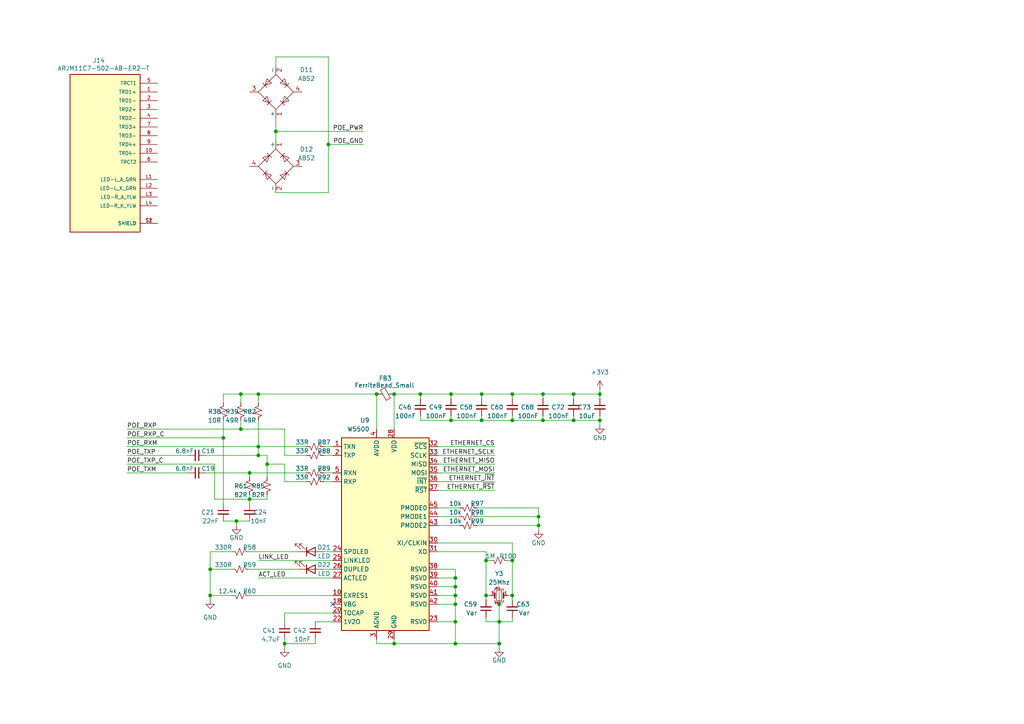
<source format=kicad_sch>
(kicad_sch
	(version 20250114)
	(generator "eeschema")
	(generator_version "9.0")
	(uuid "657966ff-4c60-4ff1-ab0f-e9856806c378")
	(paper "A4")
	(lib_symbols
		(symbol "Device:C_Small"
			(pin_numbers
				(hide yes)
			)
			(pin_names
				(offset 0.254)
				(hide yes)
			)
			(exclude_from_sim no)
			(in_bom yes)
			(on_board yes)
			(property "Reference" "C"
				(at 0.254 1.778 0)
				(effects
					(font
						(size 1.27 1.27)
					)
					(justify left)
				)
			)
			(property "Value" "C_Small"
				(at 0.254 -2.032 0)
				(effects
					(font
						(size 1.27 1.27)
					)
					(justify left)
				)
			)
			(property "Footprint" ""
				(at 0 0 0)
				(effects
					(font
						(size 1.27 1.27)
					)
					(hide yes)
				)
			)
			(property "Datasheet" "~"
				(at 0 0 0)
				(effects
					(font
						(size 1.27 1.27)
					)
					(hide yes)
				)
			)
			(property "Description" "Unpolarized capacitor, small symbol"
				(at 0 0 0)
				(effects
					(font
						(size 1.27 1.27)
					)
					(hide yes)
				)
			)
			(property "ki_keywords" "capacitor cap"
				(at 0 0 0)
				(effects
					(font
						(size 1.27 1.27)
					)
					(hide yes)
				)
			)
			(property "ki_fp_filters" "C_*"
				(at 0 0 0)
				(effects
					(font
						(size 1.27 1.27)
					)
					(hide yes)
				)
			)
			(symbol "C_Small_0_1"
				(polyline
					(pts
						(xy -1.524 0.508) (xy 1.524 0.508)
					)
					(stroke
						(width 0.3048)
						(type default)
					)
					(fill
						(type none)
					)
				)
				(polyline
					(pts
						(xy -1.524 -0.508) (xy 1.524 -0.508)
					)
					(stroke
						(width 0.3302)
						(type default)
					)
					(fill
						(type none)
					)
				)
			)
			(symbol "C_Small_1_1"
				(pin passive line
					(at 0 2.54 270)
					(length 2.032)
					(name "~"
						(effects
							(font
								(size 1.27 1.27)
							)
						)
					)
					(number "1"
						(effects
							(font
								(size 1.27 1.27)
							)
						)
					)
				)
				(pin passive line
					(at 0 -2.54 90)
					(length 2.032)
					(name "~"
						(effects
							(font
								(size 1.27 1.27)
							)
						)
					)
					(number "2"
						(effects
							(font
								(size 1.27 1.27)
							)
						)
					)
				)
			)
			(embedded_fonts no)
		)
		(symbol "Device:Crystal_GND24_Small"
			(pin_names
				(offset 1.016)
				(hide yes)
			)
			(exclude_from_sim no)
			(in_bom yes)
			(on_board yes)
			(property "Reference" "Y"
				(at 1.27 4.445 0)
				(effects
					(font
						(size 1.27 1.27)
					)
					(justify left)
				)
			)
			(property "Value" "Crystal_GND24_Small"
				(at 1.27 2.54 0)
				(effects
					(font
						(size 1.27 1.27)
					)
					(justify left)
				)
			)
			(property "Footprint" ""
				(at 0 0 0)
				(effects
					(font
						(size 1.27 1.27)
					)
					(hide yes)
				)
			)
			(property "Datasheet" "~"
				(at 0 0 0)
				(effects
					(font
						(size 1.27 1.27)
					)
					(hide yes)
				)
			)
			(property "Description" "Four pin crystal, GND on pins 2 and 4, small symbol"
				(at 0 0 0)
				(effects
					(font
						(size 1.27 1.27)
					)
					(hide yes)
				)
			)
			(property "ki_keywords" "quartz ceramic resonator oscillator"
				(at 0 0 0)
				(effects
					(font
						(size 1.27 1.27)
					)
					(hide yes)
				)
			)
			(property "ki_fp_filters" "Crystal*"
				(at 0 0 0)
				(effects
					(font
						(size 1.27 1.27)
					)
					(hide yes)
				)
			)
			(symbol "Crystal_GND24_Small_0_1"
				(polyline
					(pts
						(xy -1.27 1.27) (xy -1.27 1.905) (xy 1.27 1.905) (xy 1.27 1.27)
					)
					(stroke
						(width 0)
						(type default)
					)
					(fill
						(type none)
					)
				)
				(polyline
					(pts
						(xy -1.27 -0.762) (xy -1.27 0.762)
					)
					(stroke
						(width 0.381)
						(type default)
					)
					(fill
						(type none)
					)
				)
				(polyline
					(pts
						(xy -1.27 -1.27) (xy -1.27 -1.905) (xy 1.27 -1.905) (xy 1.27 -1.27)
					)
					(stroke
						(width 0)
						(type default)
					)
					(fill
						(type none)
					)
				)
				(rectangle
					(start -0.762 -1.524)
					(end 0.762 1.524)
					(stroke
						(width 0)
						(type default)
					)
					(fill
						(type none)
					)
				)
				(polyline
					(pts
						(xy 1.27 -0.762) (xy 1.27 0.762)
					)
					(stroke
						(width 0.381)
						(type default)
					)
					(fill
						(type none)
					)
				)
			)
			(symbol "Crystal_GND24_Small_1_1"
				(pin passive line
					(at -2.54 0 0)
					(length 1.27)
					(name "1"
						(effects
							(font
								(size 1.27 1.27)
							)
						)
					)
					(number "1"
						(effects
							(font
								(size 0.762 0.762)
							)
						)
					)
				)
				(pin passive line
					(at 0 2.54 270)
					(length 0.635)
					(name "4"
						(effects
							(font
								(size 1.27 1.27)
							)
						)
					)
					(number "4"
						(effects
							(font
								(size 0.762 0.762)
							)
						)
					)
				)
				(pin passive line
					(at 0 -2.54 90)
					(length 0.635)
					(name "2"
						(effects
							(font
								(size 1.27 1.27)
							)
						)
					)
					(number "2"
						(effects
							(font
								(size 0.762 0.762)
							)
						)
					)
				)
				(pin passive line
					(at 2.54 0 180)
					(length 1.27)
					(name "3"
						(effects
							(font
								(size 1.27 1.27)
							)
						)
					)
					(number "3"
						(effects
							(font
								(size 0.762 0.762)
							)
						)
					)
				)
			)
			(embedded_fonts no)
		)
		(symbol "Device:FerriteBead_Small"
			(pin_numbers
				(hide yes)
			)
			(pin_names
				(offset 0)
			)
			(exclude_from_sim no)
			(in_bom yes)
			(on_board yes)
			(property "Reference" "FB"
				(at 1.905 1.27 0)
				(effects
					(font
						(size 1.27 1.27)
					)
					(justify left)
				)
			)
			(property "Value" "FerriteBead_Small"
				(at 1.905 -1.27 0)
				(effects
					(font
						(size 1.27 1.27)
					)
					(justify left)
				)
			)
			(property "Footprint" ""
				(at -1.778 0 90)
				(effects
					(font
						(size 1.27 1.27)
					)
					(hide yes)
				)
			)
			(property "Datasheet" "~"
				(at 0 0 0)
				(effects
					(font
						(size 1.27 1.27)
					)
					(hide yes)
				)
			)
			(property "Description" "Ferrite bead, small symbol"
				(at 0 0 0)
				(effects
					(font
						(size 1.27 1.27)
					)
					(hide yes)
				)
			)
			(property "ki_keywords" "L ferrite bead inductor filter"
				(at 0 0 0)
				(effects
					(font
						(size 1.27 1.27)
					)
					(hide yes)
				)
			)
			(property "ki_fp_filters" "Inductor_* L_* *Ferrite*"
				(at 0 0 0)
				(effects
					(font
						(size 1.27 1.27)
					)
					(hide yes)
				)
			)
			(symbol "FerriteBead_Small_0_1"
				(polyline
					(pts
						(xy -1.8288 0.2794) (xy -1.1176 1.4986) (xy 1.8288 -0.2032) (xy 1.1176 -1.4224) (xy -1.8288 0.2794)
					)
					(stroke
						(width 0)
						(type default)
					)
					(fill
						(type none)
					)
				)
				(polyline
					(pts
						(xy 0 0.889) (xy 0 1.2954)
					)
					(stroke
						(width 0)
						(type default)
					)
					(fill
						(type none)
					)
				)
				(polyline
					(pts
						(xy 0 -1.27) (xy 0 -0.7874)
					)
					(stroke
						(width 0)
						(type default)
					)
					(fill
						(type none)
					)
				)
			)
			(symbol "FerriteBead_Small_1_1"
				(pin passive line
					(at 0 2.54 270)
					(length 1.27)
					(name "~"
						(effects
							(font
								(size 1.27 1.27)
							)
						)
					)
					(number "1"
						(effects
							(font
								(size 1.27 1.27)
							)
						)
					)
				)
				(pin passive line
					(at 0 -2.54 90)
					(length 1.27)
					(name "~"
						(effects
							(font
								(size 1.27 1.27)
							)
						)
					)
					(number "2"
						(effects
							(font
								(size 1.27 1.27)
							)
						)
					)
				)
			)
			(embedded_fonts no)
		)
		(symbol "Device:R_Small_US"
			(pin_numbers
				(hide yes)
			)
			(pin_names
				(offset 0.254)
				(hide yes)
			)
			(exclude_from_sim no)
			(in_bom yes)
			(on_board yes)
			(property "Reference" "R"
				(at 0.762 0.508 0)
				(effects
					(font
						(size 1.27 1.27)
					)
					(justify left)
				)
			)
			(property "Value" "R_Small_US"
				(at 0.762 -1.016 0)
				(effects
					(font
						(size 1.27 1.27)
					)
					(justify left)
				)
			)
			(property "Footprint" ""
				(at 0 0 0)
				(effects
					(font
						(size 1.27 1.27)
					)
					(hide yes)
				)
			)
			(property "Datasheet" "~"
				(at 0 0 0)
				(effects
					(font
						(size 1.27 1.27)
					)
					(hide yes)
				)
			)
			(property "Description" "Resistor, small US symbol"
				(at 0 0 0)
				(effects
					(font
						(size 1.27 1.27)
					)
					(hide yes)
				)
			)
			(property "ki_keywords" "r resistor"
				(at 0 0 0)
				(effects
					(font
						(size 1.27 1.27)
					)
					(hide yes)
				)
			)
			(property "ki_fp_filters" "R_*"
				(at 0 0 0)
				(effects
					(font
						(size 1.27 1.27)
					)
					(hide yes)
				)
			)
			(symbol "R_Small_US_1_1"
				(polyline
					(pts
						(xy 0 1.524) (xy 1.016 1.143) (xy 0 0.762) (xy -1.016 0.381) (xy 0 0)
					)
					(stroke
						(width 0)
						(type default)
					)
					(fill
						(type none)
					)
				)
				(polyline
					(pts
						(xy 0 0) (xy 1.016 -0.381) (xy 0 -0.762) (xy -1.016 -1.143) (xy 0 -1.524)
					)
					(stroke
						(width 0)
						(type default)
					)
					(fill
						(type none)
					)
				)
				(pin passive line
					(at 0 2.54 270)
					(length 1.016)
					(name "~"
						(effects
							(font
								(size 1.27 1.27)
							)
						)
					)
					(number "1"
						(effects
							(font
								(size 1.27 1.27)
							)
						)
					)
				)
				(pin passive line
					(at 0 -2.54 90)
					(length 1.016)
					(name "~"
						(effects
							(font
								(size 1.27 1.27)
							)
						)
					)
					(number "2"
						(effects
							(font
								(size 1.27 1.27)
							)
						)
					)
				)
			)
			(embedded_fonts no)
		)
		(symbol "Diode_Bridge:ABS2"
			(pin_names
				(offset 0)
			)
			(exclude_from_sim no)
			(in_bom yes)
			(on_board yes)
			(property "Reference" "D"
				(at 2.54 6.985 0)
				(effects
					(font
						(size 1.27 1.27)
					)
					(justify left)
				)
			)
			(property "Value" "ABS2"
				(at 2.54 5.08 0)
				(effects
					(font
						(size 1.27 1.27)
					)
					(justify left)
				)
			)
			(property "Footprint" "Diode_SMD:Diode_Bridge_Diotec_ABS"
				(at 3.81 3.175 0)
				(effects
					(font
						(size 1.27 1.27)
					)
					(justify left)
					(hide yes)
				)
			)
			(property "Datasheet" "https://diotec.com/tl_files/diotec/files/pdf/datasheets/abs2.pdf"
				(at 0 0 0)
				(effects
					(font
						(size 1.27 1.27)
					)
					(hide yes)
				)
			)
			(property "Description" "Miniature Glass Passivated Single-Phase Surface Mount Bridge Rectifiers, 140V Vrms, 0.8A If, ABS SMD package"
				(at 0 0 0)
				(effects
					(font
						(size 1.27 1.27)
					)
					(hide yes)
				)
			)
			(property "ki_keywords" "rectifier acdc"
				(at 0 0 0)
				(effects
					(font
						(size 1.27 1.27)
					)
					(hide yes)
				)
			)
			(property "ki_fp_filters" "Diode*Bridge*Diotec*ABS*"
				(at 0 0 0)
				(effects
					(font
						(size 1.27 1.27)
					)
					(hide yes)
				)
			)
			(symbol "ABS2_0_1"
				(polyline
					(pts
						(xy -5.08 0) (xy 0 -5.08) (xy 5.08 0) (xy 0 5.08) (xy -5.08 0)
					)
					(stroke
						(width 0)
						(type default)
					)
					(fill
						(type none)
					)
				)
				(polyline
					(pts
						(xy -3.81 2.54) (xy -2.54 1.27) (xy -1.905 3.175) (xy -3.81 2.54)
					)
					(stroke
						(width 0)
						(type default)
					)
					(fill
						(type none)
					)
				)
				(polyline
					(pts
						(xy -2.54 3.81) (xy -1.27 2.54)
					)
					(stroke
						(width 0)
						(type default)
					)
					(fill
						(type none)
					)
				)
				(polyline
					(pts
						(xy -2.54 -1.27) (xy -3.81 -2.54) (xy -1.905 -3.175) (xy -2.54 -1.27)
					)
					(stroke
						(width 0)
						(type default)
					)
					(fill
						(type none)
					)
				)
				(polyline
					(pts
						(xy -1.27 -2.54) (xy -2.54 -3.81)
					)
					(stroke
						(width 0)
						(type default)
					)
					(fill
						(type none)
					)
				)
				(polyline
					(pts
						(xy 1.27 2.54) (xy 2.54 3.81) (xy 3.175 1.905) (xy 1.27 2.54)
					)
					(stroke
						(width 0)
						(type default)
					)
					(fill
						(type none)
					)
				)
				(polyline
					(pts
						(xy 2.54 1.27) (xy 3.81 2.54)
					)
					(stroke
						(width 0)
						(type default)
					)
					(fill
						(type none)
					)
				)
				(polyline
					(pts
						(xy 2.54 -1.27) (xy 3.81 -2.54)
					)
					(stroke
						(width 0)
						(type default)
					)
					(fill
						(type none)
					)
				)
				(polyline
					(pts
						(xy 3.175 -1.905) (xy 1.27 -2.54) (xy 2.54 -3.81) (xy 3.175 -1.905)
					)
					(stroke
						(width 0)
						(type default)
					)
					(fill
						(type none)
					)
				)
			)
			(symbol "ABS2_1_1"
				(pin passive line
					(at -7.62 0 0)
					(length 2.54)
					(name "-"
						(effects
							(font
								(size 1.27 1.27)
							)
						)
					)
					(number "2"
						(effects
							(font
								(size 1.27 1.27)
							)
						)
					)
				)
				(pin passive line
					(at 0 7.62 270)
					(length 2.54)
					(name "~"
						(effects
							(font
								(size 1.27 1.27)
							)
						)
					)
					(number "4"
						(effects
							(font
								(size 1.27 1.27)
							)
						)
					)
				)
				(pin passive line
					(at 0 -7.62 90)
					(length 2.54)
					(name "~"
						(effects
							(font
								(size 1.27 1.27)
							)
						)
					)
					(number "3"
						(effects
							(font
								(size 1.27 1.27)
							)
						)
					)
				)
				(pin passive line
					(at 7.62 0 180)
					(length 2.54)
					(name "+"
						(effects
							(font
								(size 1.27 1.27)
							)
						)
					)
					(number "1"
						(effects
							(font
								(size 1.27 1.27)
							)
						)
					)
				)
			)
			(embedded_fonts no)
		)
		(symbol "EXT_POE:ARJM11C7-502-AB-ER2-T"
			(pin_names
				(offset 1.016)
			)
			(exclude_from_sim no)
			(in_bom yes)
			(on_board yes)
			(property "Reference" "J"
				(at -10.16 23.622 0)
				(effects
					(font
						(size 1.27 1.27)
					)
					(justify left bottom)
				)
			)
			(property "Value" "ARJM11C7-502-AB-ER2-T"
				(at -10.16 -25.4 0)
				(effects
					(font
						(size 1.27 1.27)
					)
					(justify left bottom)
				)
			)
			(property "Footprint" "ARJM11C7-502-AB-ER2-T:ABRACON_ARJM11C7-502-AB-ER2-T"
				(at 0 0 0)
				(effects
					(font
						(size 1.27 1.27)
					)
					(justify bottom)
					(hide yes)
				)
			)
			(property "Datasheet" ""
				(at 0 0 0)
				(effects
					(font
						(size 1.27 1.27)
					)
					(hide yes)
				)
			)
			(property "Description" ""
				(at 0 0 0)
				(effects
					(font
						(size 1.27 1.27)
					)
					(hide yes)
				)
			)
			(property "MF" "Abracon LLC"
				(at 0 0 0)
				(effects
					(font
						(size 1.27 1.27)
					)
					(justify bottom)
					(hide yes)
				)
			)
			(property "MAXIMUM_PACKAGE_HEIGHT" "15.3mm"
				(at 0 0 0)
				(effects
					(font
						(size 1.27 1.27)
					)
					(justify bottom)
					(hide yes)
				)
			)
			(property "Package" "None"
				(at 0 0 0)
				(effects
					(font
						(size 1.27 1.27)
					)
					(justify bottom)
					(hide yes)
				)
			)
			(property "Price" "None"
				(at 0 0 0)
				(effects
					(font
						(size 1.27 1.27)
					)
					(justify bottom)
					(hide yes)
				)
			)
			(property "Check_prices" "https://www.snapeda.com/parts/ARJM11C7-502-AB-ER2-T/Abracon/view-part/?ref=eda"
				(at 0 0 0)
				(effects
					(font
						(size 1.27 1.27)
					)
					(justify bottom)
					(hide yes)
				)
			)
			(property "STANDARD" "Manufacturer Recommendations"
				(at 0 0 0)
				(effects
					(font
						(size 1.27 1.27)
					)
					(justify bottom)
					(hide yes)
				)
			)
			(property "PARTREV" "04.22.2019"
				(at 0 0 0)
				(effects
					(font
						(size 1.27 1.27)
					)
					(justify bottom)
					(hide yes)
				)
			)
			(property "SnapEDA_Link" "https://www.snapeda.com/parts/ARJM11C7-502-AB-ER2-T/Abracon/view-part/?ref=snap"
				(at 0 0 0)
				(effects
					(font
						(size 1.27 1.27)
					)
					(justify bottom)
					(hide yes)
				)
			)
			(property "MP" "ARJM11C7-502-AB-ER2-T"
				(at 0 0 0)
				(effects
					(font
						(size 1.27 1.27)
					)
					(justify bottom)
					(hide yes)
				)
			)
			(property "Description_1" "1 Port RJ45 Magjack Connector Through Hole 10/100/1000 Base-T, AutoMDIX"
				(at 0 0 0)
				(effects
					(font
						(size 1.27 1.27)
					)
					(justify bottom)
					(hide yes)
				)
			)
			(property "Availability" "In Stock"
				(at 0 0 0)
				(effects
					(font
						(size 1.27 1.27)
					)
					(justify bottom)
					(hide yes)
				)
			)
			(property "MANUFACTURER" "Abracon"
				(at 0 0 0)
				(effects
					(font
						(size 1.27 1.27)
					)
					(justify bottom)
					(hide yes)
				)
			)
			(symbol "ARJM11C7-502-AB-ER2-T_0_0"
				(rectangle
					(start -10.16 -22.86)
					(end 10.16 22.86)
					(stroke
						(width 0.254)
						(type default)
					)
					(fill
						(type background)
					)
				)
				(pin passive line
					(at -15.24 20.32 0)
					(length 5.08)
					(name "TRCT1"
						(effects
							(font
								(size 1.016 1.016)
							)
						)
					)
					(number "5"
						(effects
							(font
								(size 1.016 1.016)
							)
						)
					)
				)
				(pin passive line
					(at -15.24 17.78 0)
					(length 5.08)
					(name "TRD1+"
						(effects
							(font
								(size 1.016 1.016)
							)
						)
					)
					(number "1"
						(effects
							(font
								(size 1.016 1.016)
							)
						)
					)
				)
				(pin passive line
					(at -15.24 15.24 0)
					(length 5.08)
					(name "TRD1-"
						(effects
							(font
								(size 1.016 1.016)
							)
						)
					)
					(number "2"
						(effects
							(font
								(size 1.016 1.016)
							)
						)
					)
				)
				(pin passive line
					(at -15.24 12.7 0)
					(length 5.08)
					(name "TRD2+"
						(effects
							(font
								(size 1.016 1.016)
							)
						)
					)
					(number "3"
						(effects
							(font
								(size 1.016 1.016)
							)
						)
					)
				)
				(pin passive line
					(at -15.24 10.16 0)
					(length 5.08)
					(name "TRD2-"
						(effects
							(font
								(size 1.016 1.016)
							)
						)
					)
					(number "4"
						(effects
							(font
								(size 1.016 1.016)
							)
						)
					)
				)
				(pin passive line
					(at -15.24 7.62 0)
					(length 5.08)
					(name "TRD3+"
						(effects
							(font
								(size 1.016 1.016)
							)
						)
					)
					(number "7"
						(effects
							(font
								(size 1.016 1.016)
							)
						)
					)
				)
				(pin passive line
					(at -15.24 5.08 0)
					(length 5.08)
					(name "TRD3-"
						(effects
							(font
								(size 1.016 1.016)
							)
						)
					)
					(number "8"
						(effects
							(font
								(size 1.016 1.016)
							)
						)
					)
				)
				(pin passive line
					(at -15.24 2.54 0)
					(length 5.08)
					(name "TRD4+"
						(effects
							(font
								(size 1.016 1.016)
							)
						)
					)
					(number "9"
						(effects
							(font
								(size 1.016 1.016)
							)
						)
					)
				)
				(pin passive line
					(at -15.24 0 0)
					(length 5.08)
					(name "TRD4-"
						(effects
							(font
								(size 1.016 1.016)
							)
						)
					)
					(number "10"
						(effects
							(font
								(size 1.016 1.016)
							)
						)
					)
				)
				(pin passive line
					(at -15.24 -2.54 0)
					(length 5.08)
					(name "TRCT2"
						(effects
							(font
								(size 1.016 1.016)
							)
						)
					)
					(number "6"
						(effects
							(font
								(size 1.016 1.016)
							)
						)
					)
				)
				(pin passive line
					(at -15.24 -7.62 0)
					(length 5.08)
					(name "LED-L_A_GRN"
						(effects
							(font
								(size 1.016 1.016)
							)
						)
					)
					(number "L1"
						(effects
							(font
								(size 1.016 1.016)
							)
						)
					)
				)
				(pin passive line
					(at -15.24 -10.16 0)
					(length 5.08)
					(name "LED-L_K_GRN"
						(effects
							(font
								(size 1.016 1.016)
							)
						)
					)
					(number "L2"
						(effects
							(font
								(size 1.016 1.016)
							)
						)
					)
				)
				(pin passive line
					(at -15.24 -12.7 0)
					(length 5.08)
					(name "LED-R_A_YLW"
						(effects
							(font
								(size 1.016 1.016)
							)
						)
					)
					(number "L3"
						(effects
							(font
								(size 1.016 1.016)
							)
						)
					)
				)
				(pin passive line
					(at -15.24 -15.24 0)
					(length 5.08)
					(name "LED-R_K_YLW"
						(effects
							(font
								(size 1.016 1.016)
							)
						)
					)
					(number "L4"
						(effects
							(font
								(size 1.016 1.016)
							)
						)
					)
				)
				(pin passive line
					(at -15.24 -20.32 0)
					(length 5.08)
					(name "SHIELD"
						(effects
							(font
								(size 1.016 1.016)
							)
						)
					)
					(number "S1"
						(effects
							(font
								(size 1.016 1.016)
							)
						)
					)
				)
				(pin passive line
					(at -15.24 -20.32 0)
					(length 5.08)
					(name "SHIELD"
						(effects
							(font
								(size 1.016 1.016)
							)
						)
					)
					(number "S2"
						(effects
							(font
								(size 1.016 1.016)
							)
						)
					)
				)
			)
			(embedded_fonts no)
		)
		(symbol "Interface_Ethernet:W5500"
			(exclude_from_sim no)
			(in_bom yes)
			(on_board yes)
			(property "Reference" "U"
				(at -11.43 29.21 0)
				(effects
					(font
						(size 1.27 1.27)
					)
				)
			)
			(property "Value" "W5500"
				(at 8.89 29.21 0)
				(effects
					(font
						(size 1.27 1.27)
					)
				)
			)
			(property "Footprint" "Package_QFP:LQFP-48_7x7mm_P0.5mm"
				(at 0 41.91 0)
				(effects
					(font
						(size 1.27 1.27)
					)
					(hide yes)
				)
			)
			(property "Datasheet" "http://wizwiki.net/wiki/lib/exe/fetch.php/products:w5500:w5500_ds_v109e.pdf"
				(at 0 25.4 0)
				(effects
					(font
						(size 1.27 1.27)
					)
					(hide yes)
				)
			)
			(property "Description" "10/100Mb SPI Ethernet controller with TCP/IP stack, LQFP-48"
				(at 0 0 0)
				(effects
					(font
						(size 1.27 1.27)
					)
					(hide yes)
				)
			)
			(property "ki_keywords" "WIZnet Ethernet controller"
				(at 0 0 0)
				(effects
					(font
						(size 1.27 1.27)
					)
					(hide yes)
				)
			)
			(property "ki_fp_filters" "LQFP*7x7mm*P0.5mm*"
				(at 0 0 0)
				(effects
					(font
						(size 1.27 1.27)
					)
					(hide yes)
				)
			)
			(symbol "W5500_0_1"
				(rectangle
					(start -12.7 27.94)
					(end 12.7 -27.94)
					(stroke
						(width 0.254)
						(type default)
					)
					(fill
						(type background)
					)
				)
			)
			(symbol "W5500_1_1"
				(pin input line
					(at -15.24 25.4 0)
					(length 2.54)
					(name "~{SCS}"
						(effects
							(font
								(size 1.27 1.27)
							)
						)
					)
					(number "32"
						(effects
							(font
								(size 1.27 1.27)
							)
						)
					)
				)
				(pin input line
					(at -15.24 22.86 0)
					(length 2.54)
					(name "SCLK"
						(effects
							(font
								(size 1.27 1.27)
							)
						)
					)
					(number "33"
						(effects
							(font
								(size 1.27 1.27)
							)
						)
					)
				)
				(pin output line
					(at -15.24 20.32 0)
					(length 2.54)
					(name "MISO"
						(effects
							(font
								(size 1.27 1.27)
							)
						)
					)
					(number "34"
						(effects
							(font
								(size 1.27 1.27)
							)
						)
					)
				)
				(pin input line
					(at -15.24 17.78 0)
					(length 2.54)
					(name "MOSI"
						(effects
							(font
								(size 1.27 1.27)
							)
						)
					)
					(number "35"
						(effects
							(font
								(size 1.27 1.27)
							)
						)
					)
				)
				(pin input line
					(at -15.24 15.24 0)
					(length 2.54)
					(name "~{INT}"
						(effects
							(font
								(size 1.27 1.27)
							)
						)
					)
					(number "36"
						(effects
							(font
								(size 1.27 1.27)
							)
						)
					)
				)
				(pin input line
					(at -15.24 12.7 0)
					(length 2.54)
					(name "~{RST}"
						(effects
							(font
								(size 1.27 1.27)
							)
						)
					)
					(number "37"
						(effects
							(font
								(size 1.27 1.27)
							)
						)
					)
				)
				(pin input line
					(at -15.24 7.62 0)
					(length 2.54)
					(name "PMODE0"
						(effects
							(font
								(size 1.27 1.27)
							)
						)
					)
					(number "45"
						(effects
							(font
								(size 1.27 1.27)
							)
						)
					)
				)
				(pin input line
					(at -15.24 5.08 0)
					(length 2.54)
					(name "PMODE1"
						(effects
							(font
								(size 1.27 1.27)
							)
						)
					)
					(number "44"
						(effects
							(font
								(size 1.27 1.27)
							)
						)
					)
				)
				(pin input line
					(at -15.24 2.54 0)
					(length 2.54)
					(name "PMODE2"
						(effects
							(font
								(size 1.27 1.27)
							)
						)
					)
					(number "43"
						(effects
							(font
								(size 1.27 1.27)
							)
						)
					)
				)
				(pin input line
					(at -15.24 -2.54 0)
					(length 2.54)
					(name "XI/CLKIN"
						(effects
							(font
								(size 1.27 1.27)
							)
						)
					)
					(number "30"
						(effects
							(font
								(size 1.27 1.27)
							)
						)
					)
				)
				(pin output line
					(at -15.24 -5.08 0)
					(length 2.54)
					(name "XO"
						(effects
							(font
								(size 1.27 1.27)
							)
						)
					)
					(number "31"
						(effects
							(font
								(size 1.27 1.27)
							)
						)
					)
				)
				(pin input line
					(at -15.24 -10.16 0)
					(length 2.54)
					(name "RSVD"
						(effects
							(font
								(size 1.27 1.27)
							)
						)
					)
					(number "38"
						(effects
							(font
								(size 1.27 1.27)
							)
						)
					)
				)
				(pin input line
					(at -15.24 -12.7 0)
					(length 2.54)
					(name "RSVD"
						(effects
							(font
								(size 1.27 1.27)
							)
						)
					)
					(number "39"
						(effects
							(font
								(size 1.27 1.27)
							)
						)
					)
				)
				(pin input line
					(at -15.24 -15.24 0)
					(length 2.54)
					(name "RSVD"
						(effects
							(font
								(size 1.27 1.27)
							)
						)
					)
					(number "40"
						(effects
							(font
								(size 1.27 1.27)
							)
						)
					)
				)
				(pin input line
					(at -15.24 -17.78 0)
					(length 2.54)
					(name "RSVD"
						(effects
							(font
								(size 1.27 1.27)
							)
						)
					)
					(number "41"
						(effects
							(font
								(size 1.27 1.27)
							)
						)
					)
				)
				(pin input line
					(at -15.24 -20.32 0)
					(length 2.54)
					(name "RSVD"
						(effects
							(font
								(size 1.27 1.27)
							)
						)
					)
					(number "42"
						(effects
							(font
								(size 1.27 1.27)
							)
						)
					)
				)
				(pin input line
					(at -15.24 -25.4 0)
					(length 2.54)
					(name "RSVD"
						(effects
							(font
								(size 1.27 1.27)
							)
						)
					)
					(number "23"
						(effects
							(font
								(size 1.27 1.27)
							)
						)
					)
				)
				(pin power_in line
					(at -2.54 30.48 270)
					(length 2.54)
					(name "VDD"
						(effects
							(font
								(size 1.27 1.27)
							)
						)
					)
					(number "28"
						(effects
							(font
								(size 1.27 1.27)
							)
						)
					)
				)
				(pin power_in line
					(at -2.54 -30.48 90)
					(length 2.54)
					(name "GND"
						(effects
							(font
								(size 1.27 1.27)
							)
						)
					)
					(number "29"
						(effects
							(font
								(size 1.27 1.27)
							)
						)
					)
				)
				(pin passive line
					(at 2.54 30.48 270)
					(length 2.54)
					(hide yes)
					(name "AVDD"
						(effects
							(font
								(size 1.27 1.27)
							)
						)
					)
					(number "11"
						(effects
							(font
								(size 1.27 1.27)
							)
						)
					)
				)
				(pin passive line
					(at 2.54 30.48 270)
					(length 2.54)
					(hide yes)
					(name "AVDD"
						(effects
							(font
								(size 1.27 1.27)
							)
						)
					)
					(number "15"
						(effects
							(font
								(size 1.27 1.27)
							)
						)
					)
				)
				(pin passive line
					(at 2.54 30.48 270)
					(length 2.54)
					(hide yes)
					(name "AVDD"
						(effects
							(font
								(size 1.27 1.27)
							)
						)
					)
					(number "17"
						(effects
							(font
								(size 1.27 1.27)
							)
						)
					)
				)
				(pin passive line
					(at 2.54 30.48 270)
					(length 2.54)
					(hide yes)
					(name "AVDD"
						(effects
							(font
								(size 1.27 1.27)
							)
						)
					)
					(number "21"
						(effects
							(font
								(size 1.27 1.27)
							)
						)
					)
				)
				(pin power_in line
					(at 2.54 30.48 270)
					(length 2.54)
					(name "AVDD"
						(effects
							(font
								(size 1.27 1.27)
							)
						)
					)
					(number "4"
						(effects
							(font
								(size 1.27 1.27)
							)
						)
					)
				)
				(pin passive line
					(at 2.54 30.48 270)
					(length 2.54)
					(hide yes)
					(name "AVDD"
						(effects
							(font
								(size 1.27 1.27)
							)
						)
					)
					(number "8"
						(effects
							(font
								(size 1.27 1.27)
							)
						)
					)
				)
				(pin passive line
					(at 2.54 -30.48 90)
					(length 2.54)
					(hide yes)
					(name "AGND"
						(effects
							(font
								(size 1.27 1.27)
							)
						)
					)
					(number "14"
						(effects
							(font
								(size 1.27 1.27)
							)
						)
					)
				)
				(pin passive line
					(at 2.54 -30.48 90)
					(length 2.54)
					(hide yes)
					(name "AGND"
						(effects
							(font
								(size 1.27 1.27)
							)
						)
					)
					(number "16"
						(effects
							(font
								(size 1.27 1.27)
							)
						)
					)
				)
				(pin passive line
					(at 2.54 -30.48 90)
					(length 2.54)
					(hide yes)
					(name "AGND"
						(effects
							(font
								(size 1.27 1.27)
							)
						)
					)
					(number "19"
						(effects
							(font
								(size 1.27 1.27)
							)
						)
					)
				)
				(pin power_in line
					(at 2.54 -30.48 90)
					(length 2.54)
					(name "AGND"
						(effects
							(font
								(size 1.27 1.27)
							)
						)
					)
					(number "3"
						(effects
							(font
								(size 1.27 1.27)
							)
						)
					)
				)
				(pin passive line
					(at 2.54 -30.48 90)
					(length 2.54)
					(hide yes)
					(name "AGND"
						(effects
							(font
								(size 1.27 1.27)
							)
						)
					)
					(number "48"
						(effects
							(font
								(size 1.27 1.27)
							)
						)
					)
				)
				(pin passive line
					(at 2.54 -30.48 90)
					(length 2.54)
					(hide yes)
					(name "AGND"
						(effects
							(font
								(size 1.27 1.27)
							)
						)
					)
					(number "9"
						(effects
							(font
								(size 1.27 1.27)
							)
						)
					)
				)
				(pin no_connect line
					(at 12.7 10.16 180)
					(length 2.54)
					(hide yes)
					(name "DNC"
						(effects
							(font
								(size 1.27 1.27)
							)
						)
					)
					(number "7"
						(effects
							(font
								(size 1.27 1.27)
							)
						)
					)
				)
				(pin no_connect line
					(at 12.7 7.62 180)
					(length 2.54)
					(hide yes)
					(name "NC"
						(effects
							(font
								(size 1.27 1.27)
							)
						)
					)
					(number "12"
						(effects
							(font
								(size 1.27 1.27)
							)
						)
					)
				)
				(pin no_connect line
					(at 12.7 5.08 180)
					(length 2.54)
					(hide yes)
					(name "NC"
						(effects
							(font
								(size 1.27 1.27)
							)
						)
					)
					(number "13"
						(effects
							(font
								(size 1.27 1.27)
							)
						)
					)
				)
				(pin no_connect line
					(at 12.7 2.54 180)
					(length 2.54)
					(hide yes)
					(name "NC"
						(effects
							(font
								(size 1.27 1.27)
							)
						)
					)
					(number "46"
						(effects
							(font
								(size 1.27 1.27)
							)
						)
					)
				)
				(pin no_connect line
					(at 12.7 0 180)
					(length 2.54)
					(hide yes)
					(name "NC"
						(effects
							(font
								(size 1.27 1.27)
							)
						)
					)
					(number "47"
						(effects
							(font
								(size 1.27 1.27)
							)
						)
					)
				)
				(pin output line
					(at 15.24 25.4 180)
					(length 2.54)
					(name "TXN"
						(effects
							(font
								(size 1.27 1.27)
							)
						)
					)
					(number "1"
						(effects
							(font
								(size 1.27 1.27)
							)
						)
					)
				)
				(pin output line
					(at 15.24 22.86 180)
					(length 2.54)
					(name "TXP"
						(effects
							(font
								(size 1.27 1.27)
							)
						)
					)
					(number "2"
						(effects
							(font
								(size 1.27 1.27)
							)
						)
					)
				)
				(pin input line
					(at 15.24 17.78 180)
					(length 2.54)
					(name "RXN"
						(effects
							(font
								(size 1.27 1.27)
							)
						)
					)
					(number "5"
						(effects
							(font
								(size 1.27 1.27)
							)
						)
					)
				)
				(pin input line
					(at 15.24 15.24 180)
					(length 2.54)
					(name "RXP"
						(effects
							(font
								(size 1.27 1.27)
							)
						)
					)
					(number "6"
						(effects
							(font
								(size 1.27 1.27)
							)
						)
					)
				)
				(pin output line
					(at 15.24 -5.08 180)
					(length 2.54)
					(name "SPDLED"
						(effects
							(font
								(size 1.27 1.27)
							)
						)
					)
					(number "24"
						(effects
							(font
								(size 1.27 1.27)
							)
						)
					)
				)
				(pin output line
					(at 15.24 -7.62 180)
					(length 2.54)
					(name "LINKLED"
						(effects
							(font
								(size 1.27 1.27)
							)
						)
					)
					(number "25"
						(effects
							(font
								(size 1.27 1.27)
							)
						)
					)
				)
				(pin output line
					(at 15.24 -10.16 180)
					(length 2.54)
					(name "DUPLED"
						(effects
							(font
								(size 1.27 1.27)
							)
						)
					)
					(number "26"
						(effects
							(font
								(size 1.27 1.27)
							)
						)
					)
				)
				(pin output line
					(at 15.24 -12.7 180)
					(length 2.54)
					(name "ACTLED"
						(effects
							(font
								(size 1.27 1.27)
							)
						)
					)
					(number "27"
						(effects
							(font
								(size 1.27 1.27)
							)
						)
					)
				)
				(pin passive line
					(at 15.24 -17.78 180)
					(length 2.54)
					(name "EXRES1"
						(effects
							(font
								(size 1.27 1.27)
							)
						)
					)
					(number "10"
						(effects
							(font
								(size 1.27 1.27)
							)
						)
					)
				)
				(pin passive line
					(at 15.24 -20.32 180)
					(length 2.54)
					(name "VBG"
						(effects
							(font
								(size 1.27 1.27)
							)
						)
					)
					(number "18"
						(effects
							(font
								(size 1.27 1.27)
							)
						)
					)
				)
				(pin passive line
					(at 15.24 -22.86 180)
					(length 2.54)
					(name "TOCAP"
						(effects
							(font
								(size 1.27 1.27)
							)
						)
					)
					(number "20"
						(effects
							(font
								(size 1.27 1.27)
							)
						)
					)
				)
				(pin output line
					(at 15.24 -25.4 180)
					(length 2.54)
					(name "1V2O"
						(effects
							(font
								(size 1.27 1.27)
							)
						)
					)
					(number "22"
						(effects
							(font
								(size 1.27 1.27)
							)
						)
					)
				)
			)
			(embedded_fonts no)
		)
		(symbol "LED_1"
			(pin_numbers
				(hide yes)
			)
			(pin_names
				(offset 1.016)
				(hide yes)
			)
			(exclude_from_sim no)
			(in_bom yes)
			(on_board yes)
			(property "Reference" "D"
				(at 0 2.54 0)
				(effects
					(font
						(size 1.27 1.27)
					)
				)
			)
			(property "Value" "LED"
				(at 0 -2.54 0)
				(effects
					(font
						(size 1.27 1.27)
					)
				)
			)
			(property "Footprint" ""
				(at 0 0 0)
				(effects
					(font
						(size 1.27 1.27)
					)
					(hide yes)
				)
			)
			(property "Datasheet" "~"
				(at 0 0 0)
				(effects
					(font
						(size 1.27 1.27)
					)
					(hide yes)
				)
			)
			(property "Description" "Light emitting diode"
				(at 0 0 0)
				(effects
					(font
						(size 1.27 1.27)
					)
					(hide yes)
				)
			)
			(property "ki_keywords" "LED diode"
				(at 0 0 0)
				(effects
					(font
						(size 1.27 1.27)
					)
					(hide yes)
				)
			)
			(property "ki_fp_filters" "LED* LED_SMD:* LED_THT:*"
				(at 0 0 0)
				(effects
					(font
						(size 1.27 1.27)
					)
					(hide yes)
				)
			)
			(symbol "LED_1_0_1"
				(polyline
					(pts
						(xy -3.048 -0.762) (xy -4.572 -2.286) (xy -3.81 -2.286) (xy -4.572 -2.286) (xy -4.572 -1.524)
					)
					(stroke
						(width 0)
						(type default)
					)
					(fill
						(type none)
					)
				)
				(polyline
					(pts
						(xy -1.778 -0.762) (xy -3.302 -2.286) (xy -2.54 -2.286) (xy -3.302 -2.286) (xy -3.302 -1.524)
					)
					(stroke
						(width 0)
						(type default)
					)
					(fill
						(type none)
					)
				)
				(polyline
					(pts
						(xy -1.27 0) (xy 1.27 0)
					)
					(stroke
						(width 0)
						(type default)
					)
					(fill
						(type none)
					)
				)
				(polyline
					(pts
						(xy -1.27 -1.27) (xy -1.27 1.27)
					)
					(stroke
						(width 0.254)
						(type default)
					)
					(fill
						(type none)
					)
				)
				(polyline
					(pts
						(xy 1.27 -1.27) (xy 1.27 1.27) (xy -1.27 0) (xy 1.27 -1.27)
					)
					(stroke
						(width 0.254)
						(type default)
					)
					(fill
						(type none)
					)
				)
			)
			(symbol "LED_1_1_1"
				(pin passive line
					(at -3.81 0 0)
					(length 2.54)
					(name "K"
						(effects
							(font
								(size 1.27 1.27)
							)
						)
					)
					(number "1"
						(effects
							(font
								(size 1.27 1.27)
							)
						)
					)
				)
				(pin passive line
					(at 3.81 0 180)
					(length 2.54)
					(name "A"
						(effects
							(font
								(size 1.27 1.27)
							)
						)
					)
					(number "2"
						(effects
							(font
								(size 1.27 1.27)
							)
						)
					)
				)
			)
			(embedded_fonts no)
		)
		(symbol "LED_2"
			(pin_numbers
				(hide yes)
			)
			(pin_names
				(offset 1.016)
				(hide yes)
			)
			(exclude_from_sim no)
			(in_bom yes)
			(on_board yes)
			(property "Reference" "D"
				(at 0 2.54 0)
				(effects
					(font
						(size 1.27 1.27)
					)
				)
			)
			(property "Value" "LED"
				(at 0 -2.54 0)
				(effects
					(font
						(size 1.27 1.27)
					)
				)
			)
			(property "Footprint" ""
				(at 0 0 0)
				(effects
					(font
						(size 1.27 1.27)
					)
					(hide yes)
				)
			)
			(property "Datasheet" "~"
				(at 0 0 0)
				(effects
					(font
						(size 1.27 1.27)
					)
					(hide yes)
				)
			)
			(property "Description" "Light emitting diode"
				(at 0 0 0)
				(effects
					(font
						(size 1.27 1.27)
					)
					(hide yes)
				)
			)
			(property "ki_keywords" "LED diode"
				(at 0 0 0)
				(effects
					(font
						(size 1.27 1.27)
					)
					(hide yes)
				)
			)
			(property "ki_fp_filters" "LED* LED_SMD:* LED_THT:*"
				(at 0 0 0)
				(effects
					(font
						(size 1.27 1.27)
					)
					(hide yes)
				)
			)
			(symbol "LED_2_0_1"
				(polyline
					(pts
						(xy -3.048 -0.762) (xy -4.572 -2.286) (xy -3.81 -2.286) (xy -4.572 -2.286) (xy -4.572 -1.524)
					)
					(stroke
						(width 0)
						(type default)
					)
					(fill
						(type none)
					)
				)
				(polyline
					(pts
						(xy -1.778 -0.762) (xy -3.302 -2.286) (xy -2.54 -2.286) (xy -3.302 -2.286) (xy -3.302 -1.524)
					)
					(stroke
						(width 0)
						(type default)
					)
					(fill
						(type none)
					)
				)
				(polyline
					(pts
						(xy -1.27 0) (xy 1.27 0)
					)
					(stroke
						(width 0)
						(type default)
					)
					(fill
						(type none)
					)
				)
				(polyline
					(pts
						(xy -1.27 -1.27) (xy -1.27 1.27)
					)
					(stroke
						(width 0.254)
						(type default)
					)
					(fill
						(type none)
					)
				)
				(polyline
					(pts
						(xy 1.27 -1.27) (xy 1.27 1.27) (xy -1.27 0) (xy 1.27 -1.27)
					)
					(stroke
						(width 0.254)
						(type default)
					)
					(fill
						(type none)
					)
				)
			)
			(symbol "LED_2_1_1"
				(pin passive line
					(at -3.81 0 0)
					(length 2.54)
					(name "K"
						(effects
							(font
								(size 1.27 1.27)
							)
						)
					)
					(number "1"
						(effects
							(font
								(size 1.27 1.27)
							)
						)
					)
				)
				(pin passive line
					(at 3.81 0 180)
					(length 2.54)
					(name "A"
						(effects
							(font
								(size 1.27 1.27)
							)
						)
					)
					(number "2"
						(effects
							(font
								(size 1.27 1.27)
							)
						)
					)
				)
			)
			(embedded_fonts no)
		)
		(symbol "Mechanical:MountingHole_Pad"
			(pin_numbers
				(hide yes)
			)
			(pin_names
				(offset 1.016)
				(hide yes)
			)
			(exclude_from_sim yes)
			(in_bom no)
			(on_board yes)
			(property "Reference" "H"
				(at 0 6.35 0)
				(effects
					(font
						(size 1.27 1.27)
					)
				)
			)
			(property "Value" "MountingHole_Pad"
				(at 0 4.445 0)
				(effects
					(font
						(size 1.27 1.27)
					)
				)
			)
			(property "Footprint" ""
				(at 0 0 0)
				(effects
					(font
						(size 1.27 1.27)
					)
					(hide yes)
				)
			)
			(property "Datasheet" "~"
				(at 0 0 0)
				(effects
					(font
						(size 1.27 1.27)
					)
					(hide yes)
				)
			)
			(property "Description" "Mounting Hole with connection"
				(at 0 0 0)
				(effects
					(font
						(size 1.27 1.27)
					)
					(hide yes)
				)
			)
			(property "ki_keywords" "mounting hole"
				(at 0 0 0)
				(effects
					(font
						(size 1.27 1.27)
					)
					(hide yes)
				)
			)
			(property "ki_fp_filters" "MountingHole*Pad*"
				(at 0 0 0)
				(effects
					(font
						(size 1.27 1.27)
					)
					(hide yes)
				)
			)
			(symbol "MountingHole_Pad_0_1"
				(circle
					(center 0 1.27)
					(radius 1.27)
					(stroke
						(width 1.27)
						(type default)
					)
					(fill
						(type none)
					)
				)
			)
			(symbol "MountingHole_Pad_1_1"
				(pin input line
					(at 0 -2.54 90)
					(length 2.54)
					(name "1"
						(effects
							(font
								(size 1.27 1.27)
							)
						)
					)
					(number "1"
						(effects
							(font
								(size 1.27 1.27)
							)
						)
					)
				)
			)
			(embedded_fonts no)
		)
		(symbol "power:+3.3V"
			(power)
			(pin_names
				(offset 0)
			)
			(exclude_from_sim no)
			(in_bom yes)
			(on_board yes)
			(property "Reference" "#PWR"
				(at 0 -3.81 0)
				(effects
					(font
						(size 1.27 1.27)
					)
					(hide yes)
				)
			)
			(property "Value" "+3.3V"
				(at 0 3.556 0)
				(effects
					(font
						(size 1.27 1.27)
					)
				)
			)
			(property "Footprint" ""
				(at 0 0 0)
				(effects
					(font
						(size 1.27 1.27)
					)
					(hide yes)
				)
			)
			(property "Datasheet" ""
				(at 0 0 0)
				(effects
					(font
						(size 1.27 1.27)
					)
					(hide yes)
				)
			)
			(property "Description" "Power symbol creates a global label with name \"+3.3V\""
				(at 0 0 0)
				(effects
					(font
						(size 1.27 1.27)
					)
					(hide yes)
				)
			)
			(property "ki_keywords" "power-flag"
				(at 0 0 0)
				(effects
					(font
						(size 1.27 1.27)
					)
					(hide yes)
				)
			)
			(symbol "+3.3V_0_1"
				(polyline
					(pts
						(xy -0.762 1.27) (xy 0 2.54)
					)
					(stroke
						(width 0)
						(type default)
					)
					(fill
						(type none)
					)
				)
				(polyline
					(pts
						(xy 0 2.54) (xy 0.762 1.27)
					)
					(stroke
						(width 0)
						(type default)
					)
					(fill
						(type none)
					)
				)
				(polyline
					(pts
						(xy 0 0) (xy 0 2.54)
					)
					(stroke
						(width 0)
						(type default)
					)
					(fill
						(type none)
					)
				)
			)
			(symbol "+3.3V_1_1"
				(pin power_in line
					(at 0 0 90)
					(length 0)
					(hide yes)
					(name "+3V3"
						(effects
							(font
								(size 1.27 1.27)
							)
						)
					)
					(number "1"
						(effects
							(font
								(size 1.27 1.27)
							)
						)
					)
				)
			)
			(embedded_fonts no)
		)
		(symbol "power:GND"
			(power)
			(pin_names
				(offset 0)
			)
			(exclude_from_sim no)
			(in_bom yes)
			(on_board yes)
			(property "Reference" "#PWR"
				(at 0 -6.35 0)
				(effects
					(font
						(size 1.27 1.27)
					)
					(hide yes)
				)
			)
			(property "Value" "GND"
				(at 0 -3.81 0)
				(effects
					(font
						(size 1.27 1.27)
					)
				)
			)
			(property "Footprint" ""
				(at 0 0 0)
				(effects
					(font
						(size 1.27 1.27)
					)
					(hide yes)
				)
			)
			(property "Datasheet" ""
				(at 0 0 0)
				(effects
					(font
						(size 1.27 1.27)
					)
					(hide yes)
				)
			)
			(property "Description" "Power symbol creates a global label with name \"GND\" , ground"
				(at 0 0 0)
				(effects
					(font
						(size 1.27 1.27)
					)
					(hide yes)
				)
			)
			(property "ki_keywords" "power-flag"
				(at 0 0 0)
				(effects
					(font
						(size 1.27 1.27)
					)
					(hide yes)
				)
			)
			(symbol "GND_0_1"
				(polyline
					(pts
						(xy 0 0) (xy 0 -1.27) (xy 1.27 -1.27) (xy 0 -2.54) (xy -1.27 -1.27) (xy 0 -1.27)
					)
					(stroke
						(width 0)
						(type default)
					)
					(fill
						(type none)
					)
				)
			)
			(symbol "GND_1_1"
				(pin power_in line
					(at 0 0 270)
					(length 0)
					(hide yes)
					(name "GND"
						(effects
							(font
								(size 1.27 1.27)
							)
						)
					)
					(number "1"
						(effects
							(font
								(size 1.27 1.27)
							)
						)
					)
				)
			)
			(embedded_fonts no)
		)
	)
	(junction
		(at 132.08 170.18)
		(diameter 0)
		(color 0 0 0 0)
		(uuid "0054bed0-122f-42db-aca5-301403544d74")
	)
	(junction
		(at 166.37 121.92)
		(diameter 0)
		(color 0 0 0 0)
		(uuid "0373c766-b4c5-408b-8b0f-da50f91a7318")
	)
	(junction
		(at 69.85 124.46)
		(diameter 0)
		(color 0 0 0 0)
		(uuid "1215e51b-3c36-4d2c-886e-385503bab211")
	)
	(junction
		(at 69.85 114.3)
		(diameter 0)
		(color 0 0 0 0)
		(uuid "15fe6208-e64a-40a7-b7cb-a806f0a3e345")
	)
	(junction
		(at 148.59 121.92)
		(diameter 0)
		(color 0 0 0 0)
		(uuid "18227d3a-a8df-457e-9f73-8d8d95de1320")
	)
	(junction
		(at 82.55 186.69)
		(diameter 0)
		(color 0 0 0 0)
		(uuid "1d644301-cb51-43a3-af24-74f4790c6ddd")
	)
	(junction
		(at 156.21 149.86)
		(diameter 0)
		(color 0 0 0 0)
		(uuid "2751448f-70e3-4571-b896-d0aba16a49ba")
	)
	(junction
		(at 157.48 121.92)
		(diameter 0)
		(color 0 0 0 0)
		(uuid "29df2632-90a3-440b-9f63-b249ec143d79")
	)
	(junction
		(at 262.89 383.54)
		(diameter 0)
		(color 0 0 0 0)
		(uuid "2fe28712-5b0d-4380-8344-40fb0e9a0a81")
	)
	(junction
		(at 157.48 114.3)
		(diameter 0)
		(color 0 0 0 0)
		(uuid "32615b90-10ea-4296-b642-7c9e78da619c")
	)
	(junction
		(at 74.93 132.08)
		(diameter 0)
		(color 0 0 0 0)
		(uuid "3be69e74-ac57-4521-816a-38f43a936c14")
	)
	(junction
		(at 130.81 114.3)
		(diameter 0)
		(color 0 0 0 0)
		(uuid "447650db-ea59-4ed2-87d8-7127371ac80e")
	)
	(junction
		(at 132.08 186.69)
		(diameter 0)
		(color 0 0 0 0)
		(uuid "458bfc87-217a-4c70-90c2-17be765fcd56")
	)
	(junction
		(at 287.02 369.57)
		(diameter 0)
		(color 0 0 0 0)
		(uuid "47575918-33ac-4f76-93dc-6f921dc390d4")
	)
	(junction
		(at 132.08 180.34)
		(diameter 0)
		(color 0 0 0 0)
		(uuid "550b5367-6b6a-45b2-9bdd-74de64e305ec")
	)
	(junction
		(at 114.3 114.3)
		(diameter 0)
		(color 0 0 0 0)
		(uuid "55870437-6fef-4edd-8209-e175208adf8b")
	)
	(junction
		(at 140.97 162.56)
		(diameter 0)
		(color 0 0 0 0)
		(uuid "674fe82a-b8b3-438e-b37e-dc0d240fcd78")
	)
	(junction
		(at 60.96 165.1)
		(diameter 0)
		(color 0 0 0 0)
		(uuid "6eab1d14-0abd-44b7-ae4a-ada417baf91c")
	)
	(junction
		(at 262.89 360.68)
		(diameter 0)
		(color 0 0 0 0)
		(uuid "723183f4-9a16-41e8-adbb-63fde39c161c")
	)
	(junction
		(at 121.92 114.3)
		(diameter 0)
		(color 0 0 0 0)
		(uuid "76b8ce99-8d90-4345-8c0d-8fbea355fac2")
	)
	(junction
		(at 68.58 151.13)
		(diameter 0)
		(color 0 0 0 0)
		(uuid "78b6d890-989b-4ac1-bf57-4d7fb2b382a4")
	)
	(junction
		(at 144.78 180.34)
		(diameter 0)
		(color 0 0 0 0)
		(uuid "7c0effba-52ec-4eb0-81d7-b8357b5214aa")
	)
	(junction
		(at 144.78 186.69)
		(diameter 0)
		(color 0 0 0 0)
		(uuid "7f6f5d92-eb82-45d4-a570-7e9d03e03d40")
	)
	(junction
		(at 132.08 167.64)
		(diameter 0)
		(color 0 0 0 0)
		(uuid "8037bb41-fa0c-4178-b0e8-4b321a4870d7")
	)
	(junction
		(at 140.97 172.72)
		(diameter 0)
		(color 0 0 0 0)
		(uuid "8589ab38-9749-4683-815a-4fb5e2f593ff")
	)
	(junction
		(at 132.08 175.26)
		(diameter 0)
		(color 0 0 0 0)
		(uuid "86951fb4-6572-46c8-9c4e-1677a4b9c8e3")
	)
	(junction
		(at 173.99 121.92)
		(diameter 0)
		(color 0 0 0 0)
		(uuid "889a0d4b-ca74-4f5d-a96f-3d8cc9b75578")
	)
	(junction
		(at 173.99 114.3)
		(diameter 0)
		(color 0 0 0 0)
		(uuid "8c2afbab-9df7-456e-9482-040a7f92ca11")
	)
	(junction
		(at 144.78 175.26)
		(diameter 0)
		(color 0 0 0 0)
		(uuid "95c39f84-9153-4fee-ac7f-2b2f17e00d00")
	)
	(junction
		(at 148.59 162.56)
		(diameter 0)
		(color 0 0 0 0)
		(uuid "99fcbbc5-0cb9-4fbb-a4da-7820adeacedf")
	)
	(junction
		(at 148.59 114.3)
		(diameter 0)
		(color 0 0 0 0)
		(uuid "9baa5b3a-f4a8-4fb9-b43b-2cf154b8ca24")
	)
	(junction
		(at 287.02 378.46)
		(diameter 0)
		(color 0 0 0 0)
		(uuid "9f0a1206-95b8-4164-a8e7-6c88d7f28961")
	)
	(junction
		(at 80.01 38.1)
		(diameter 0)
		(color 0 0 0 0)
		(uuid "9fd1f087-6e32-48f3-93bd-5239d516b1ae")
	)
	(junction
		(at 262.89 378.46)
		(diameter 0)
		(color 0 0 0 0)
		(uuid "a3bdc05b-ccb0-4ea2-8cfd-7b11c6fbb8d1")
	)
	(junction
		(at 109.22 114.3)
		(diameter 0)
		(color 0 0 0 0)
		(uuid "a4ff9d78-a346-43ff-a5dd-0ab9b3068663")
	)
	(junction
		(at 132.08 172.72)
		(diameter 0)
		(color 0 0 0 0)
		(uuid "b90085a3-0a75-43b2-aba2-7e32a9395890")
	)
	(junction
		(at 72.39 137.16)
		(diameter 0)
		(color 0 0 0 0)
		(uuid "bc373c52-17bd-472a-adda-5c0c429db760")
	)
	(junction
		(at 166.37 114.3)
		(diameter 0)
		(color 0 0 0 0)
		(uuid "c74820bb-2caa-49b6-ad3c-a3511bece722")
	)
	(junction
		(at 130.81 121.92)
		(diameter 0)
		(color 0 0 0 0)
		(uuid "c7bc8ed7-19b4-4e9a-ac7e-e2332d8c0267")
	)
	(junction
		(at 77.47 134.62)
		(diameter 0)
		(color 0 0 0 0)
		(uuid "c7c01a50-eb5f-4768-b75b-aff2e1d5f375")
	)
	(junction
		(at 60.96 172.72)
		(diameter 0)
		(color 0 0 0 0)
		(uuid "c920ca32-e715-41aa-a000-76a5c41c9022")
	)
	(junction
		(at 262.89 369.57)
		(diameter 0)
		(color 0 0 0 0)
		(uuid "cafae524-fca6-4b18-8de6-f847b1fa8781")
	)
	(junction
		(at 95.25 41.91)
		(diameter 0)
		(color 0 0 0 0)
		(uuid "cf3d5e3d-8d36-499f-8974-ae8b69cbca65")
	)
	(junction
		(at 148.59 172.72)
		(diameter 0)
		(color 0 0 0 0)
		(uuid "d7b7283b-d1c6-49a7-9ddb-b790c2341d72")
	)
	(junction
		(at 139.7 121.92)
		(diameter 0)
		(color 0 0 0 0)
		(uuid "d8cc62fe-5f7f-436b-8c1a-17010eb7ce69")
	)
	(junction
		(at 72.39 144.78)
		(diameter 0)
		(color 0 0 0 0)
		(uuid "e17eb9a2-f466-4d53-b8a4-fab68b628ec7")
	)
	(junction
		(at 64.77 127)
		(diameter 0)
		(color 0 0 0 0)
		(uuid "e2442b33-dbc2-41f9-9d56-90fc16004711")
	)
	(junction
		(at 74.93 129.54)
		(diameter 0)
		(color 0 0 0 0)
		(uuid "e2f65187-c8f8-46e3-8535-9559bf2fa88f")
	)
	(junction
		(at 139.7 114.3)
		(diameter 0)
		(color 0 0 0 0)
		(uuid "e91f0638-52ea-4f98-ab6b-e7a3dbb5e7b3")
	)
	(junction
		(at 114.3 186.69)
		(diameter 0)
		(color 0 0 0 0)
		(uuid "eeda6945-1dc1-4476-9a64-c71cb9592b22")
	)
	(junction
		(at 74.93 114.3)
		(diameter 0)
		(color 0 0 0 0)
		(uuid "f344537b-e3cf-4b6b-b065-650de61fe421")
	)
	(junction
		(at 156.21 152.4)
		(diameter 0)
		(color 0 0 0 0)
		(uuid "f783aaae-903d-4a98-8257-5dd01b3587c0")
	)
	(junction
		(at 287.02 360.68)
		(diameter 0)
		(color 0 0 0 0)
		(uuid "f7bdf363-173a-4b11-836f-f5e90270cec0")
	)
	(no_connect
		(at 96.52 175.26)
		(uuid "0f201793-b8c1-45bc-ba40-2c16f8589d58")
	)
	(wire
		(pts
			(xy 143.51 139.7) (xy 127 139.7)
		)
		(stroke
			(width 0)
			(type default)
		)
		(uuid "04014603-9fd2-4fdb-9eb0-39284d216935")
	)
	(wire
		(pts
			(xy 144.78 170.18) (xy 144.78 175.26)
		)
		(stroke
			(width 0)
			(type default)
		)
		(uuid "042ea0db-ab35-4e51-9bd5-0bf4edf918b8")
	)
	(wire
		(pts
			(xy 36.83 137.16) (xy 54.61 137.16)
		)
		(stroke
			(width 0)
			(type default)
		)
		(uuid "080c1680-7f95-49c7-a82c-e26ee26ed40d")
	)
	(wire
		(pts
			(xy 68.58 151.13) (xy 68.58 152.4)
		)
		(stroke
			(width 0)
			(type default)
		)
		(uuid "086a8a3a-c696-4d36-a84c-39d0101ecd32")
	)
	(wire
		(pts
			(xy 62.23 134.62) (xy 62.23 144.78)
		)
		(stroke
			(width 0)
			(type default)
		)
		(uuid "0c83e737-0531-4e48-925f-c0e06da8341b")
	)
	(wire
		(pts
			(xy 96.52 129.54) (xy 93.98 129.54)
		)
		(stroke
			(width 0)
			(type default)
		)
		(uuid "0df371de-4c04-46a5-8d93-5edbc34e8c6f")
	)
	(wire
		(pts
			(xy 96.52 139.7) (xy 93.98 139.7)
		)
		(stroke
			(width 0)
			(type default)
		)
		(uuid "0e245788-c89f-49b2-a8d2-28885ef36b8e")
	)
	(wire
		(pts
			(xy 156.21 152.4) (xy 156.21 153.67)
		)
		(stroke
			(width 0)
			(type default)
		)
		(uuid "0e300ea9-e8fe-4f26-858f-3eae5b140bd7")
	)
	(wire
		(pts
			(xy 95.25 41.91) (xy 95.25 16.51)
		)
		(stroke
			(width 0)
			(type default)
		)
		(uuid "0eae82e5-3c46-42a2-b355-6bd6fe95502f")
	)
	(wire
		(pts
			(xy 140.97 179.07) (xy 140.97 180.34)
		)
		(stroke
			(width 0)
			(type default)
		)
		(uuid "10ce0551-aa66-45c7-99b3-02bdb3f1ba8b")
	)
	(wire
		(pts
			(xy 144.78 175.26) (xy 144.78 180.34)
		)
		(stroke
			(width 0)
			(type default)
		)
		(uuid "1102f753-e599-4afe-9a54-ab983156a07c")
	)
	(wire
		(pts
			(xy 140.97 172.72) (xy 140.97 173.99)
		)
		(stroke
			(width 0)
			(type default)
		)
		(uuid "117d5c57-b021-4b12-b523-3e79fee64f5b")
	)
	(wire
		(pts
			(xy 148.59 162.56) (xy 147.32 162.56)
		)
		(stroke
			(width 0)
			(type default)
		)
		(uuid "1390ecc2-7236-4006-a225-3c99394caee9")
	)
	(wire
		(pts
			(xy 262.89 360.68) (xy 262.89 369.57)
		)
		(stroke
			(width 0)
			(type default)
		)
		(uuid "14d27b50-4f63-4ac3-b654-0611a0df1790")
	)
	(wire
		(pts
			(xy 82.55 134.62) (xy 82.55 139.7)
		)
		(stroke
			(width 0)
			(type default)
		)
		(uuid "15e4fa3e-0a15-4d9e-b560-fdb5412420c7")
	)
	(wire
		(pts
			(xy 121.92 114.3) (xy 114.3 114.3)
		)
		(stroke
			(width 0)
			(type default)
		)
		(uuid "173e7a44-f852-423b-84a2-790e84e7ade5")
	)
	(wire
		(pts
			(xy 130.81 114.3) (xy 121.92 114.3)
		)
		(stroke
			(width 0)
			(type default)
		)
		(uuid "197b188c-13d0-47e9-a910-f542f9d0bc5e")
	)
	(wire
		(pts
			(xy 287.02 378.46) (xy 287.02 369.57)
		)
		(stroke
			(width 0)
			(type default)
		)
		(uuid "19af5e0c-eff4-44da-b157-3434d8e9322d")
	)
	(wire
		(pts
			(xy 140.97 180.34) (xy 144.78 180.34)
		)
		(stroke
			(width 0)
			(type default)
		)
		(uuid "1a955f47-574d-484e-a456-f6aed967aa64")
	)
	(wire
		(pts
			(xy 121.92 114.3) (xy 121.92 115.57)
		)
		(stroke
			(width 0)
			(type default)
		)
		(uuid "284dc511-9210-4a63-94ea-c6f8bc8751b6")
	)
	(wire
		(pts
			(xy 72.39 137.16) (xy 72.39 138.43)
		)
		(stroke
			(width 0)
			(type default)
		)
		(uuid "285acb2e-3592-4755-be2c-d87fd75ed77b")
	)
	(wire
		(pts
			(xy 67.31 172.72) (xy 60.96 172.72)
		)
		(stroke
			(width 0)
			(type default)
		)
		(uuid "2b6035aa-636d-4894-bff5-48fad55f9d55")
	)
	(wire
		(pts
			(xy 287.02 351.79) (xy 287.02 360.68)
		)
		(stroke
			(width 0)
			(type default)
		)
		(uuid "2c36fe7a-8114-4983-8a45-ef8abebf5149")
	)
	(wire
		(pts
			(xy 80.01 55.88) (xy 95.25 55.88)
		)
		(stroke
			(width 0)
			(type default)
		)
		(uuid "2e9c7164-595c-4f4d-b99e-c52b8525852d")
	)
	(wire
		(pts
			(xy 96.52 172.72) (xy 72.39 172.72)
		)
		(stroke
			(width 0)
			(type default)
		)
		(uuid "2efff6d5-cee4-4fd8-944b-00caa8915d2b")
	)
	(wire
		(pts
			(xy 64.77 121.92) (xy 64.77 127)
		)
		(stroke
			(width 0)
			(type default)
		)
		(uuid "2f44cc22-899e-457a-96ca-d7e7838065d3")
	)
	(wire
		(pts
			(xy 132.08 167.64) (xy 132.08 170.18)
		)
		(stroke
			(width 0)
			(type default)
		)
		(uuid "3049d927-e668-4842-83ef-4f38168edd3a")
	)
	(wire
		(pts
			(xy 148.59 172.72) (xy 148.59 173.99)
		)
		(stroke
			(width 0)
			(type default)
		)
		(uuid "31a3ca83-816d-4937-9d8e-2c0f7e946e93")
	)
	(wire
		(pts
			(xy 156.21 152.4) (xy 138.43 152.4)
		)
		(stroke
			(width 0)
			(type default)
		)
		(uuid "3288db28-3ab3-4eb3-8b8a-4bd7200d4556")
	)
	(wire
		(pts
			(xy 139.7 120.65) (xy 139.7 121.92)
		)
		(stroke
			(width 0)
			(type default)
		)
		(uuid "32f2ebbb-82ec-4883-9013-ae75484916d9")
	)
	(wire
		(pts
			(xy 59.69 132.08) (xy 74.93 132.08)
		)
		(stroke
			(width 0)
			(type default)
		)
		(uuid "33149c12-c046-41fd-bd62-604e9f19f8f5")
	)
	(wire
		(pts
			(xy 95.25 41.91) (xy 105.41 41.91)
		)
		(stroke
			(width 0)
			(type default)
		)
		(uuid "34246fcd-b8ab-48f4-9e1f-ca4e2585d780")
	)
	(wire
		(pts
			(xy 88.9 137.16) (xy 72.39 137.16)
		)
		(stroke
			(width 0)
			(type default)
		)
		(uuid "35d9a06c-0880-479c-b6da-561517937de4")
	)
	(wire
		(pts
			(xy 74.93 162.56) (xy 96.52 162.56)
		)
		(stroke
			(width 0)
			(type default)
		)
		(uuid "36990537-1cce-4359-9f17-60458463c320")
	)
	(wire
		(pts
			(xy 96.52 177.8) (xy 82.55 177.8)
		)
		(stroke
			(width 0)
			(type default)
		)
		(uuid "37c41e07-ffba-4e42-b468-b06fe0b1bc0f")
	)
	(wire
		(pts
			(xy 144.78 180.34) (xy 144.78 186.69)
		)
		(stroke
			(width 0)
			(type default)
		)
		(uuid "37f75bd8-1abd-422a-8e60-0a859759bd9f")
	)
	(wire
		(pts
			(xy 166.37 114.3) (xy 173.99 114.3)
		)
		(stroke
			(width 0)
			(type default)
		)
		(uuid "3811add7-47dd-4e9d-aa85-6675157b4821")
	)
	(wire
		(pts
			(xy 114.3 114.3) (xy 114.3 124.46)
		)
		(stroke
			(width 0)
			(type default)
		)
		(uuid "386a9bb2-ac94-4f7f-8ff7-d3f05ec2763a")
	)
	(wire
		(pts
			(xy 121.92 120.65) (xy 121.92 121.92)
		)
		(stroke
			(width 0)
			(type default)
		)
		(uuid "397abda4-696d-4601-bca1-fbd9e145b180")
	)
	(wire
		(pts
			(xy 82.55 177.8) (xy 82.55 180.34)
		)
		(stroke
			(width 0)
			(type default)
		)
		(uuid "3c6c4a46-0b60-4717-8c6a-432abd23975c")
	)
	(wire
		(pts
			(xy 60.96 165.1) (xy 60.96 172.72)
		)
		(stroke
			(width 0)
			(type default)
		)
		(uuid "3ca008a3-42f2-457c-92ac-481cbe0d9971")
	)
	(wire
		(pts
			(xy 109.22 185.42) (xy 109.22 186.69)
		)
		(stroke
			(width 0)
			(type default)
		)
		(uuid "40cdfcfb-a1d3-49b5-943e-07f73c878629")
	)
	(wire
		(pts
			(xy 143.51 132.08) (xy 127 132.08)
		)
		(stroke
			(width 0)
			(type default)
		)
		(uuid "4194581f-47ae-48e5-be31-dd9e95e1b1fe")
	)
	(wire
		(pts
			(xy 96.52 165.1) (xy 93.98 165.1)
		)
		(stroke
			(width 0)
			(type default)
		)
		(uuid "41cf168e-2c18-40e9-a947-a4d2b2d3c495")
	)
	(wire
		(pts
			(xy 132.08 175.26) (xy 127 175.26)
		)
		(stroke
			(width 0)
			(type default)
		)
		(uuid "4237ff5c-4582-4b0d-ac79-633ad2855ac3")
	)
	(wire
		(pts
			(xy 157.48 120.65) (xy 157.48 121.92)
		)
		(stroke
			(width 0)
			(type default)
		)
		(uuid "42b24e27-e4a2-43cb-a833-f9c292432a8b")
	)
	(wire
		(pts
			(xy 166.37 114.3) (xy 157.48 114.3)
		)
		(stroke
			(width 0)
			(type default)
		)
		(uuid "431f1400-c3f5-4bb5-9313-8b62c06373c5")
	)
	(wire
		(pts
			(xy 130.81 114.3) (xy 130.81 115.57)
		)
		(stroke
			(width 0)
			(type default)
		)
		(uuid "444342b8-e6fc-4d4a-9fed-84d031b7d0ae")
	)
	(wire
		(pts
			(xy 173.99 114.3) (xy 173.99 115.57)
		)
		(stroke
			(width 0)
			(type default)
		)
		(uuid "4482829c-e627-4b34-af40-0a3ee45ed1b6")
	)
	(wire
		(pts
			(xy 132.08 180.34) (xy 132.08 186.69)
		)
		(stroke
			(width 0)
			(type default)
		)
		(uuid "48a60c73-4192-4d9c-b2fc-b17afd59f44b")
	)
	(wire
		(pts
			(xy 144.78 186.69) (xy 144.78 187.96)
		)
		(stroke
			(width 0)
			(type default)
		)
		(uuid "4a16ed0b-768f-4473-8017-c9a6ac958943")
	)
	(wire
		(pts
			(xy 60.96 172.72) (xy 60.96 173.99)
		)
		(stroke
			(width 0)
			(type default)
		)
		(uuid "4ab8ac91-2814-48b6-805c-9034824d9071")
	)
	(wire
		(pts
			(xy 91.44 185.42) (xy 91.44 186.69)
		)
		(stroke
			(width 0)
			(type default)
		)
		(uuid "4b8999c7-c062-40df-97a0-db9826673bea")
	)
	(wire
		(pts
			(xy 109.22 124.46) (xy 109.22 114.3)
		)
		(stroke
			(width 0)
			(type default)
		)
		(uuid "524f1ca3-b5e7-485c-9315-796604b2a565")
	)
	(wire
		(pts
			(xy 69.85 124.46) (xy 36.83 124.46)
		)
		(stroke
			(width 0)
			(type default)
		)
		(uuid "538edcc6-3042-404a-8767-9d61e8992421")
	)
	(wire
		(pts
			(xy 287.02 360.68) (xy 287.02 369.57)
		)
		(stroke
			(width 0)
			(type default)
		)
		(uuid "580268c6-0284-44d8-bb29-034db8763701")
	)
	(wire
		(pts
			(xy 72.39 144.78) (xy 62.23 144.78)
		)
		(stroke
			(width 0)
			(type default)
		)
		(uuid "5a47a555-26c9-43c7-a2ca-0828312ce58e")
	)
	(wire
		(pts
			(xy 133.35 152.4) (xy 127 152.4)
		)
		(stroke
			(width 0)
			(type default)
		)
		(uuid "5b1aa2f9-a74c-4169-a1ad-401e7d0e4dcd")
	)
	(wire
		(pts
			(xy 127 165.1) (xy 132.08 165.1)
		)
		(stroke
			(width 0)
			(type default)
		)
		(uuid "5b940115-0a4a-4485-bd0b-d52e465a3810")
	)
	(wire
		(pts
			(xy 287.02 383.54) (xy 287.02 378.46)
		)
		(stroke
			(width 0)
			(type default)
		)
		(uuid "5c4c3b48-f030-4fe2-b859-fa00916afdcd")
	)
	(wire
		(pts
			(xy 262.89 383.54) (xy 262.89 378.46)
		)
		(stroke
			(width 0)
			(type default)
		)
		(uuid "5e14cc71-4a80-48d2-9099-296f2640cb62")
	)
	(wire
		(pts
			(xy 143.51 129.54) (xy 127 129.54)
		)
		(stroke
			(width 0)
			(type default)
		)
		(uuid "62bddba7-85b9-4606-96e6-74d05c512265")
	)
	(wire
		(pts
			(xy 67.31 160.02) (xy 60.96 160.02)
		)
		(stroke
			(width 0)
			(type default)
		)
		(uuid "66272db9-192d-45b3-b34b-87f533ed5d9a")
	)
	(wire
		(pts
			(xy 139.7 114.3) (xy 139.7 115.57)
		)
		(stroke
			(width 0)
			(type default)
		)
		(uuid "699759d1-3915-4d84-a9c3-26dfed8b833a")
	)
	(wire
		(pts
			(xy 142.24 162.56) (xy 140.97 162.56)
		)
		(stroke
			(width 0)
			(type default)
		)
		(uuid "69e22ce6-373b-4839-a64d-6fc77a9d76e2")
	)
	(wire
		(pts
			(xy 157.48 121.92) (xy 166.37 121.92)
		)
		(stroke
			(width 0)
			(type default)
		)
		(uuid "6a0f0aba-aba9-45ce-96e0-f47d0d58eb3d")
	)
	(wire
		(pts
			(xy 148.59 120.65) (xy 148.59 121.92)
		)
		(stroke
			(width 0)
			(type default)
		)
		(uuid "6a294ce3-a7c6-4e94-8ffd-8f53d7f2cf8d")
	)
	(wire
		(pts
			(xy 74.93 132.08) (xy 74.93 129.54)
		)
		(stroke
			(width 0)
			(type default)
		)
		(uuid "6a46e2f1-ef33-46a7-898a-3b48537e8192")
	)
	(wire
		(pts
			(xy 140.97 162.56) (xy 140.97 160.02)
		)
		(stroke
			(width 0)
			(type default)
		)
		(uuid "6acc9b29-c268-4f54-a233-aed4ed55636e")
	)
	(wire
		(pts
			(xy 77.47 132.08) (xy 77.47 134.62)
		)
		(stroke
			(width 0)
			(type default)
		)
		(uuid "6d534d2f-5718-4db3-b701-69f052c154e6")
	)
	(wire
		(pts
			(xy 148.59 121.92) (xy 157.48 121.92)
		)
		(stroke
			(width 0)
			(type default)
		)
		(uuid "6f6c0913-29a9-455a-a67e-5ac962f941ad")
	)
	(wire
		(pts
			(xy 148.59 179.07) (xy 148.59 180.34)
		)
		(stroke
			(width 0)
			(type default)
		)
		(uuid "70e287f7-b1f9-49f2-9acf-f0b89264ac5e")
	)
	(wire
		(pts
			(xy 74.93 132.08) (xy 77.47 132.08)
		)
		(stroke
			(width 0)
			(type default)
		)
		(uuid "728975c4-6259-44d4-8c2b-98746476cea0")
	)
	(wire
		(pts
			(xy 132.08 180.34) (xy 127 180.34)
		)
		(stroke
			(width 0)
			(type default)
		)
		(uuid "73670326-db36-4991-831e-3bd2be7b06ea")
	)
	(wire
		(pts
			(xy 69.85 114.3) (xy 64.77 114.3)
		)
		(stroke
			(width 0)
			(type default)
		)
		(uuid "7570773c-9646-4e96-a5e9-c5dd62715d16")
	)
	(wire
		(pts
			(xy 143.51 134.62) (xy 127 134.62)
		)
		(stroke
			(width 0)
			(type default)
		)
		(uuid "7946b72a-0aa9-4a36-ba1b-2652e9e0dfc2")
	)
	(wire
		(pts
			(xy 144.78 186.69) (xy 132.08 186.69)
		)
		(stroke
			(width 0)
			(type default)
		)
		(uuid "7b28a50d-cbf1-4340-8b5e-3cc697d66187")
	)
	(wire
		(pts
			(xy 82.55 185.42) (xy 82.55 186.69)
		)
		(stroke
			(width 0)
			(type default)
		)
		(uuid "7b9c5f22-1910-4795-85ae-f523ffe59f5c")
	)
	(wire
		(pts
			(xy 109.22 186.69) (xy 114.3 186.69)
		)
		(stroke
			(width 0)
			(type default)
		)
		(uuid "7c22ea42-d36b-4387-9ea6-2aaa564ae1c6")
	)
	(wire
		(pts
			(xy 132.08 170.18) (xy 127 170.18)
		)
		(stroke
			(width 0)
			(type default)
		)
		(uuid "80148cd3-d972-4d3b-9926-032b280737fa")
	)
	(wire
		(pts
			(xy 143.51 137.16) (xy 127 137.16)
		)
		(stroke
			(width 0)
			(type default)
		)
		(uuid "804a1faa-0a1b-4218-b331-4bf21dde3b17")
	)
	(wire
		(pts
			(xy 88.9 139.7) (xy 82.55 139.7)
		)
		(stroke
			(width 0)
			(type default)
		)
		(uuid "823dd16a-9322-4f1e-a5ba-ddfa14bf6303")
	)
	(wire
		(pts
			(xy 67.31 165.1) (xy 60.96 165.1)
		)
		(stroke
			(width 0)
			(type default)
		)
		(uuid "832d4220-d90f-41f8-94fb-00a982643a9a")
	)
	(wire
		(pts
			(xy 147.32 172.72) (xy 148.59 172.72)
		)
		(stroke
			(width 0)
			(type default)
		)
		(uuid "84a7e191-810e-48e7-bfd0-0d9f5fe59cf8")
	)
	(wire
		(pts
			(xy 121.92 121.92) (xy 130.81 121.92)
		)
		(stroke
			(width 0)
			(type default)
		)
		(uuid "868816b4-88ae-46de-b8d1-d3367e32ca86")
	)
	(wire
		(pts
			(xy 132.08 172.72) (xy 127 172.72)
		)
		(stroke
			(width 0)
			(type default)
		)
		(uuid "8885e191-c299-4aef-a519-40843aa480fd")
	)
	(wire
		(pts
			(xy 114.3 185.42) (xy 114.3 186.69)
		)
		(stroke
			(width 0)
			(type default)
		)
		(uuid "8ba34ef2-591c-4a6b-91a6-8cd1bfce4b37")
	)
	(wire
		(pts
			(xy 80.01 16.51) (xy 80.01 19.05)
		)
		(stroke
			(width 0)
			(type default)
		)
		(uuid "8bb45315-9bcd-46cd-9155-e8321ec336e5")
	)
	(wire
		(pts
			(xy 143.51 142.24) (xy 127 142.24)
		)
		(stroke
			(width 0)
			(type default)
		)
		(uuid "8be9aaed-7c06-42fe-8bc1-3b7f5a1a121e")
	)
	(wire
		(pts
			(xy 69.85 121.92) (xy 69.85 124.46)
		)
		(stroke
			(width 0)
			(type default)
		)
		(uuid "8f54c765-d8ab-4e20-b6ad-dc48dd2b437d")
	)
	(wire
		(pts
			(xy 96.52 137.16) (xy 93.98 137.16)
		)
		(stroke
			(width 0)
			(type default)
		)
		(uuid "8f67664c-a28f-46e8-ac1c-76808e5f48ac")
	)
	(wire
		(pts
			(xy 64.77 114.3) (xy 64.77 116.84)
		)
		(stroke
			(width 0)
			(type default)
		)
		(uuid "8fa21975-7d91-4d56-bafe-d8faca8aa0c2")
	)
	(wire
		(pts
			(xy 95.25 55.88) (xy 95.25 41.91)
		)
		(stroke
			(width 0)
			(type default)
		)
		(uuid "913420de-0ba7-47c2-a615-9033662d312e")
	)
	(wire
		(pts
			(xy 74.93 114.3) (xy 74.93 116.84)
		)
		(stroke
			(width 0)
			(type default)
		)
		(uuid "947ec0b0-4b10-4a01-bed5-91f026a56d10")
	)
	(wire
		(pts
			(xy 132.08 175.26) (xy 132.08 180.34)
		)
		(stroke
			(width 0)
			(type default)
		)
		(uuid "949d1365-fdb5-4a46-adfe-95ed1f4758ff")
	)
	(wire
		(pts
			(xy 36.83 129.54) (xy 74.93 129.54)
		)
		(stroke
			(width 0)
			(type default)
		)
		(uuid "96712c92-ebe3-4859-a414-1b3724cbcdda")
	)
	(wire
		(pts
			(xy 132.08 186.69) (xy 114.3 186.69)
		)
		(stroke
			(width 0)
			(type default)
		)
		(uuid "99331fe7-7411-495c-ab78-e93e480fe985")
	)
	(wire
		(pts
			(xy 166.37 120.65) (xy 166.37 121.92)
		)
		(stroke
			(width 0)
			(type default)
		)
		(uuid "99f5e613-8b66-4dad-bec6-cc5985b0f1a2")
	)
	(wire
		(pts
			(xy 72.39 137.16) (xy 59.69 137.16)
		)
		(stroke
			(width 0)
			(type default)
		)
		(uuid "9a516fb4-c65e-4fe5-8033-6f9d3bde1929")
	)
	(wire
		(pts
			(xy 36.83 134.62) (xy 62.23 134.62)
		)
		(stroke
			(width 0)
			(type default)
		)
		(uuid "9aa74e42-11fd-4b6a-aa49-429eb861023c")
	)
	(wire
		(pts
			(xy 130.81 121.92) (xy 130.81 120.65)
		)
		(stroke
			(width 0)
			(type default)
		)
		(uuid "9f6fc4b6-17be-4202-9bcd-7f047978a13b")
	)
	(wire
		(pts
			(xy 148.59 114.3) (xy 139.7 114.3)
		)
		(stroke
			(width 0)
			(type default)
		)
		(uuid "a4b93bdf-3b2a-444f-b849-e483f68c0dae")
	)
	(wire
		(pts
			(xy 82.55 186.69) (xy 82.55 187.96)
		)
		(stroke
			(width 0)
			(type default)
		)
		(uuid "a4db3cb8-a148-4883-b304-017113d5e63e")
	)
	(wire
		(pts
			(xy 173.99 121.92) (xy 173.99 120.65)
		)
		(stroke
			(width 0)
			(type default)
		)
		(uuid "ab9a610d-8edd-4205-89fb-8e5bd0897d9c")
	)
	(wire
		(pts
			(xy 140.97 172.72) (xy 140.97 162.56)
		)
		(stroke
			(width 0)
			(type default)
		)
		(uuid "ae77a24a-9d74-4d26-88a2-5b7b52dca91b")
	)
	(wire
		(pts
			(xy 139.7 114.3) (xy 130.81 114.3)
		)
		(stroke
			(width 0)
			(type default)
		)
		(uuid "b00e8fd1-32d8-4028-8eea-1b09abde61cb")
	)
	(wire
		(pts
			(xy 262.89 383.54) (xy 287.02 383.54)
		)
		(stroke
			(width 0)
			(type default)
		)
		(uuid "b1a57648-1f2e-4e5f-91e9-7b2d10ca9fcf")
	)
	(wire
		(pts
			(xy 86.36 160.02) (xy 72.39 160.02)
		)
		(stroke
			(width 0)
			(type default)
		)
		(uuid "b1f20127-9b69-4693-a07d-eceb03f8949b")
	)
	(wire
		(pts
			(xy 139.7 121.92) (xy 148.59 121.92)
		)
		(stroke
			(width 0)
			(type default)
		)
		(uuid "b51c8fc4-c2b3-432b-8892-4d63b375aa8d")
	)
	(wire
		(pts
			(xy 74.93 129.54) (xy 88.9 129.54)
		)
		(stroke
			(width 0)
			(type default)
		)
		(uuid "b747d04a-1d56-4005-ba9b-5f7dd54194cb")
	)
	(wire
		(pts
			(xy 72.39 151.13) (xy 68.58 151.13)
		)
		(stroke
			(width 0)
			(type default)
		)
		(uuid "b8df89ce-944a-41e8-9c72-05948c31b939")
	)
	(wire
		(pts
			(xy 109.22 114.3) (xy 74.93 114.3)
		)
		(stroke
			(width 0)
			(type default)
		)
		(uuid "bba1cde0-1e69-4337-a61e-fda7904d0be0")
	)
	(wire
		(pts
			(xy 142.24 172.72) (xy 140.97 172.72)
		)
		(stroke
			(width 0)
			(type default)
		)
		(uuid "bd736020-d185-42a3-ac12-5ca3cd1e627b")
	)
	(wire
		(pts
			(xy 69.85 114.3) (xy 69.85 116.84)
		)
		(stroke
			(width 0)
			(type default)
		)
		(uuid "be1d22ca-fbf3-45d6-aeb4-04dc11a7f82f")
	)
	(wire
		(pts
			(xy 91.44 186.69) (xy 82.55 186.69)
		)
		(stroke
			(width 0)
			(type default)
		)
		(uuid "c21a97df-9a21-49e5-8a52-36f90735dc60")
	)
	(wire
		(pts
			(xy 156.21 149.86) (xy 156.21 152.4)
		)
		(stroke
			(width 0)
			(type default)
		)
		(uuid "c432275a-4f29-4854-812c-8ea131f6642d")
	)
	(wire
		(pts
			(xy 148.59 157.48) (xy 127 157.48)
		)
		(stroke
			(width 0)
			(type default)
		)
		(uuid "c4845ab3-5bc7-4974-85e0-cbb974502c4d")
	)
	(wire
		(pts
			(xy 74.93 121.92) (xy 74.93 129.54)
		)
		(stroke
			(width 0)
			(type default)
		)
		(uuid "c4d9fd7c-064e-4ae0-be8f-fa269af3fc53")
	)
	(wire
		(pts
			(xy 262.89 378.46) (xy 262.89 369.57)
		)
		(stroke
			(width 0)
			(type default)
		)
		(uuid "c4f54150-97fc-40b1-9859-8650ce565b33")
	)
	(wire
		(pts
			(xy 95.25 16.51) (xy 80.01 16.51)
		)
		(stroke
			(width 0)
			(type default)
		)
		(uuid "c5244b28-7207-4f30-9062-903bfb54eda5")
	)
	(wire
		(pts
			(xy 157.48 114.3) (xy 148.59 114.3)
		)
		(stroke
			(width 0)
			(type default)
		)
		(uuid "c6447392-be0c-47f6-9e94-5d3f74d9199c")
	)
	(wire
		(pts
			(xy 72.39 144.78) (xy 72.39 143.51)
		)
		(stroke
			(width 0)
			(type default)
		)
		(uuid "c703d8d2-391f-41c2-997f-25efa1a0d9d8")
	)
	(wire
		(pts
			(xy 157.48 115.57) (xy 157.48 114.3)
		)
		(stroke
			(width 0)
			(type default)
		)
		(uuid "c7cff6ee-8394-4a5f-b526-387afe3d1142")
	)
	(wire
		(pts
			(xy 80.01 38.1) (xy 80.01 40.64)
		)
		(stroke
			(width 0)
			(type default)
		)
		(uuid "c8bcbaa7-fd55-43f4-ada4-683a9196c23b")
	)
	(wire
		(pts
			(xy 132.08 172.72) (xy 132.08 175.26)
		)
		(stroke
			(width 0)
			(type default)
		)
		(uuid "c8f0dfbc-67f8-445f-a2fb-9fa7ad34512b")
	)
	(wire
		(pts
			(xy 138.43 147.32) (xy 156.21 147.32)
		)
		(stroke
			(width 0)
			(type default)
		)
		(uuid "cb3706a0-c9dc-4840-bc5c-5ab404e10e65")
	)
	(wire
		(pts
			(xy 80.01 38.1) (xy 105.41 38.1)
		)
		(stroke
			(width 0)
			(type default)
		)
		(uuid "cb76c2f0-42e9-4d78-9954-14f64eb68aa8")
	)
	(wire
		(pts
			(xy 96.52 160.02) (xy 93.98 160.02)
		)
		(stroke
			(width 0)
			(type default)
		)
		(uuid "cef4d577-a403-488b-a413-d54c5452cafc")
	)
	(wire
		(pts
			(xy 132.08 165.1) (xy 132.08 167.64)
		)
		(stroke
			(width 0)
			(type default)
		)
		(uuid "cf15a58a-bf3b-44b5-89ff-c709457c88d0")
	)
	(wire
		(pts
			(xy 77.47 134.62) (xy 82.55 134.62)
		)
		(stroke
			(width 0)
			(type default)
		)
		(uuid "d02184f0-5477-4887-8d56-9c2d99a4cc79")
	)
	(wire
		(pts
			(xy 166.37 121.92) (xy 173.99 121.92)
		)
		(stroke
			(width 0)
			(type default)
		)
		(uuid "d04bcd0d-8026-460c-a2ec-c892108a3b19")
	)
	(wire
		(pts
			(xy 173.99 113.03) (xy 173.99 114.3)
		)
		(stroke
			(width 0)
			(type default)
		)
		(uuid "d0f65963-26d2-42de-bec4-476cf8affe71")
	)
	(wire
		(pts
			(xy 130.81 121.92) (xy 139.7 121.92)
		)
		(stroke
			(width 0)
			(type default)
		)
		(uuid "d1baab06-ca9e-4cdb-8d21-ff5603b208f2")
	)
	(wire
		(pts
			(xy 60.96 160.02) (xy 60.96 165.1)
		)
		(stroke
			(width 0)
			(type default)
		)
		(uuid "d1d0d5d4-3611-4e60-b91c-1cfc73b2e4dd")
	)
	(wire
		(pts
			(xy 156.21 149.86) (xy 138.43 149.86)
		)
		(stroke
			(width 0)
			(type default)
		)
		(uuid "d2a0a7a3-5545-4242-adce-535ca78850b1")
	)
	(wire
		(pts
			(xy 96.52 180.34) (xy 91.44 180.34)
		)
		(stroke
			(width 0)
			(type default)
		)
		(uuid "d35f1750-9398-4f51-98ca-bccc820c0ada")
	)
	(wire
		(pts
			(xy 36.83 132.08) (xy 54.61 132.08)
		)
		(stroke
			(width 0)
			(type default)
		)
		(uuid "d3b6f32d-d596-4701-93b0-c6f42a3ffbab")
	)
	(wire
		(pts
			(xy 86.36 165.1) (xy 72.39 165.1)
		)
		(stroke
			(width 0)
			(type default)
		)
		(uuid "d5e401b3-9482-42be-9976-29ea1b8874ce")
	)
	(wire
		(pts
			(xy 132.08 167.64) (xy 127 167.64)
		)
		(stroke
			(width 0)
			(type default)
		)
		(uuid "d77d1561-72ec-4a31-a425-5fe9a0e7f12b")
	)
	(wire
		(pts
			(xy 173.99 121.92) (xy 173.99 123.19)
		)
		(stroke
			(width 0)
			(type default)
		)
		(uuid "d7a17e6e-23f1-43dd-b717-dead59547635")
	)
	(wire
		(pts
			(xy 148.59 114.3) (xy 148.59 115.57)
		)
		(stroke
			(width 0)
			(type default)
		)
		(uuid "d88ac9cc-a0aa-4b97-8c3a-2f12844a2668")
	)
	(wire
		(pts
			(xy 77.47 134.62) (xy 77.47 138.43)
		)
		(stroke
			(width 0)
			(type default)
		)
		(uuid "e0c7c784-8a6e-490c-bf9c-5d7a9578d153")
	)
	(wire
		(pts
			(xy 74.93 114.3) (xy 69.85 114.3)
		)
		(stroke
			(width 0)
			(type default)
		)
		(uuid "e3b5a346-5544-4158-a6b7-4a36961d7eed")
	)
	(wire
		(pts
			(xy 64.77 127) (xy 64.77 146.05)
		)
		(stroke
			(width 0)
			(type default)
		)
		(uuid "e474fc4b-0fb7-4175-8848-cedd5e22923d")
	)
	(wire
		(pts
			(xy 140.97 160.02) (xy 127 160.02)
		)
		(stroke
			(width 0)
			(type default)
		)
		(uuid "e4c17dd9-7afa-4a10-9c8e-7f0cef1d885d")
	)
	(wire
		(pts
			(xy 133.35 149.86) (xy 127 149.86)
		)
		(stroke
			(width 0)
			(type default)
		)
		(uuid "e7b4a03a-c5f9-4700-b915-b6d5a5100136")
	)
	(wire
		(pts
			(xy 36.83 127) (xy 64.77 127)
		)
		(stroke
			(width 0)
			(type default)
		)
		(uuid "e7ff3d36-78e8-4f7a-bff8-a5cffc870a99")
	)
	(wire
		(pts
			(xy 80.01 34.29) (xy 80.01 38.1)
		)
		(stroke
			(width 0)
			(type default)
		)
		(uuid "e9172480-51c9-45a5-849b-10fda8fbf2a5")
	)
	(wire
		(pts
			(xy 74.93 167.64) (xy 96.52 167.64)
		)
		(stroke
			(width 0)
			(type default)
		)
		(uuid "e9f3a72b-da78-430e-8f3c-e5af390853fc")
	)
	(wire
		(pts
			(xy 77.47 144.78) (xy 72.39 144.78)
		)
		(stroke
			(width 0)
			(type default)
		)
		(uuid "ec7c339e-6c40-4e7d-a245-07d9440c5fdb")
	)
	(wire
		(pts
			(xy 96.52 132.08) (xy 93.98 132.08)
		)
		(stroke
			(width 0)
			(type default)
		)
		(uuid "eca53d49-862c-425b-8d45-ace5dad9766b")
	)
	(wire
		(pts
			(xy 69.85 124.46) (xy 82.55 124.46)
		)
		(stroke
			(width 0)
			(type default)
		)
		(uuid "ed9877cb-13c0-4a71-ac0a-54b10477aad8")
	)
	(wire
		(pts
			(xy 72.39 146.05) (xy 72.39 144.78)
		)
		(stroke
			(width 0)
			(type default)
		)
		(uuid "edf0a5ff-c74e-4762-a655-1e2ddc0d10f9")
	)
	(wire
		(pts
			(xy 77.47 143.51) (xy 77.47 144.78)
		)
		(stroke
			(width 0)
			(type default)
		)
		(uuid "f0c5d605-1d73-4976-a585-802389308721")
	)
	(wire
		(pts
			(xy 82.55 124.46) (xy 82.55 132.08)
		)
		(stroke
			(width 0)
			(type default)
		)
		(uuid "f130e8c2-f999-4b34-b952-28f19448b9ae")
	)
	(wire
		(pts
			(xy 88.9 132.08) (xy 82.55 132.08)
		)
		(stroke
			(width 0)
			(type default)
		)
		(uuid "f1e795a7-da76-424f-b34e-d46178bf97ed")
	)
	(wire
		(pts
			(xy 132.08 170.18) (xy 132.08 172.72)
		)
		(stroke
			(width 0)
			(type default)
		)
		(uuid "f462b84b-3680-4996-b3f4-d492688f2ece")
	)
	(wire
		(pts
			(xy 148.59 180.34) (xy 144.78 180.34)
		)
		(stroke
			(width 0)
			(type default)
		)
		(uuid "f4b63e58-f381-4022-a447-1ef81bfe93ae")
	)
	(wire
		(pts
			(xy 156.21 147.32) (xy 156.21 149.86)
		)
		(stroke
			(width 0)
			(type default)
		)
		(uuid "f8c2acf8-07b8-4012-83b8-e604d6e87801")
	)
	(wire
		(pts
			(xy 64.77 151.13) (xy 68.58 151.13)
		)
		(stroke
			(width 0)
			(type default)
		)
		(uuid "f93c392f-9169-496b-9124-4fc2ade8d6c6")
	)
	(wire
		(pts
			(xy 133.35 147.32) (xy 127 147.32)
		)
		(stroke
			(width 0)
			(type default)
		)
		(uuid "fba20772-64a5-4d7e-83e2-aa275bcd4d2b")
	)
	(wire
		(pts
			(xy 262.89 351.79) (xy 262.89 360.68)
		)
		(stroke
			(width 0)
			(type default)
		)
		(uuid "fcc2dba3-752e-426f-bf47-272e6a4888a7")
	)
	(wire
		(pts
			(xy 166.37 114.3) (xy 166.37 115.57)
		)
		(stroke
			(width 0)
			(type default)
		)
		(uuid "fd0e70c0-d6fd-444d-b1d7-c438d529b786")
	)
	(wire
		(pts
			(xy 148.59 157.48) (xy 148.59 162.56)
		)
		(stroke
			(width 0)
			(type default)
		)
		(uuid "fe2699e7-e5c4-4365-8ea7-4933cc1bf255")
	)
	(wire
		(pts
			(xy 148.59 162.56) (xy 148.59 172.72)
		)
		(stroke
			(width 0)
			(type default)
		)
		(uuid "fec2d097-2645-44c9-a80e-540c1424bcf4")
	)
	(label "POE_RXP"
		(at 36.83 124.46 0)
		(effects
			(font
				(size 1.27 1.27)
			)
			(justify left bottom)
		)
		(uuid "08022123-b44e-4d21-9cae-dc73e9a7fa01")
	)
	(label "ETHERNET_MISO"
		(at 143.51 134.62 180)
		(effects
			(font
				(size 1.27 1.27)
			)
			(justify right bottom)
		)
		(uuid "3c1723d5-cb5d-4ea0-9db2-1e5a37ae0eb1")
	)
	(label "ETHERNET_~{INT}"
		(at 143.51 139.7 180)
		(effects
			(font
				(size 1.27 1.27)
			)
			(justify right bottom)
		)
		(uuid "415b3316-ce98-4fb6-b3d0-6b688ee9ce8b")
	)
	(label "POE_TXP"
		(at 36.83 132.08 0)
		(effects
			(font
				(size 1.27 1.27)
			)
			(justify left bottom)
		)
		(uuid "4fb0abec-0d77-443d-a73b-2997b46b0933")
	)
	(label "ETHERNET_CS"
		(at 143.51 129.54 180)
		(effects
			(font
				(size 1.27 1.27)
			)
			(justify right bottom)
		)
		(uuid "5d2863c0-9a08-4018-8207-0b90c686e1bc")
	)
	(label "LINK_LED"
		(at 74.93 162.56 0)
		(effects
			(font
				(size 1.27 1.27)
			)
			(justify left bottom)
		)
		(uuid "604e055c-f09e-4ff7-95c2-5dcbf4d8891d")
	)
	(label "ETHERNET_~{RST}"
		(at 143.51 142.24 180)
		(effects
			(font
				(size 1.27 1.27)
			)
			(justify right bottom)
		)
		(uuid "6b769058-8f67-4605-be18-9290dbccdf80")
	)
	(label "POE_PWR"
		(at 105.41 38.1 180)
		(effects
			(font
				(size 1.27 1.27)
			)
			(justify right bottom)
		)
		(uuid "6bddca79-87b7-47a0-931b-55c8f4f3e882")
	)
	(label "POE_TXM"
		(at 36.83 137.16 0)
		(effects
			(font
				(size 1.27 1.27)
			)
			(justify left bottom)
		)
		(uuid "82c52a9e-3f90-4c36-b1e2-4a3a60d76151")
	)
	(label "POE_RXP_C"
		(at 36.83 127 0)
		(effects
			(font
				(size 1.27 1.27)
			)
			(justify left bottom)
		)
		(uuid "9a5713a8-5357-428f-97b7-0d9604ac6177")
	)
	(label "POE_RXM"
		(at 36.83 129.54 0)
		(effects
			(font
				(size 1.27 1.27)
			)
			(justify left bottom)
		)
		(uuid "ad507843-bcc0-447e-9fe6-f70856d4d67f")
	)
	(label "ETHERNET_SCLK"
		(at 143.51 132.08 180)
		(effects
			(font
				(size 1.27 1.27)
			)
			(justify right bottom)
		)
		(uuid "c253f8c2-acab-4f66-abef-d90c7d4e9a0d")
	)
	(label "ETHERNET_MOSI"
		(at 143.51 137.16 180)
		(effects
			(font
				(size 1.27 1.27)
			)
			(justify right bottom)
		)
		(uuid "c4b1fc1d-367c-4914-886b-32f220a0b0bb")
	)
	(label "POE_GND"
		(at 105.41 41.91 180)
		(effects
			(font
				(size 1.27 1.27)
			)
			(justify right bottom)
		)
		(uuid "cd5ec110-257b-483a-b3c8-b4f1eeb71688")
	)
	(label "ACT_LED"
		(at 74.93 167.64 0)
		(effects
			(font
				(size 1.27 1.27)
			)
			(justify left bottom)
		)
		(uuid "cebab375-2bf9-4559-8bea-6de3caff73ac")
	)
	(label "POE_TXP_C"
		(at 36.83 134.62 0)
		(effects
			(font
				(size 1.27 1.27)
			)
			(justify left bottom)
		)
		(uuid "d5c93951-217f-4e18-8abd-92a5b90ed9f8")
	)
	(symbol
		(lib_id "Mechanical:MountingHole_Pad")
		(at 287.02 349.25 0)
		(unit 1)
		(exclude_from_sim yes)
		(in_bom no)
		(on_board yes)
		(dnp no)
		(uuid "035802d2-f304-406a-a414-9615618cca5e")
		(property "Reference" "H45"
			(at 287.02 345.44 0)
			(effects
				(font
					(size 1.27 1.27)
				)
				(justify left)
			)
		)
		(property "Value" "MountingHole_Pad"
			(at 289.56 349.2499 0)
			(effects
				(font
					(size 1.27 1.27)
				)
				(justify left)
			)
		)
		(property "Footprint" "MountingHole:MountingHole_2.2mm_M2_DIN965_Pad_TopBottom"
			(at 287.02 349.25 0)
			(effects
				(font
					(size 1.27 1.27)
				)
				(hide yes)
			)
		)
		(property "Datasheet" "~"
			(at 287.02 349.25 0)
			(effects
				(font
					(size 1.27 1.27)
				)
				(hide yes)
			)
		)
		(property "Description" "Mounting Hole with connection"
			(at 287.02 349.25 0)
			(effects
				(font
					(size 1.27 1.27)
				)
				(hide yes)
			)
		)
		(pin "1"
			(uuid "098982c7-36f5-4684-928a-6d38e92a3743")
		)
		(instances
			(project "ModularPSU"
				(path "/4bef1c7d-223e-45cc-b002-ac71b5420af1/8084812e-2ef0-4331-a345-38217d844be2/7300c038-e4f9-41bd-982f-1896816f9619"
					(reference "H45")
					(unit 1)
				)
			)
		)
	)
	(symbol
		(lib_id "Device:R_Small_US")
		(at 135.89 149.86 270)
		(mirror x)
		(unit 1)
		(exclude_from_sim no)
		(in_bom yes)
		(on_board yes)
		(dnp no)
		(uuid "05a39ef9-36bb-4e9e-9d4e-4076a61a2660")
		(property "Reference" "R98"
			(at 138.43 148.59 90)
			(effects
				(font
					(size 1.27 1.27)
				)
			)
		)
		(property "Value" "10k"
			(at 132.08 148.59 90)
			(effects
				(font
					(size 1.27 1.27)
				)
			)
		)
		(property "Footprint" "Resistor_SMD:R_0603_1608Metric"
			(at 135.89 149.86 0)
			(effects
				(font
					(size 1.27 1.27)
				)
				(hide yes)
			)
		)
		(property "Datasheet" "~"
			(at 135.89 149.86 0)
			(effects
				(font
					(size 1.27 1.27)
				)
				(hide yes)
			)
		)
		(property "Description" ""
			(at 135.89 149.86 0)
			(effects
				(font
					(size 1.27 1.27)
				)
				(hide yes)
			)
		)
		(pin "1"
			(uuid "290a1cd4-28af-45e2-8539-63badd635111")
		)
		(pin "2"
			(uuid "b2946ef6-f8eb-4c65-b7c3-be4d9290f0f3")
		)
		(instances
			(project "ModularPSU"
				(path "/4bef1c7d-223e-45cc-b002-ac71b5420af1/8084812e-2ef0-4331-a345-38217d844be2/7300c038-e4f9-41bd-982f-1896816f9619"
					(reference "R98")
					(unit 1)
				)
			)
		)
	)
	(symbol
		(lib_id "Device:C_Small")
		(at 148.59 118.11 0)
		(mirror y)
		(unit 1)
		(exclude_from_sim no)
		(in_bom yes)
		(on_board yes)
		(dnp no)
		(uuid "05d1b70f-2d57-4912-b70e-89485dc674d7")
		(property "Reference" "C60"
			(at 146.05 118.11 0)
			(effects
				(font
					(size 1.27 1.27)
				)
				(justify left)
			)
		)
		(property "Value" "100nF"
			(at 147.32 120.65 0)
			(effects
				(font
					(size 1.27 1.27)
				)
				(justify left)
			)
		)
		(property "Footprint" "Capacitor_SMD:C_0603_1608Metric"
			(at 148.59 118.11 0)
			(effects
				(font
					(size 1.27 1.27)
				)
				(hide yes)
			)
		)
		(property "Datasheet" "~"
			(at 148.59 118.11 0)
			(effects
				(font
					(size 1.27 1.27)
				)
				(hide yes)
			)
		)
		(property "Description" ""
			(at 148.59 118.11 0)
			(effects
				(font
					(size 1.27 1.27)
				)
				(hide yes)
			)
		)
		(pin "1"
			(uuid "20a024f2-8eb2-40b0-b20e-b9798c0e0a00")
		)
		(pin "2"
			(uuid "2428652f-0465-4140-93eb-78dc492837dc")
		)
		(instances
			(project "ModularPSU"
				(path "/4bef1c7d-223e-45cc-b002-ac71b5420af1/8084812e-2ef0-4331-a345-38217d844be2/7300c038-e4f9-41bd-982f-1896816f9619"
					(reference "C60")
					(unit 1)
				)
			)
		)
	)
	(symbol
		(lib_id "Mechanical:MountingHole_Pad")
		(at 287.02 375.92 0)
		(unit 1)
		(exclude_from_sim yes)
		(in_bom no)
		(on_board yes)
		(dnp no)
		(fields_autoplaced yes)
		(uuid "0bb165cd-4b9b-4ad4-b4e5-f7413173c5d5")
		(property "Reference" "H48"
			(at 289.56 373.3799 0)
			(effects
				(font
					(size 1.27 1.27)
				)
				(justify left)
			)
		)
		(property "Value" "MountingHole_Pad"
			(at 289.56 375.9199 0)
			(effects
				(font
					(size 1.27 1.27)
				)
				(justify left)
			)
		)
		(property "Footprint" "MountingHole:MountingHole_2.2mm_M2_DIN965_Pad_TopBottom"
			(at 287.02 375.92 0)
			(effects
				(font
					(size 1.27 1.27)
				)
				(hide yes)
			)
		)
		(property "Datasheet" "~"
			(at 287.02 375.92 0)
			(effects
				(font
					(size 1.27 1.27)
				)
				(hide yes)
			)
		)
		(property "Description" "Mounting Hole with connection"
			(at 287.02 375.92 0)
			(effects
				(font
					(size 1.27 1.27)
				)
				(hide yes)
			)
		)
		(pin "1"
			(uuid "89987d0b-7ba3-4956-b0bc-0020d3528b75")
		)
		(instances
			(project "ModularPSU"
				(path "/4bef1c7d-223e-45cc-b002-ac71b5420af1/8084812e-2ef0-4331-a345-38217d844be2/7300c038-e4f9-41bd-982f-1896816f9619"
					(reference "H48")
					(unit 1)
				)
			)
		)
	)
	(symbol
		(lib_id "Device:C_Small")
		(at 64.77 148.59 0)
		(mirror y)
		(unit 1)
		(exclude_from_sim no)
		(in_bom yes)
		(on_board yes)
		(dnp no)
		(uuid "0ce96f4c-eedb-4fcc-8991-3e450b50c778")
		(property "Reference" "C21"
			(at 62.23 148.59 0)
			(effects
				(font
					(size 1.27 1.27)
				)
				(justify left)
			)
		)
		(property "Value" "22nF"
			(at 63.5 151.13 0)
			(effects
				(font
					(size 1.27 1.27)
				)
				(justify left)
			)
		)
		(property "Footprint" "Capacitor_SMD:C_0603_1608Metric"
			(at 64.77 148.59 0)
			(effects
				(font
					(size 1.27 1.27)
				)
				(hide yes)
			)
		)
		(property "Datasheet" "~"
			(at 64.77 148.59 0)
			(effects
				(font
					(size 1.27 1.27)
				)
				(hide yes)
			)
		)
		(property "Description" ""
			(at 64.77 148.59 0)
			(effects
				(font
					(size 1.27 1.27)
				)
				(hide yes)
			)
		)
		(pin "1"
			(uuid "bfe32044-46cb-44e2-b51c-fd7f7b837c77")
		)
		(pin "2"
			(uuid "838bfed9-ed06-4cd9-9382-d884dd1c10f6")
		)
		(instances
			(project "ModularPSU"
				(path "/4bef1c7d-223e-45cc-b002-ac71b5420af1/8084812e-2ef0-4331-a345-38217d844be2/7300c038-e4f9-41bd-982f-1896816f9619"
					(reference "C21")
					(unit 1)
				)
			)
		)
	)
	(symbol
		(lib_id "power:+3.3V")
		(at 173.99 113.03 0)
		(mirror y)
		(unit 1)
		(exclude_from_sim no)
		(in_bom yes)
		(on_board yes)
		(dnp no)
		(fields_autoplaced yes)
		(uuid "19be3c36-5328-49a7-a3c8-9ac57d9fd3b8")
		(property "Reference" "#PWR0116"
			(at 173.99 116.84 0)
			(effects
				(font
					(size 1.27 1.27)
				)
				(hide yes)
			)
		)
		(property "Value" "+3V3"
			(at 173.99 107.95 0)
			(effects
				(font
					(size 1.27 1.27)
				)
			)
		)
		(property "Footprint" ""
			(at 173.99 113.03 0)
			(effects
				(font
					(size 1.27 1.27)
				)
				(hide yes)
			)
		)
		(property "Datasheet" ""
			(at 173.99 113.03 0)
			(effects
				(font
					(size 1.27 1.27)
				)
				(hide yes)
			)
		)
		(property "Description" ""
			(at 173.99 113.03 0)
			(effects
				(font
					(size 1.27 1.27)
				)
				(hide yes)
			)
		)
		(pin "1"
			(uuid "a043375e-bd1c-4cdf-810c-90a17f2fd344")
		)
		(instances
			(project "ModularPSU"
				(path "/4bef1c7d-223e-45cc-b002-ac71b5420af1/8084812e-2ef0-4331-a345-38217d844be2/7300c038-e4f9-41bd-982f-1896816f9619"
					(reference "#PWR0116")
					(unit 1)
				)
			)
		)
	)
	(symbol
		(lib_id "Mechanical:MountingHole_Pad")
		(at 262.89 375.92 0)
		(unit 1)
		(exclude_from_sim yes)
		(in_bom no)
		(on_board yes)
		(dnp no)
		(fields_autoplaced yes)
		(uuid "1a8ad649-9ffc-4c2d-bab7-5d541869661f")
		(property "Reference" "H44"
			(at 265.43 373.3799 0)
			(effects
				(font
					(size 1.27 1.27)
				)
				(justify left)
			)
		)
		(property "Value" "MountingHole_Pad"
			(at 265.43 375.9199 0)
			(effects
				(font
					(size 1.27 1.27)
				)
				(justify left)
			)
		)
		(property "Footprint" "MountingHole:MountingHole_2.2mm_M2_DIN965_Pad_TopBottom"
			(at 262.89 375.92 0)
			(effects
				(font
					(size 1.27 1.27)
				)
				(hide yes)
			)
		)
		(property "Datasheet" "~"
			(at 262.89 375.92 0)
			(effects
				(font
					(size 1.27 1.27)
				)
				(hide yes)
			)
		)
		(property "Description" "Mounting Hole with connection"
			(at 262.89 375.92 0)
			(effects
				(font
					(size 1.27 1.27)
				)
				(hide yes)
			)
		)
		(pin "1"
			(uuid "17684ad7-c386-46a9-80bf-e1abedb29b77")
		)
		(instances
			(project "ModularPSU"
				(path "/4bef1c7d-223e-45cc-b002-ac71b5420af1/8084812e-2ef0-4331-a345-38217d844be2/7300c038-e4f9-41bd-982f-1896816f9619"
					(reference "H44")
					(unit 1)
				)
			)
		)
	)
	(symbol
		(lib_id "Device:C_Small")
		(at 121.92 118.11 0)
		(mirror y)
		(unit 1)
		(exclude_from_sim no)
		(in_bom yes)
		(on_board yes)
		(dnp no)
		(uuid "37a9af82-c54c-4523-8ba5-267c1041ca00")
		(property "Reference" "C46"
			(at 119.38 118.11 0)
			(effects
				(font
					(size 1.27 1.27)
				)
				(justify left)
			)
		)
		(property "Value" "100nF"
			(at 120.65 120.65 0)
			(effects
				(font
					(size 1.27 1.27)
				)
				(justify left)
			)
		)
		(property "Footprint" "Capacitor_SMD:C_0603_1608Metric"
			(at 121.92 118.11 0)
			(effects
				(font
					(size 1.27 1.27)
				)
				(hide yes)
			)
		)
		(property "Datasheet" "~"
			(at 121.92 118.11 0)
			(effects
				(font
					(size 1.27 1.27)
				)
				(hide yes)
			)
		)
		(property "Description" ""
			(at 121.92 118.11 0)
			(effects
				(font
					(size 1.27 1.27)
				)
				(hide yes)
			)
		)
		(pin "1"
			(uuid "17b7ea83-99e5-453e-8615-292e60776cdf")
		)
		(pin "2"
			(uuid "cf466eb8-d23f-4af5-9729-a3e632c932d6")
		)
		(instances
			(project "ModularPSU"
				(path "/4bef1c7d-223e-45cc-b002-ac71b5420af1/8084812e-2ef0-4331-a345-38217d844be2/7300c038-e4f9-41bd-982f-1896816f9619"
					(reference "C46")
					(unit 1)
				)
			)
		)
	)
	(symbol
		(lib_id "Diode_Bridge:ABS2")
		(at 80.01 26.67 270)
		(unit 1)
		(exclude_from_sim no)
		(in_bom yes)
		(on_board yes)
		(dnp no)
		(fields_autoplaced yes)
		(uuid "3e933a6f-42d7-46e4-9112-6cce3da9652e")
		(property "Reference" "D11"
			(at 88.9 20.2498 90)
			(effects
				(font
					(size 1.27 1.27)
				)
			)
		)
		(property "Value" "ABS2"
			(at 88.9 22.7898 90)
			(effects
				(font
					(size 1.27 1.27)
				)
			)
		)
		(property "Footprint" "Diode_SMD:Diode_Bridge_Diotec_ABS"
			(at 83.185 30.48 0)
			(effects
				(font
					(size 1.27 1.27)
				)
				(justify left)
				(hide yes)
			)
		)
		(property "Datasheet" "https://diotec.com/tl_files/diotec/files/pdf/datasheets/abs2.pdf"
			(at 80.01 26.67 0)
			(effects
				(font
					(size 1.27 1.27)
				)
				(hide yes)
			)
		)
		(property "Description" "Miniature Glass Passivated Single-Phase Surface Mount Bridge Rectifiers, 140V Vrms, 0.8A If, ABS SMD package"
			(at 80.01 26.67 0)
			(effects
				(font
					(size 1.27 1.27)
				)
				(hide yes)
			)
		)
		(pin "3"
			(uuid "92804827-7397-47dc-ab95-01f9cf2c9578")
		)
		(pin "4"
			(uuid "026cea03-9022-4d78-a30a-1b8683657f3e")
		)
		(pin "1"
			(uuid "67287cd7-785d-45fa-976c-0626eda95cb4")
		)
		(pin "2"
			(uuid "c2b1da61-ddad-4c38-88ba-7f34464db3d0")
		)
		(instances
			(project ""
				(path "/4bef1c7d-223e-45cc-b002-ac71b5420af1/8084812e-2ef0-4331-a345-38217d844be2/7300c038-e4f9-41bd-982f-1896816f9619"
					(reference "D11")
					(unit 1)
				)
			)
		)
	)
	(symbol
		(lib_id "Device:R_Small_US")
		(at 77.47 140.97 0)
		(mirror y)
		(unit 1)
		(exclude_from_sim no)
		(in_bom yes)
		(on_board yes)
		(dnp no)
		(uuid "48c8d60c-a30a-4407-bbd9-e7b8a933e53a")
		(property "Reference" "R85"
			(at 74.93 140.97 0)
			(effects
				(font
					(size 1.27 1.27)
				)
			)
		)
		(property "Value" "82R"
			(at 74.93 143.51 0)
			(effects
				(font
					(size 1.27 1.27)
				)
			)
		)
		(property "Footprint" "Resistor_SMD:R_0603_1608Metric"
			(at 77.47 140.97 0)
			(effects
				(font
					(size 1.27 1.27)
				)
				(hide yes)
			)
		)
		(property "Datasheet" "~"
			(at 77.47 140.97 0)
			(effects
				(font
					(size 1.27 1.27)
				)
				(hide yes)
			)
		)
		(property "Description" ""
			(at 77.47 140.97 0)
			(effects
				(font
					(size 1.27 1.27)
				)
				(hide yes)
			)
		)
		(pin "1"
			(uuid "3efafef0-5c66-4a2d-a248-fbffdf254157")
		)
		(pin "2"
			(uuid "5846749a-bb87-4c5b-a449-c41c58d8340f")
		)
		(instances
			(project "ModularPSU"
				(path "/4bef1c7d-223e-45cc-b002-ac71b5420af1/8084812e-2ef0-4331-a345-38217d844be2/7300c038-e4f9-41bd-982f-1896816f9619"
					(reference "R85")
					(unit 1)
				)
			)
		)
	)
	(symbol
		(lib_id "Device:R_Small_US")
		(at 135.89 152.4 270)
		(mirror x)
		(unit 1)
		(exclude_from_sim no)
		(in_bom yes)
		(on_board yes)
		(dnp no)
		(uuid "4cfd8620-9adc-46d2-87d9-ae5d74cae180")
		(property "Reference" "R99"
			(at 138.43 151.13 90)
			(effects
				(font
					(size 1.27 1.27)
				)
			)
		)
		(property "Value" "10k"
			(at 132.08 151.13 90)
			(effects
				(font
					(size 1.27 1.27)
				)
			)
		)
		(property "Footprint" "Resistor_SMD:R_0603_1608Metric"
			(at 135.89 152.4 0)
			(effects
				(font
					(size 1.27 1.27)
				)
				(hide yes)
			)
		)
		(property "Datasheet" "~"
			(at 135.89 152.4 0)
			(effects
				(font
					(size 1.27 1.27)
				)
				(hide yes)
			)
		)
		(property "Description" ""
			(at 135.89 152.4 0)
			(effects
				(font
					(size 1.27 1.27)
				)
				(hide yes)
			)
		)
		(pin "1"
			(uuid "f9620f4c-5c64-41ee-a2a6-cc2a42687219")
		)
		(pin "2"
			(uuid "ffc0f255-6f63-44c1-92bf-776cfa7e4221")
		)
		(instances
			(project "ModularPSU"
				(path "/4bef1c7d-223e-45cc-b002-ac71b5420af1/8084812e-2ef0-4331-a345-38217d844be2/7300c038-e4f9-41bd-982f-1896816f9619"
					(reference "R99")
					(unit 1)
				)
			)
		)
	)
	(symbol
		(lib_id "Device:R_Small_US")
		(at 91.44 132.08 270)
		(mirror x)
		(unit 1)
		(exclude_from_sim no)
		(in_bom yes)
		(on_board yes)
		(dnp no)
		(uuid "4fcfcd1b-15b4-4b0b-ad7d-c28c520134eb")
		(property "Reference" "R88"
			(at 93.98 130.81 90)
			(effects
				(font
					(size 1.27 1.27)
				)
			)
		)
		(property "Value" "33R"
			(at 87.63 130.81 90)
			(effects
				(font
					(size 1.27 1.27)
				)
			)
		)
		(property "Footprint" "Resistor_SMD:R_0603_1608Metric"
			(at 91.44 132.08 0)
			(effects
				(font
					(size 1.27 1.27)
				)
				(hide yes)
			)
		)
		(property "Datasheet" "~"
			(at 91.44 132.08 0)
			(effects
				(font
					(size 1.27 1.27)
				)
				(hide yes)
			)
		)
		(property "Description" ""
			(at 91.44 132.08 0)
			(effects
				(font
					(size 1.27 1.27)
				)
				(hide yes)
			)
		)
		(pin "1"
			(uuid "2c7f5104-6d0e-4c20-b80d-53038da261ce")
		)
		(pin "2"
			(uuid "d46e9c9c-0675-4b65-9832-e8addceaa474")
		)
		(instances
			(project "ModularPSU"
				(path "/4bef1c7d-223e-45cc-b002-ac71b5420af1/8084812e-2ef0-4331-a345-38217d844be2/7300c038-e4f9-41bd-982f-1896816f9619"
					(reference "R88")
					(unit 1)
				)
			)
		)
	)
	(symbol
		(lib_id "Device:R_Small_US")
		(at 64.77 119.38 0)
		(mirror y)
		(unit 1)
		(exclude_from_sim no)
		(in_bom yes)
		(on_board yes)
		(dnp no)
		(uuid "548e6c9a-ab8d-4948-adaa-49eb196dece5")
		(property "Reference" "R38"
			(at 62.23 119.38 0)
			(effects
				(font
					(size 1.27 1.27)
				)
			)
		)
		(property "Value" "10R"
			(at 62.23 121.92 0)
			(effects
				(font
					(size 1.27 1.27)
				)
			)
		)
		(property "Footprint" "Resistor_SMD:R_0603_1608Metric"
			(at 64.77 119.38 0)
			(effects
				(font
					(size 1.27 1.27)
				)
				(hide yes)
			)
		)
		(property "Datasheet" "~"
			(at 64.77 119.38 0)
			(effects
				(font
					(size 1.27 1.27)
				)
				(hide yes)
			)
		)
		(property "Description" ""
			(at 64.77 119.38 0)
			(effects
				(font
					(size 1.27 1.27)
				)
				(hide yes)
			)
		)
		(pin "1"
			(uuid "0c41cd66-c6ef-43af-92d6-c068f3eaaceb")
		)
		(pin "2"
			(uuid "79025b89-b172-45f6-b644-0f0816e570cf")
		)
		(instances
			(project "ModularPSU"
				(path "/4bef1c7d-223e-45cc-b002-ac71b5420af1/8084812e-2ef0-4331-a345-38217d844be2/7300c038-e4f9-41bd-982f-1896816f9619"
					(reference "R38")
					(unit 1)
				)
			)
		)
	)
	(symbol
		(lib_id "power:GND")
		(at 60.96 173.99 0)
		(mirror y)
		(unit 1)
		(exclude_from_sim no)
		(in_bom yes)
		(on_board yes)
		(dnp no)
		(fields_autoplaced yes)
		(uuid "549e9e2d-17b8-479f-8cc8-d2b7842e8998")
		(property "Reference" "#PWR0135"
			(at 60.96 180.34 0)
			(effects
				(font
					(size 1.27 1.27)
				)
				(hide yes)
			)
		)
		(property "Value" "GND"
			(at 60.96 179.07 0)
			(effects
				(font
					(size 1.27 1.27)
				)
			)
		)
		(property "Footprint" ""
			(at 60.96 173.99 0)
			(effects
				(font
					(size 1.27 1.27)
				)
				(hide yes)
			)
		)
		(property "Datasheet" ""
			(at 60.96 173.99 0)
			(effects
				(font
					(size 1.27 1.27)
				)
				(hide yes)
			)
		)
		(property "Description" ""
			(at 60.96 173.99 0)
			(effects
				(font
					(size 1.27 1.27)
				)
				(hide yes)
			)
		)
		(pin "1"
			(uuid "c1141fd6-4071-40e3-98e8-bbdb09fbf9fb")
		)
		(instances
			(project "ModularPSU"
				(path "/4bef1c7d-223e-45cc-b002-ac71b5420af1/8084812e-2ef0-4331-a345-38217d844be2/7300c038-e4f9-41bd-982f-1896816f9619"
					(reference "#PWR0135")
					(unit 1)
				)
			)
		)
	)
	(symbol
		(lib_id "Device:R_Small_US")
		(at 69.85 160.02 270)
		(mirror x)
		(unit 1)
		(exclude_from_sim no)
		(in_bom yes)
		(on_board yes)
		(dnp no)
		(uuid "5e7dabcb-51a1-4e7e-80ce-e1085bce55ad")
		(property "Reference" "R58"
			(at 72.39 158.75 90)
			(effects
				(font
					(size 1.27 1.27)
				)
			)
		)
		(property "Value" "330R"
			(at 64.77 158.75 90)
			(effects
				(font
					(size 1.27 1.27)
				)
			)
		)
		(property "Footprint" "Resistor_SMD:R_0603_1608Metric"
			(at 69.85 160.02 0)
			(effects
				(font
					(size 1.27 1.27)
				)
				(hide yes)
			)
		)
		(property "Datasheet" "~"
			(at 69.85 160.02 0)
			(effects
				(font
					(size 1.27 1.27)
				)
				(hide yes)
			)
		)
		(property "Description" ""
			(at 69.85 160.02 0)
			(effects
				(font
					(size 1.27 1.27)
				)
				(hide yes)
			)
		)
		(pin "1"
			(uuid "2c02c563-a2c2-48f4-8475-9eb5f8bd7df1")
		)
		(pin "2"
			(uuid "5cd2afd9-8a87-459b-a198-124875bae592")
		)
		(instances
			(project "ModularPSU"
				(path "/4bef1c7d-223e-45cc-b002-ac71b5420af1/8084812e-2ef0-4331-a345-38217d844be2/7300c038-e4f9-41bd-982f-1896816f9619"
					(reference "R58")
					(unit 1)
				)
			)
		)
	)
	(symbol
		(lib_id "Device:R_Small_US")
		(at 91.44 137.16 270)
		(mirror x)
		(unit 1)
		(exclude_from_sim no)
		(in_bom yes)
		(on_board yes)
		(dnp no)
		(uuid "6a631455-d7a4-4442-8744-498dfaaecfd0")
		(property "Reference" "R89"
			(at 93.98 135.89 90)
			(effects
				(font
					(size 1.27 1.27)
				)
			)
		)
		(property "Value" "33R"
			(at 87.63 135.89 90)
			(effects
				(font
					(size 1.27 1.27)
				)
			)
		)
		(property "Footprint" "Resistor_SMD:R_0603_1608Metric"
			(at 91.44 137.16 0)
			(effects
				(font
					(size 1.27 1.27)
				)
				(hide yes)
			)
		)
		(property "Datasheet" "~"
			(at 91.44 137.16 0)
			(effects
				(font
					(size 1.27 1.27)
				)
				(hide yes)
			)
		)
		(property "Description" ""
			(at 91.44 137.16 0)
			(effects
				(font
					(size 1.27 1.27)
				)
				(hide yes)
			)
		)
		(pin "1"
			(uuid "523bccfe-ab63-4b20-ac33-1d8ae9dc7da0")
		)
		(pin "2"
			(uuid "6507a289-3e43-4d95-9fd1-6db137473ca8")
		)
		(instances
			(project "ModularPSU"
				(path "/4bef1c7d-223e-45cc-b002-ac71b5420af1/8084812e-2ef0-4331-a345-38217d844be2/7300c038-e4f9-41bd-982f-1896816f9619"
					(reference "R89")
					(unit 1)
				)
			)
		)
	)
	(symbol
		(lib_id "Device:R_Small_US")
		(at 91.44 129.54 270)
		(mirror x)
		(unit 1)
		(exclude_from_sim no)
		(in_bom yes)
		(on_board yes)
		(dnp no)
		(uuid "70800f27-6ef9-487d-9577-595b94725d6c")
		(property "Reference" "R87"
			(at 93.98 128.27 90)
			(effects
				(font
					(size 1.27 1.27)
				)
			)
		)
		(property "Value" "33R"
			(at 87.63 128.27 90)
			(effects
				(font
					(size 1.27 1.27)
				)
			)
		)
		(property "Footprint" "Resistor_SMD:R_0603_1608Metric"
			(at 91.44 129.54 0)
			(effects
				(font
					(size 1.27 1.27)
				)
				(hide yes)
			)
		)
		(property "Datasheet" "~"
			(at 91.44 129.54 0)
			(effects
				(font
					(size 1.27 1.27)
				)
				(hide yes)
			)
		)
		(property "Description" ""
			(at 91.44 129.54 0)
			(effects
				(font
					(size 1.27 1.27)
				)
				(hide yes)
			)
		)
		(pin "1"
			(uuid "393590c5-47a8-43ea-807b-35e14d26da20")
		)
		(pin "2"
			(uuid "42413a95-01c3-41f5-810e-01681bffb72f")
		)
		(instances
			(project "ModularPSU"
				(path "/4bef1c7d-223e-45cc-b002-ac71b5420af1/8084812e-2ef0-4331-a345-38217d844be2/7300c038-e4f9-41bd-982f-1896816f9619"
					(reference "R87")
					(unit 1)
				)
			)
		)
	)
	(symbol
		(lib_id "power:GND")
		(at 156.21 153.67 0)
		(mirror y)
		(unit 1)
		(exclude_from_sim no)
		(in_bom yes)
		(on_board yes)
		(dnp no)
		(uuid "7db458e1-b24a-4df3-8a48-c71649645082")
		(property "Reference" "#PWR0128"
			(at 156.21 160.02 0)
			(effects
				(font
					(size 1.27 1.27)
				)
				(hide yes)
			)
		)
		(property "Value" "GND"
			(at 158.242 157.48 0)
			(effects
				(font
					(size 1.27 1.27)
				)
				(justify left)
			)
		)
		(property "Footprint" ""
			(at 156.21 153.67 0)
			(effects
				(font
					(size 1.27 1.27)
				)
				(hide yes)
			)
		)
		(property "Datasheet" ""
			(at 156.21 153.67 0)
			(effects
				(font
					(size 1.27 1.27)
				)
				(hide yes)
			)
		)
		(property "Description" ""
			(at 156.21 153.67 0)
			(effects
				(font
					(size 1.27 1.27)
				)
				(hide yes)
			)
		)
		(pin "1"
			(uuid "73b70bdf-f1f7-47ad-9cea-0b2e52df5d46")
		)
		(instances
			(project "ModularPSU"
				(path "/4bef1c7d-223e-45cc-b002-ac71b5420af1/8084812e-2ef0-4331-a345-38217d844be2/7300c038-e4f9-41bd-982f-1896816f9619"
					(reference "#PWR0128")
					(unit 1)
				)
			)
		)
	)
	(symbol
		(lib_name "LED_2")
		(lib_id "Device:LED")
		(at 90.17 160.02 0)
		(mirror x)
		(unit 1)
		(exclude_from_sim no)
		(in_bom yes)
		(on_board yes)
		(dnp no)
		(uuid "7ffdb8a6-01df-4151-9b08-d03276a0a45f")
		(property "Reference" "D21"
			(at 93.98 158.75 0)
			(effects
				(font
					(size 1.27 1.27)
				)
			)
		)
		(property "Value" "LED"
			(at 93.98 161.29 0)
			(effects
				(font
					(size 1.27 1.27)
				)
			)
		)
		(property "Footprint" "LED_SMD:LED_0603_1608Metric"
			(at 90.17 160.02 0)
			(effects
				(font
					(size 1.27 1.27)
				)
				(hide yes)
			)
		)
		(property "Datasheet" "~"
			(at 90.17 160.02 0)
			(effects
				(font
					(size 1.27 1.27)
				)
				(hide yes)
			)
		)
		(property "Description" ""
			(at 90.17 160.02 0)
			(effects
				(font
					(size 1.27 1.27)
				)
				(hide yes)
			)
		)
		(pin "1"
			(uuid "38498d70-3cf8-4cac-b59c-ec5a9cc853e1")
		)
		(pin "2"
			(uuid "273ab5a4-4d46-44d4-b947-f6ba3171cacc")
		)
		(instances
			(project "ModularPSU"
				(path "/4bef1c7d-223e-45cc-b002-ac71b5420af1/8084812e-2ef0-4331-a345-38217d844be2/7300c038-e4f9-41bd-982f-1896816f9619"
					(reference "D21")
					(unit 1)
				)
			)
		)
	)
	(symbol
		(lib_id "Device:R_Small_US")
		(at 69.85 119.38 0)
		(mirror y)
		(unit 1)
		(exclude_from_sim no)
		(in_bom yes)
		(on_board yes)
		(dnp no)
		(uuid "809e5903-5249-43f6-9165-439365f2cae3")
		(property "Reference" "R39"
			(at 67.31 119.38 0)
			(effects
				(font
					(size 1.27 1.27)
				)
			)
		)
		(property "Value" "49R"
			(at 67.31 121.92 0)
			(effects
				(font
					(size 1.27 1.27)
				)
			)
		)
		(property "Footprint" "Resistor_SMD:R_0603_1608Metric"
			(at 69.85 119.38 0)
			(effects
				(font
					(size 1.27 1.27)
				)
				(hide yes)
			)
		)
		(property "Datasheet" "~"
			(at 69.85 119.38 0)
			(effects
				(font
					(size 1.27 1.27)
				)
				(hide yes)
			)
		)
		(property "Description" ""
			(at 69.85 119.38 0)
			(effects
				(font
					(size 1.27 1.27)
				)
				(hide yes)
			)
		)
		(pin "1"
			(uuid "c51821a9-172f-4f8d-88ae-a527d1228f0b")
		)
		(pin "2"
			(uuid "37e4e558-9774-4683-98d0-894bbd975f5d")
		)
		(instances
			(project "ModularPSU"
				(path "/4bef1c7d-223e-45cc-b002-ac71b5420af1/8084812e-2ef0-4331-a345-38217d844be2/7300c038-e4f9-41bd-982f-1896816f9619"
					(reference "R39")
					(unit 1)
				)
			)
		)
	)
	(symbol
		(lib_id "Device:C_Small")
		(at 166.37 118.11 0)
		(mirror y)
		(unit 1)
		(exclude_from_sim no)
		(in_bom yes)
		(on_board yes)
		(dnp no)
		(uuid "83861ce2-813c-450b-baf9-78eb4d678460")
		(property "Reference" "C72"
			(at 163.83 118.11 0)
			(effects
				(font
					(size 1.27 1.27)
				)
				(justify left)
			)
		)
		(property "Value" "100nF"
			(at 165.1 120.65 0)
			(effects
				(font
					(size 1.27 1.27)
				)
				(justify left)
			)
		)
		(property "Footprint" "Capacitor_SMD:C_0603_1608Metric"
			(at 166.37 118.11 0)
			(effects
				(font
					(size 1.27 1.27)
				)
				(hide yes)
			)
		)
		(property "Datasheet" "~"
			(at 166.37 118.11 0)
			(effects
				(font
					(size 1.27 1.27)
				)
				(hide yes)
			)
		)
		(property "Description" ""
			(at 166.37 118.11 0)
			(effects
				(font
					(size 1.27 1.27)
				)
				(hide yes)
			)
		)
		(pin "1"
			(uuid "36dfd6c6-e85a-4fc6-9182-61f85e217d35")
		)
		(pin "2"
			(uuid "155f6236-d105-4702-9550-adc8d0769e3c")
		)
		(instances
			(project "ModularPSU"
				(path "/4bef1c7d-223e-45cc-b002-ac71b5420af1/8084812e-2ef0-4331-a345-38217d844be2/7300c038-e4f9-41bd-982f-1896816f9619"
					(reference "C72")
					(unit 1)
				)
			)
		)
	)
	(symbol
		(lib_id "power:GND")
		(at 173.99 123.19 0)
		(mirror y)
		(unit 1)
		(exclude_from_sim no)
		(in_bom yes)
		(on_board yes)
		(dnp no)
		(uuid "839316d6-8614-400a-aa34-a6cef338a34d")
		(property "Reference" "#PWR0147"
			(at 173.99 129.54 0)
			(effects
				(font
					(size 1.27 1.27)
				)
				(hide yes)
			)
		)
		(property "Value" "GND"
			(at 173.99 127 0)
			(effects
				(font
					(size 1.27 1.27)
				)
			)
		)
		(property "Footprint" ""
			(at 173.99 123.19 0)
			(effects
				(font
					(size 1.27 1.27)
				)
				(hide yes)
			)
		)
		(property "Datasheet" ""
			(at 173.99 123.19 0)
			(effects
				(font
					(size 1.27 1.27)
				)
				(hide yes)
			)
		)
		(property "Description" ""
			(at 173.99 123.19 0)
			(effects
				(font
					(size 1.27 1.27)
				)
				(hide yes)
			)
		)
		(pin "1"
			(uuid "53e88864-585a-4a04-a053-1a4f634fd26f")
		)
		(instances
			(project "ModularPSU"
				(path "/4bef1c7d-223e-45cc-b002-ac71b5420af1/8084812e-2ef0-4331-a345-38217d844be2/7300c038-e4f9-41bd-982f-1896816f9619"
					(reference "#PWR0147")
					(unit 1)
				)
			)
		)
	)
	(symbol
		(lib_id "power:GND")
		(at 68.58 152.4 0)
		(mirror y)
		(unit 1)
		(exclude_from_sim no)
		(in_bom yes)
		(on_board yes)
		(dnp no)
		(uuid "840472c1-76bf-4e9a-af2a-a9596b609ec2")
		(property "Reference" "#PWR0125"
			(at 68.58 158.75 0)
			(effects
				(font
					(size 1.27 1.27)
				)
				(hide yes)
			)
		)
		(property "Value" "GND"
			(at 68.58 155.956 0)
			(effects
				(font
					(size 1.27 1.27)
				)
			)
		)
		(property "Footprint" ""
			(at 68.58 152.4 0)
			(effects
				(font
					(size 1.27 1.27)
				)
				(hide yes)
			)
		)
		(property "Datasheet" ""
			(at 68.58 152.4 0)
			(effects
				(font
					(size 1.27 1.27)
				)
				(hide yes)
			)
		)
		(property "Description" ""
			(at 68.58 152.4 0)
			(effects
				(font
					(size 1.27 1.27)
				)
				(hide yes)
			)
		)
		(pin "1"
			(uuid "c096283c-6be0-42d5-8119-137bf4f26528")
		)
		(instances
			(project "ModularPSU"
				(path "/4bef1c7d-223e-45cc-b002-ac71b5420af1/8084812e-2ef0-4331-a345-38217d844be2/7300c038-e4f9-41bd-982f-1896816f9619"
					(reference "#PWR0125")
					(unit 1)
				)
			)
		)
	)
	(symbol
		(lib_id "EXT_POE:ARJM11C7-502-AB-ER2-T")
		(at 30.48 44.45 0)
		(mirror y)
		(unit 1)
		(exclude_from_sim no)
		(in_bom yes)
		(on_board yes)
		(dnp no)
		(uuid "84e1e5ac-97b4-4b62-9831-6b255aa0083f")
		(property "Reference" "J14"
			(at 30.48 17.526 0)
			(effects
				(font
					(size 1.27 1.27)
				)
				(justify left)
			)
		)
		(property "Value" "ARJM11C7-502-AB-ER2-T"
			(at 43.434 19.812 0)
			(effects
				(font
					(size 1.27 1.27)
				)
				(justify left)
			)
		)
		(property "Footprint" "ARJM11C7-502-AB-ER2-T:ABRACON_ARJM11C7-502-AB-ER2-T"
			(at 30.48 44.45 0)
			(effects
				(font
					(size 1.27 1.27)
				)
				(justify bottom)
				(hide yes)
			)
		)
		(property "Datasheet" ""
			(at 30.48 44.45 0)
			(effects
				(font
					(size 1.27 1.27)
				)
				(hide yes)
			)
		)
		(property "Description" ""
			(at 30.48 44.45 0)
			(effects
				(font
					(size 1.27 1.27)
				)
				(hide yes)
			)
		)
		(property "MF" "Abracon LLC"
			(at 30.48 44.45 0)
			(effects
				(font
					(size 1.27 1.27)
				)
				(justify bottom)
				(hide yes)
			)
		)
		(property "MAXIMUM_PACKAGE_HEIGHT" "15.3mm"
			(at 30.48 44.45 0)
			(effects
				(font
					(size 1.27 1.27)
				)
				(justify bottom)
				(hide yes)
			)
		)
		(property "Package" "None"
			(at 30.48 44.45 0)
			(effects
				(font
					(size 1.27 1.27)
				)
				(justify bottom)
				(hide yes)
			)
		)
		(property "Price" "None"
			(at 30.48 44.45 0)
			(effects
				(font
					(size 1.27 1.27)
				)
				(justify bottom)
				(hide yes)
			)
		)
		(property "Check_prices" "https://www.snapeda.com/parts/ARJM11C7-502-AB-ER2-T/Abracon/view-part/?ref=eda"
			(at 30.48 44.45 0)
			(effects
				(font
					(size 1.27 1.27)
				)
				(justify bottom)
				(hide yes)
			)
		)
		(property "STANDARD" "Manufacturer Recommendations"
			(at 30.48 44.45 0)
			(effects
				(font
					(size 1.27 1.27)
				)
				(justify bottom)
				(hide yes)
			)
		)
		(property "PARTREV" "04.22.2019"
			(at 30.48 44.45 0)
			(effects
				(font
					(size 1.27 1.27)
				)
				(justify bottom)
				(hide yes)
			)
		)
		(property "SnapEDA_Link" "https://www.snapeda.com/parts/ARJM11C7-502-AB-ER2-T/Abracon/view-part/?ref=snap"
			(at 30.48 44.45 0)
			(effects
				(font
					(size 1.27 1.27)
				)
				(justify bottom)
				(hide yes)
			)
		)
		(property "MP" "ARJM11C7-502-AB-ER2-T"
			(at 30.48 44.45 0)
			(effects
				(font
					(size 1.27 1.27)
				)
				(justify bottom)
				(hide yes)
			)
		)
		(property "Description_1" "1 Port RJ45 Magjack Connector Through Hole 10/100/1000 Base-T, AutoMDIX"
			(at 30.48 44.45 0)
			(effects
				(font
					(size 1.27 1.27)
				)
				(justify bottom)
				(hide yes)
			)
		)
		(property "Availability" "In Stock"
			(at 30.48 44.45 0)
			(effects
				(font
					(size 1.27 1.27)
				)
				(justify bottom)
				(hide yes)
			)
		)
		(property "MANUFACTURER" "Abracon"
			(at 30.48 44.45 0)
			(effects
				(font
					(size 1.27 1.27)
				)
				(justify bottom)
				(hide yes)
			)
		)
		(pin "6"
			(uuid "09172e47-b963-498d-8f7d-9ababe788c1a")
		)
		(pin "5"
			(uuid "190b15a8-27dd-4b26-b8be-100b66f82e2c")
		)
		(pin "1"
			(uuid "9d3e26bd-4960-42e7-a007-c332856680cd")
		)
		(pin "L4"
			(uuid "223bf1c4-9fa5-452f-aad8-56549c9d1810")
		)
		(pin "2"
			(uuid "2f592c9f-5941-44b2-8f29-7f8fb1cb8021")
		)
		(pin "9"
			(uuid "9bd09619-dee0-4c0a-ad2a-3aa4e1ed4601")
		)
		(pin "S2"
			(uuid "0da30376-d031-417a-9f97-f31900234714")
		)
		(pin "4"
			(uuid "6ad828a3-9522-4d24-a3c3-cef2b20dd8bb")
		)
		(pin "L3"
			(uuid "e35e348f-ca83-4a68-ad74-29fbae67118f")
		)
		(pin "L2"
			(uuid "2652f5e0-1958-4bbe-9e96-e8ca51eb27f5")
		)
		(pin "L1"
			(uuid "29aa59f5-d619-4d26-b880-05605d8e0133")
		)
		(pin "3"
			(uuid "5fc537e6-277a-4494-afbe-6d76442ac277")
		)
		(pin "7"
			(uuid "06d68165-406b-4a1e-889c-0921bb0d91b9")
		)
		(pin "8"
			(uuid "ab1ab29f-cc3a-4e0b-b4be-197cb70fb21f")
		)
		(pin "10"
			(uuid "99eab92c-618d-42f1-b997-c5546690e0b1")
		)
		(pin "S1"
			(uuid "66ab8005-3417-4ec8-9bd1-6ab35082db87")
		)
		(instances
			(project ""
				(path "/4bef1c7d-223e-45cc-b002-ac71b5420af1/8084812e-2ef0-4331-a345-38217d844be2/7300c038-e4f9-41bd-982f-1896816f9619"
					(reference "J14")
					(unit 1)
				)
			)
		)
	)
	(symbol
		(lib_id "power:GND")
		(at 144.78 187.96 0)
		(mirror y)
		(unit 1)
		(exclude_from_sim no)
		(in_bom yes)
		(on_board yes)
		(dnp no)
		(uuid "8bf24c0b-fc51-4e3e-886d-379844b74fae")
		(property "Reference" "#PWR0127"
			(at 144.78 194.31 0)
			(effects
				(font
					(size 1.27 1.27)
				)
				(hide yes)
			)
		)
		(property "Value" "GND"
			(at 144.78 191.516 0)
			(effects
				(font
					(size 1.27 1.27)
				)
			)
		)
		(property "Footprint" ""
			(at 144.78 187.96 0)
			(effects
				(font
					(size 1.27 1.27)
				)
				(hide yes)
			)
		)
		(property "Datasheet" ""
			(at 144.78 187.96 0)
			(effects
				(font
					(size 1.27 1.27)
				)
				(hide yes)
			)
		)
		(property "Description" ""
			(at 144.78 187.96 0)
			(effects
				(font
					(size 1.27 1.27)
				)
				(hide yes)
			)
		)
		(pin "1"
			(uuid "096ce55c-0ce8-4227-b81b-92d57261d698")
		)
		(instances
			(project "ModularPSU"
				(path "/4bef1c7d-223e-45cc-b002-ac71b5420af1/8084812e-2ef0-4331-a345-38217d844be2/7300c038-e4f9-41bd-982f-1896816f9619"
					(reference "#PWR0127")
					(unit 1)
				)
			)
		)
	)
	(symbol
		(lib_id "Device:Crystal_GND24_Small")
		(at 144.78 172.72 0)
		(mirror y)
		(unit 1)
		(exclude_from_sim no)
		(in_bom yes)
		(on_board yes)
		(dnp no)
		(uuid "8e5f63fe-6987-4562-84d8-9392aedf71b3")
		(property "Reference" "Y3"
			(at 144.78 166.37 0)
			(effects
				(font
					(size 1.27 1.27)
				)
			)
		)
		(property "Value" "25Mhz"
			(at 144.78 168.91 0)
			(effects
				(font
					(size 1.27 1.27)
				)
			)
		)
		(property "Footprint" "Crystal:Crystal_SMD_3225-4Pin_3.2x2.5mm"
			(at 144.78 172.72 0)
			(effects
				(font
					(size 1.27 1.27)
				)
				(hide yes)
			)
		)
		(property "Datasheet" "~"
			(at 144.78 172.72 0)
			(effects
				(font
					(size 1.27 1.27)
				)
				(hide yes)
			)
		)
		(property "Description" ""
			(at 144.78 172.72 0)
			(effects
				(font
					(size 1.27 1.27)
				)
				(hide yes)
			)
		)
		(pin "1"
			(uuid "b5cd8195-7f0f-4efa-8cb7-47578f7ed029")
		)
		(pin "2"
			(uuid "7176fd58-9376-44f2-be20-6fad632de5eb")
		)
		(pin "3"
			(uuid "83328a25-0649-4623-bc41-c075b7cb6032")
		)
		(pin "4"
			(uuid "a392649d-6b44-4de9-8f41-a3fac013ac86")
		)
		(instances
			(project "ModularPSU"
				(path "/4bef1c7d-223e-45cc-b002-ac71b5420af1/8084812e-2ef0-4331-a345-38217d844be2/7300c038-e4f9-41bd-982f-1896816f9619"
					(reference "Y3")
					(unit 1)
				)
			)
		)
	)
	(symbol
		(lib_id "Mechanical:MountingHole_Pad")
		(at 262.89 358.14 0)
		(unit 1)
		(exclude_from_sim yes)
		(in_bom no)
		(on_board yes)
		(dnp no)
		(fields_autoplaced yes)
		(uuid "8ef73cd1-c8de-476a-bcef-8c6e55d3e022")
		(property "Reference" "H42"
			(at 265.43 355.5999 0)
			(effects
				(font
					(size 1.27 1.27)
				)
				(justify left)
			)
		)
		(property "Value" "MountingHole_Pad"
			(at 265.43 358.1399 0)
			(effects
				(font
					(size 1.27 1.27)
				)
				(justify left)
			)
		)
		(property "Footprint" "MountingHole:MountingHole_2.2mm_M2_DIN965_Pad_TopBottom"
			(at 262.89 358.14 0)
			(effects
				(font
					(size 1.27 1.27)
				)
				(hide yes)
			)
		)
		(property "Datasheet" "~"
			(at 262.89 358.14 0)
			(effects
				(font
					(size 1.27 1.27)
				)
				(hide yes)
			)
		)
		(property "Description" "Mounting Hole with connection"
			(at 262.89 358.14 0)
			(effects
				(font
					(size 1.27 1.27)
				)
				(hide yes)
			)
		)
		(pin "1"
			(uuid "55e9993c-f85e-4932-9580-5981fab034b7")
		)
		(instances
			(project "ModularPSU"
				(path "/4bef1c7d-223e-45cc-b002-ac71b5420af1/8084812e-2ef0-4331-a345-38217d844be2/7300c038-e4f9-41bd-982f-1896816f9619"
					(reference "H42")
					(unit 1)
				)
			)
		)
	)
	(symbol
		(lib_id "Device:C_Small")
		(at 57.15 132.08 270)
		(mirror x)
		(unit 1)
		(exclude_from_sim no)
		(in_bom yes)
		(on_board yes)
		(dnp no)
		(uuid "8efe54fe-39c1-4bd8-9265-ee1a146cadfe")
		(property "Reference" "C18"
			(at 58.42 130.81 90)
			(effects
				(font
					(size 1.27 1.27)
				)
				(justify left)
			)
		)
		(property "Value" "6.8nF"
			(at 50.8 130.81 90)
			(effects
				(font
					(size 1.27 1.27)
				)
				(justify left)
			)
		)
		(property "Footprint" "Capacitor_SMD:C_0603_1608Metric"
			(at 57.15 132.08 0)
			(effects
				(font
					(size 1.27 1.27)
				)
				(hide yes)
			)
		)
		(property "Datasheet" "~"
			(at 57.15 132.08 0)
			(effects
				(font
					(size 1.27 1.27)
				)
				(hide yes)
			)
		)
		(property "Description" ""
			(at 57.15 132.08 0)
			(effects
				(font
					(size 1.27 1.27)
				)
				(hide yes)
			)
		)
		(pin "1"
			(uuid "79417077-ea37-4303-b06f-713fc172be32")
		)
		(pin "2"
			(uuid "b666e30a-62d0-471d-b0d8-09998670b0d7")
		)
		(instances
			(project "ModularPSU"
				(path "/4bef1c7d-223e-45cc-b002-ac71b5420af1/8084812e-2ef0-4331-a345-38217d844be2/7300c038-e4f9-41bd-982f-1896816f9619"
					(reference "C18")
					(unit 1)
				)
			)
		)
	)
	(symbol
		(lib_id "Mechanical:MountingHole_Pad")
		(at 262.89 349.25 0)
		(unit 1)
		(exclude_from_sim yes)
		(in_bom no)
		(on_board yes)
		(dnp no)
		(uuid "9271538d-2597-40a1-9741-10d7c76568a6")
		(property "Reference" "H41"
			(at 262.89 345.44 0)
			(effects
				(font
					(size 1.27 1.27)
				)
				(justify left)
			)
		)
		(property "Value" "MountingHole_Pad"
			(at 265.43 349.2499 0)
			(effects
				(font
					(size 1.27 1.27)
				)
				(justify left)
			)
		)
		(property "Footprint" "MountingHole:MountingHole_2.2mm_M2_DIN965_Pad_TopBottom"
			(at 262.89 349.25 0)
			(effects
				(font
					(size 1.27 1.27)
				)
				(hide yes)
			)
		)
		(property "Datasheet" "~"
			(at 262.89 349.25 0)
			(effects
				(font
					(size 1.27 1.27)
				)
				(hide yes)
			)
		)
		(property "Description" "Mounting Hole with connection"
			(at 262.89 349.25 0)
			(effects
				(font
					(size 1.27 1.27)
				)
				(hide yes)
			)
		)
		(pin "1"
			(uuid "7ce8cbea-b939-4a95-ad8c-3a3ab7446879")
		)
		(instances
			(project "ModularPSU"
				(path "/4bef1c7d-223e-45cc-b002-ac71b5420af1/8084812e-2ef0-4331-a345-38217d844be2/7300c038-e4f9-41bd-982f-1896816f9619"
					(reference "H41")
					(unit 1)
				)
			)
		)
	)
	(symbol
		(lib_id "Interface_Ethernet:W5500")
		(at 111.76 154.94 0)
		(mirror y)
		(unit 1)
		(exclude_from_sim no)
		(in_bom yes)
		(on_board yes)
		(dnp no)
		(fields_autoplaced yes)
		(uuid "97f7dedc-c9c2-4f81-8f99-f4d572531390")
		(property "Reference" "U9"
			(at 107.2006 121.92 0)
			(effects
				(font
					(size 1.27 1.27)
				)
				(justify left)
			)
		)
		(property "Value" "W5500"
			(at 107.2006 124.46 0)
			(effects
				(font
					(size 1.27 1.27)
				)
				(justify left)
			)
		)
		(property "Footprint" "Package_QFP:LQFP-48_7x7mm_P0.5mm"
			(at 111.76 113.03 0)
			(effects
				(font
					(size 1.27 1.27)
				)
				(hide yes)
			)
		)
		(property "Datasheet" "http://wizwiki.net/wiki/lib/exe/fetch.php/products:w5500:w5500_ds_v109e.pdf"
			(at 111.76 129.54 0)
			(effects
				(font
					(size 1.27 1.27)
				)
				(hide yes)
			)
		)
		(property "Description" ""
			(at 111.76 154.94 0)
			(effects
				(font
					(size 1.27 1.27)
				)
				(hide yes)
			)
		)
		(pin "1"
			(uuid "7310a75e-e5d5-4baa-8f34-2b9752ac465c")
		)
		(pin "10"
			(uuid "a70028e1-3972-4d2f-aedb-9d5ea96ddca5")
		)
		(pin "11"
			(uuid "270211cf-65bd-4c07-bbfe-bc599aab32c8")
		)
		(pin "12"
			(uuid "d6efc9bd-7bca-4728-880c-838e28b5bfca")
		)
		(pin "13"
			(uuid "59ab9cb7-dbad-42b8-8abe-e231725ffab3")
		)
		(pin "14"
			(uuid "b0140494-f341-4893-8556-8e019bb50283")
		)
		(pin "15"
			(uuid "f62876eb-70a2-4f45-97f8-e1b01510589b")
		)
		(pin "16"
			(uuid "7709b6d0-3769-4201-ae56-54a1939f7adb")
		)
		(pin "17"
			(uuid "cdf7378f-ac41-43fa-b563-a70571af091f")
		)
		(pin "18"
			(uuid "e07ebcc6-9a4b-471a-8858-605ea001e4ec")
		)
		(pin "19"
			(uuid "e1c68acc-39c4-4a09-8e38-74e15456447b")
		)
		(pin "2"
			(uuid "36ea4d03-aec7-4168-895e-bf932efb6962")
		)
		(pin "20"
			(uuid "50de0942-e50b-4e5d-b96d-3197265cda82")
		)
		(pin "21"
			(uuid "c3ffea9b-8ab0-4cab-beed-0e1d5d79c667")
		)
		(pin "22"
			(uuid "6f836990-83d8-4fe5-88b8-65ccc6d26a36")
		)
		(pin "23"
			(uuid "cd07c30b-15b6-49b6-9805-b6f30d5d9cc4")
		)
		(pin "24"
			(uuid "50992ba4-c357-4315-a229-77535cf3e09c")
		)
		(pin "25"
			(uuid "bac08f61-6d9a-483d-8003-70caebbb1c08")
		)
		(pin "26"
			(uuid "f8fce029-3208-4407-990c-2519096aa43a")
		)
		(pin "27"
			(uuid "8e4665b8-9e90-42f3-b5de-5c3ff2b8a718")
		)
		(pin "28"
			(uuid "86798707-b456-4c86-befe-b12803b3f553")
		)
		(pin "29"
			(uuid "51ffe393-60e3-40fd-848d-b7b10d5e48f8")
		)
		(pin "3"
			(uuid "da79e872-18d4-425a-a89c-708f0df8e20e")
		)
		(pin "30"
			(uuid "cef160bc-a995-4040-a503-3cd91d1daca0")
		)
		(pin "31"
			(uuid "7a986f3f-ca0c-4f55-8b2e-5e6e9b251ef5")
		)
		(pin "32"
			(uuid "f82a3778-f1de-432d-a861-8e19507932a4")
		)
		(pin "33"
			(uuid "cfe5012d-af04-4e49-883a-bb81b49790da")
		)
		(pin "34"
			(uuid "8c04ce5e-db09-49ef-bb32-dd216cd2e1aa")
		)
		(pin "35"
			(uuid "1b0ee356-359d-4f13-9eb6-cbaa38f89427")
		)
		(pin "36"
			(uuid "48a985f7-d4f7-4828-b5c4-eecaaadf2b0f")
		)
		(pin "37"
			(uuid "dcb196a9-8035-4fcd-a51b-0877d7198a5a")
		)
		(pin "38"
			(uuid "890b7d98-0fae-4b76-8551-57cdea711963")
		)
		(pin "39"
			(uuid "b5470ffb-2874-4f30-83ba-c6ed3fdda82d")
		)
		(pin "4"
			(uuid "ef5ad846-e16c-49ad-b871-ce668632410a")
		)
		(pin "40"
			(uuid "d2769a58-c7e0-456e-8bf5-1acc77aa61d0")
		)
		(pin "41"
			(uuid "085f2e84-a820-492e-80d0-fe67a7c6b39a")
		)
		(pin "42"
			(uuid "05ea8c27-4b84-437c-b188-742a1b12b69d")
		)
		(pin "43"
			(uuid "084d2c84-ed46-4478-9ab0-652bfd380004")
		)
		(pin "44"
			(uuid "347f58eb-cf78-4187-a96d-0bc263ec2501")
		)
		(pin "45"
			(uuid "022124d7-b21b-4739-95bc-0e3ec67261c6")
		)
		(pin "46"
			(uuid "847d2fdc-f2bc-44f9-8301-399c4ff33f28")
		)
		(pin "47"
			(uuid "a433608a-bb5e-47c5-9098-373f51e014db")
		)
		(pin "48"
			(uuid "828ebcf3-c3a6-416c-9277-0f4021f117d0")
		)
		(pin "5"
			(uuid "a82e6175-9c95-4ac3-b073-3df1355c1496")
		)
		(pin "6"
			(uuid "3ae099fa-e6d9-4812-b213-4573f7d2037f")
		)
		(pin "7"
			(uuid "331e8ebb-289d-47a7-a50f-8e64c2a63b1a")
		)
		(pin "8"
			(uuid "9dede47a-c82d-4992-90f1-4e46650b6fea")
		)
		(pin "9"
			(uuid "fea11227-7101-45de-adb5-611cd3570047")
		)
		(instances
			(project "ModularPSU"
				(path "/4bef1c7d-223e-45cc-b002-ac71b5420af1/8084812e-2ef0-4331-a345-38217d844be2/7300c038-e4f9-41bd-982f-1896816f9619"
					(reference "U9")
					(unit 1)
				)
			)
		)
	)
	(symbol
		(lib_id "Device:R_Small_US")
		(at 135.89 147.32 270)
		(mirror x)
		(unit 1)
		(exclude_from_sim no)
		(in_bom yes)
		(on_board yes)
		(dnp no)
		(uuid "9cc0df65-63b5-48c9-9239-5245ebb5e7f9")
		(property "Reference" "R97"
			(at 138.43 146.05 90)
			(effects
				(font
					(size 1.27 1.27)
				)
			)
		)
		(property "Value" "10k"
			(at 132.08 146.05 90)
			(effects
				(font
					(size 1.27 1.27)
				)
			)
		)
		(property "Footprint" "Resistor_SMD:R_0603_1608Metric"
			(at 135.89 147.32 0)
			(effects
				(font
					(size 1.27 1.27)
				)
				(hide yes)
			)
		)
		(property "Datasheet" "~"
			(at 135.89 147.32 0)
			(effects
				(font
					(size 1.27 1.27)
				)
				(hide yes)
			)
		)
		(property "Description" ""
			(at 135.89 147.32 0)
			(effects
				(font
					(size 1.27 1.27)
				)
				(hide yes)
			)
		)
		(pin "1"
			(uuid "833950ee-ac58-4392-a852-dabf0ff53d3b")
		)
		(pin "2"
			(uuid "9addd46c-36f3-41b3-829a-e1ac1a509cf4")
		)
		(instances
			(project "ModularPSU"
				(path "/4bef1c7d-223e-45cc-b002-ac71b5420af1/8084812e-2ef0-4331-a345-38217d844be2/7300c038-e4f9-41bd-982f-1896816f9619"
					(reference "R97")
					(unit 1)
				)
			)
		)
	)
	(symbol
		(lib_id "power:GND")
		(at 82.55 187.96 0)
		(mirror y)
		(unit 1)
		(exclude_from_sim no)
		(in_bom yes)
		(on_board yes)
		(dnp no)
		(fields_autoplaced yes)
		(uuid "a08c7d8b-8d0f-4e64-9794-5b2579f71452")
		(property "Reference" "#PWR0126"
			(at 82.55 194.31 0)
			(effects
				(font
					(size 1.27 1.27)
				)
				(hide yes)
			)
		)
		(property "Value" "GND"
			(at 82.55 193.04 0)
			(effects
				(font
					(size 1.27 1.27)
				)
			)
		)
		(property "Footprint" ""
			(at 82.55 187.96 0)
			(effects
				(font
					(size 1.27 1.27)
				)
				(hide yes)
			)
		)
		(property "Datasheet" ""
			(at 82.55 187.96 0)
			(effects
				(font
					(size 1.27 1.27)
				)
				(hide yes)
			)
		)
		(property "Description" ""
			(at 82.55 187.96 0)
			(effects
				(font
					(size 1.27 1.27)
				)
				(hide yes)
			)
		)
		(pin "1"
			(uuid "444f927d-ef31-4beb-a588-d60ef51d40fd")
		)
		(instances
			(project "ModularPSU"
				(path "/4bef1c7d-223e-45cc-b002-ac71b5420af1/8084812e-2ef0-4331-a345-38217d844be2/7300c038-e4f9-41bd-982f-1896816f9619"
					(reference "#PWR0126")
					(unit 1)
				)
			)
		)
	)
	(symbol
		(lib_id "Device:C_Small")
		(at 148.59 176.53 0)
		(mirror x)
		(unit 1)
		(exclude_from_sim no)
		(in_bom yes)
		(on_board yes)
		(dnp no)
		(uuid "a4e33414-49c9-4480-a496-41cdbf21510c")
		(property "Reference" "C63"
			(at 153.67 175.26 0)
			(effects
				(font
					(size 1.27 1.27)
				)
				(justify right)
			)
		)
		(property "Value" "Var"
			(at 153.67 177.8 0)
			(effects
				(font
					(size 1.27 1.27)
				)
				(justify right)
			)
		)
		(property "Footprint" "Capacitor_SMD:C_0603_1608Metric"
			(at 148.59 176.53 0)
			(effects
				(font
					(size 1.27 1.27)
				)
				(hide yes)
			)
		)
		(property "Datasheet" "~"
			(at 148.59 176.53 0)
			(effects
				(font
					(size 1.27 1.27)
				)
				(hide yes)
			)
		)
		(property "Description" ""
			(at 148.59 176.53 0)
			(effects
				(font
					(size 1.27 1.27)
				)
				(hide yes)
			)
		)
		(pin "1"
			(uuid "5cb41dec-6d92-48de-b864-8977d6c398e1")
		)
		(pin "2"
			(uuid "40000d7c-248f-4e37-bc5c-41d236883d67")
		)
		(instances
			(project "ModularPSU"
				(path "/4bef1c7d-223e-45cc-b002-ac71b5420af1/8084812e-2ef0-4331-a345-38217d844be2/7300c038-e4f9-41bd-982f-1896816f9619"
					(reference "C63")
					(unit 1)
				)
			)
		)
	)
	(symbol
		(lib_id "Device:C_Small")
		(at 130.81 118.11 0)
		(mirror y)
		(unit 1)
		(exclude_from_sim no)
		(in_bom yes)
		(on_board yes)
		(dnp no)
		(uuid "a76acac9-9173-425b-9648-05a26c112e10")
		(property "Reference" "C49"
			(at 128.27 118.11 0)
			(effects
				(font
					(size 1.27 1.27)
				)
				(justify left)
			)
		)
		(property "Value" "100nF"
			(at 129.54 120.65 0)
			(effects
				(font
					(size 1.27 1.27)
				)
				(justify left)
			)
		)
		(property "Footprint" "Capacitor_SMD:C_0603_1608Metric"
			(at 130.81 118.11 0)
			(effects
				(font
					(size 1.27 1.27)
				)
				(hide yes)
			)
		)
		(property "Datasheet" "~"
			(at 130.81 118.11 0)
			(effects
				(font
					(size 1.27 1.27)
				)
				(hide yes)
			)
		)
		(property "Description" ""
			(at 130.81 118.11 0)
			(effects
				(font
					(size 1.27 1.27)
				)
				(hide yes)
			)
		)
		(pin "1"
			(uuid "b573cb00-3329-457d-8c84-5ee58f214c5c")
		)
		(pin "2"
			(uuid "3c8b7685-0bdf-4014-acc3-5892247fb739")
		)
		(instances
			(project "ModularPSU"
				(path "/4bef1c7d-223e-45cc-b002-ac71b5420af1/8084812e-2ef0-4331-a345-38217d844be2/7300c038-e4f9-41bd-982f-1896816f9619"
					(reference "C49")
					(unit 1)
				)
			)
		)
	)
	(symbol
		(lib_id "Device:FerriteBead_Small")
		(at 111.76 114.3 270)
		(mirror x)
		(unit 1)
		(exclude_from_sim no)
		(in_bom yes)
		(on_board yes)
		(dnp no)
		(uuid "b5beb62a-41a0-4b06-ac3b-c6821e579fc7")
		(property "Reference" "FB3"
			(at 111.76 109.728 90)
			(effects
				(font
					(size 1.27 1.27)
				)
			)
		)
		(property "Value" "FerriteBead_Small"
			(at 111.506 111.76 90)
			(effects
				(font
					(size 1.27 1.27)
				)
			)
		)
		(property "Footprint" "Inductor_SMD:L_0603_1608Metric"
			(at 111.76 116.078 90)
			(effects
				(font
					(size 1.27 1.27)
				)
				(hide yes)
			)
		)
		(property "Datasheet" "~"
			(at 111.76 114.3 0)
			(effects
				(font
					(size 1.27 1.27)
				)
				(hide yes)
			)
		)
		(property "Description" ""
			(at 111.76 114.3 0)
			(effects
				(font
					(size 1.27 1.27)
				)
				(hide yes)
			)
		)
		(pin "1"
			(uuid "d099ac4c-6262-4e93-93e8-ef44843e2c3a")
		)
		(pin "2"
			(uuid "5e5adaac-9169-4e5e-b2d3-9c55935be9ae")
		)
		(instances
			(project "ModularPSU"
				(path "/4bef1c7d-223e-45cc-b002-ac71b5420af1/8084812e-2ef0-4331-a345-38217d844be2/7300c038-e4f9-41bd-982f-1896816f9619"
					(reference "FB3")
					(unit 1)
				)
			)
		)
	)
	(symbol
		(lib_id "Device:C_Small")
		(at 57.15 137.16 270)
		(mirror x)
		(unit 1)
		(exclude_from_sim no)
		(in_bom yes)
		(on_board yes)
		(dnp no)
		(uuid "b80dd81b-f6f4-4b15-99a1-78bac4f51bd5")
		(property "Reference" "C19"
			(at 58.42 135.89 90)
			(effects
				(font
					(size 1.27 1.27)
				)
				(justify left)
			)
		)
		(property "Value" "6.8nF"
			(at 50.8 135.89 90)
			(effects
				(font
					(size 1.27 1.27)
				)
				(justify left)
			)
		)
		(property "Footprint" "Capacitor_SMD:C_0603_1608Metric"
			(at 57.15 137.16 0)
			(effects
				(font
					(size 1.27 1.27)
				)
				(hide yes)
			)
		)
		(property "Datasheet" "~"
			(at 57.15 137.16 0)
			(effects
				(font
					(size 1.27 1.27)
				)
				(hide yes)
			)
		)
		(property "Description" ""
			(at 57.15 137.16 0)
			(effects
				(font
					(size 1.27 1.27)
				)
				(hide yes)
			)
		)
		(pin "1"
			(uuid "bcee1c0a-04f8-462b-8e83-db659b30659c")
		)
		(pin "2"
			(uuid "b58ca490-2f87-44c8-8cb7-90f3d8cef55a")
		)
		(instances
			(project "ModularPSU"
				(path "/4bef1c7d-223e-45cc-b002-ac71b5420af1/8084812e-2ef0-4331-a345-38217d844be2/7300c038-e4f9-41bd-982f-1896816f9619"
					(reference "C19")
					(unit 1)
				)
			)
		)
	)
	(symbol
		(lib_id "Mechanical:MountingHole_Pad")
		(at 287.02 358.14 0)
		(unit 1)
		(exclude_from_sim yes)
		(in_bom no)
		(on_board yes)
		(dnp no)
		(fields_autoplaced yes)
		(uuid "bd8829ec-d591-43a9-b70d-d871d4a2ff97")
		(property "Reference" "H46"
			(at 289.56 355.5999 0)
			(effects
				(font
					(size 1.27 1.27)
				)
				(justify left)
			)
		)
		(property "Value" "MountingHole_Pad"
			(at 289.56 358.1399 0)
			(effects
				(font
					(size 1.27 1.27)
				)
				(justify left)
			)
		)
		(property "Footprint" "MountingHole:MountingHole_2.2mm_M2_DIN965_Pad_TopBottom"
			(at 287.02 358.14 0)
			(effects
				(font
					(size 1.27 1.27)
				)
				(hide yes)
			)
		)
		(property "Datasheet" "~"
			(at 287.02 358.14 0)
			(effects
				(font
					(size 1.27 1.27)
				)
				(hide yes)
			)
		)
		(property "Description" "Mounting Hole with connection"
			(at 287.02 358.14 0)
			(effects
				(font
					(size 1.27 1.27)
				)
				(hide yes)
			)
		)
		(pin "1"
			(uuid "b54d9892-0699-4e07-8a4c-df0163c24af6")
		)
		(instances
			(project "ModularPSU"
				(path "/4bef1c7d-223e-45cc-b002-ac71b5420af1/8084812e-2ef0-4331-a345-38217d844be2/7300c038-e4f9-41bd-982f-1896816f9619"
					(reference "H46")
					(unit 1)
				)
			)
		)
	)
	(symbol
		(lib_id "Diode_Bridge:ABS2")
		(at 80.01 48.26 90)
		(unit 1)
		(exclude_from_sim no)
		(in_bom yes)
		(on_board yes)
		(dnp no)
		(fields_autoplaced yes)
		(uuid "bda3efc3-bee8-46c1-ae17-2fff05092cda")
		(property "Reference" "D12"
			(at 88.9 43.3068 90)
			(effects
				(font
					(size 1.27 1.27)
				)
			)
		)
		(property "Value" "ABS2"
			(at 88.9 45.8468 90)
			(effects
				(font
					(size 1.27 1.27)
				)
			)
		)
		(property "Footprint" "Diode_SMD:Diode_Bridge_Diotec_ABS"
			(at 76.835 44.45 0)
			(effects
				(font
					(size 1.27 1.27)
				)
				(justify left)
				(hide yes)
			)
		)
		(property "Datasheet" "https://diotec.com/tl_files/diotec/files/pdf/datasheets/abs2.pdf"
			(at 80.01 48.26 0)
			(effects
				(font
					(size 1.27 1.27)
				)
				(hide yes)
			)
		)
		(property "Description" "Miniature Glass Passivated Single-Phase Surface Mount Bridge Rectifiers, 140V Vrms, 0.8A If, ABS SMD package"
			(at 80.01 48.26 0)
			(effects
				(font
					(size 1.27 1.27)
				)
				(hide yes)
			)
		)
		(pin "3"
			(uuid "e619e549-bbe1-4d4e-a38d-88392d2fad7e")
		)
		(pin "4"
			(uuid "2faf35ac-fcd0-4a01-9d7f-db20274c2e1d")
		)
		(pin "1"
			(uuid "874c30c5-4758-4294-8cc4-38f8944a012c")
		)
		(pin "2"
			(uuid "9ad0a2e8-dd56-412d-9c7f-7420f2e6538a")
		)
		(instances
			(project "ModularPSU"
				(path "/4bef1c7d-223e-45cc-b002-ac71b5420af1/8084812e-2ef0-4331-a345-38217d844be2/7300c038-e4f9-41bd-982f-1896816f9619"
					(reference "D12")
					(unit 1)
				)
			)
		)
	)
	(symbol
		(lib_id "Device:R_Small_US")
		(at 74.93 119.38 0)
		(mirror y)
		(unit 1)
		(exclude_from_sim no)
		(in_bom yes)
		(on_board yes)
		(dnp no)
		(uuid "bde0ee5d-31a9-44b3-aadc-79da0e2f4d10")
		(property "Reference" "R82"
			(at 72.39 119.38 0)
			(effects
				(font
					(size 1.27 1.27)
				)
			)
		)
		(property "Value" "49R"
			(at 72.39 121.92 0)
			(effects
				(font
					(size 1.27 1.27)
				)
			)
		)
		(property "Footprint" "Resistor_SMD:R_0603_1608Metric"
			(at 74.93 119.38 0)
			(effects
				(font
					(size 1.27 1.27)
				)
				(hide yes)
			)
		)
		(property "Datasheet" "~"
			(at 74.93 119.38 0)
			(effects
				(font
					(size 1.27 1.27)
				)
				(hide yes)
			)
		)
		(property "Description" ""
			(at 74.93 119.38 0)
			(effects
				(font
					(size 1.27 1.27)
				)
				(hide yes)
			)
		)
		(pin "1"
			(uuid "00e4d236-6875-457f-b1d9-cfdf5c53707a")
		)
		(pin "2"
			(uuid "68aedf21-3c74-4350-ace6-f8f88d384f96")
		)
		(instances
			(project "ModularPSU"
				(path "/4bef1c7d-223e-45cc-b002-ac71b5420af1/8084812e-2ef0-4331-a345-38217d844be2/7300c038-e4f9-41bd-982f-1896816f9619"
					(reference "R82")
					(unit 1)
				)
			)
		)
	)
	(symbol
		(lib_name "LED_1")
		(lib_id "Device:LED")
		(at 90.17 165.1 0)
		(mirror x)
		(unit 1)
		(exclude_from_sim no)
		(in_bom yes)
		(on_board yes)
		(dnp no)
		(uuid "be31473d-fa06-42ae-a6bb-62b7cf9fdf44")
		(property "Reference" "D22"
			(at 93.98 163.83 0)
			(effects
				(font
					(size 1.27 1.27)
				)
			)
		)
		(property "Value" "LED"
			(at 93.98 166.37 0)
			(effects
				(font
					(size 1.27 1.27)
				)
			)
		)
		(property "Footprint" "LED_SMD:LED_0603_1608Metric"
			(at 90.17 165.1 0)
			(effects
				(font
					(size 1.27 1.27)
				)
				(hide yes)
			)
		)
		(property "Datasheet" "~"
			(at 90.17 165.1 0)
			(effects
				(font
					(size 1.27 1.27)
				)
				(hide yes)
			)
		)
		(property "Description" ""
			(at 90.17 165.1 0)
			(effects
				(font
					(size 1.27 1.27)
				)
				(hide yes)
			)
		)
		(pin "1"
			(uuid "fe5ec0c5-e7ac-49cf-8313-b76fc5ae078a")
		)
		(pin "2"
			(uuid "356d1b44-5860-41ca-9262-e4104c4de8fe")
		)
		(instances
			(project "ModularPSU"
				(path "/4bef1c7d-223e-45cc-b002-ac71b5420af1/8084812e-2ef0-4331-a345-38217d844be2/7300c038-e4f9-41bd-982f-1896816f9619"
					(reference "D22")
					(unit 1)
				)
			)
		)
	)
	(symbol
		(lib_id "Device:C_Small")
		(at 140.97 176.53 0)
		(mirror x)
		(unit 1)
		(exclude_from_sim no)
		(in_bom yes)
		(on_board yes)
		(dnp no)
		(fields_autoplaced yes)
		(uuid "c896f788-17af-4ddf-90f8-32d1e92f72d2")
		(property "Reference" "C59"
			(at 138.43 175.2535 0)
			(effects
				(font
					(size 1.27 1.27)
				)
				(justify right)
			)
		)
		(property "Value" "Var"
			(at 138.43 177.7935 0)
			(effects
				(font
					(size 1.27 1.27)
				)
				(justify right)
			)
		)
		(property "Footprint" "Capacitor_SMD:C_0603_1608Metric"
			(at 140.97 176.53 0)
			(effects
				(font
					(size 1.27 1.27)
				)
				(hide yes)
			)
		)
		(property "Datasheet" "~"
			(at 140.97 176.53 0)
			(effects
				(font
					(size 1.27 1.27)
				)
				(hide yes)
			)
		)
		(property "Description" ""
			(at 140.97 176.53 0)
			(effects
				(font
					(size 1.27 1.27)
				)
				(hide yes)
			)
		)
		(pin "1"
			(uuid "d9aa4878-8d43-4f20-aba4-2b2578214ce1")
		)
		(pin "2"
			(uuid "7b89ffdf-cdd7-4575-9166-1e7c070d06ff")
		)
		(instances
			(project "ModularPSU"
				(path "/4bef1c7d-223e-45cc-b002-ac71b5420af1/8084812e-2ef0-4331-a345-38217d844be2/7300c038-e4f9-41bd-982f-1896816f9619"
					(reference "C59")
					(unit 1)
				)
			)
		)
	)
	(symbol
		(lib_id "Mechanical:MountingHole_Pad")
		(at 287.02 367.03 0)
		(unit 1)
		(exclude_from_sim yes)
		(in_bom no)
		(on_board yes)
		(dnp no)
		(fields_autoplaced yes)
		(uuid "d0606ad4-8b22-4653-8455-93ccc53f43ce")
		(property "Reference" "H47"
			(at 289.56 364.4899 0)
			(effects
				(font
					(size 1.27 1.27)
				)
				(justify left)
			)
		)
		(property "Value" "MountingHole_Pad"
			(at 289.56 367.0299 0)
			(effects
				(font
					(size 1.27 1.27)
				)
				(justify left)
			)
		)
		(property "Footprint" "MountingHole:MountingHole_2.2mm_M2_DIN965_Pad_TopBottom"
			(at 287.02 367.03 0)
			(effects
				(font
					(size 1.27 1.27)
				)
				(hide yes)
			)
		)
		(property "Datasheet" "~"
			(at 287.02 367.03 0)
			(effects
				(font
					(size 1.27 1.27)
				)
				(hide yes)
			)
		)
		(property "Description" "Mounting Hole with connection"
			(at 287.02 367.03 0)
			(effects
				(font
					(size 1.27 1.27)
				)
				(hide yes)
			)
		)
		(pin "1"
			(uuid "8c9633c1-cae2-4ce8-96d3-6041f7b298d0")
		)
		(instances
			(project "ModularPSU"
				(path "/4bef1c7d-223e-45cc-b002-ac71b5420af1/8084812e-2ef0-4331-a345-38217d844be2/7300c038-e4f9-41bd-982f-1896816f9619"
					(reference "H47")
					(unit 1)
				)
			)
		)
	)
	(symbol
		(lib_id "Device:C_Small")
		(at 139.7 118.11 0)
		(mirror y)
		(unit 1)
		(exclude_from_sim no)
		(in_bom yes)
		(on_board yes)
		(dnp no)
		(uuid "d1bbf5bb-b15a-4362-93e9-c3f55bc7022d")
		(property "Reference" "C58"
			(at 137.16 118.11 0)
			(effects
				(font
					(size 1.27 1.27)
				)
				(justify left)
			)
		)
		(property "Value" "100nF"
			(at 138.43 120.65 0)
			(effects
				(font
					(size 1.27 1.27)
				)
				(justify left)
			)
		)
		(property "Footprint" "Capacitor_SMD:C_0603_1608Metric"
			(at 139.7 118.11 0)
			(effects
				(font
					(size 1.27 1.27)
				)
				(hide yes)
			)
		)
		(property "Datasheet" "~"
			(at 139.7 118.11 0)
			(effects
				(font
					(size 1.27 1.27)
				)
				(hide yes)
			)
		)
		(property "Description" ""
			(at 139.7 118.11 0)
			(effects
				(font
					(size 1.27 1.27)
				)
				(hide yes)
			)
		)
		(pin "1"
			(uuid "d28cd7c0-0b10-42e4-925e-5821f69c47a2")
		)
		(pin "2"
			(uuid "fe4feaee-ce35-46a6-9816-9b61047ee533")
		)
		(instances
			(project "ModularPSU"
				(path "/4bef1c7d-223e-45cc-b002-ac71b5420af1/8084812e-2ef0-4331-a345-38217d844be2/7300c038-e4f9-41bd-982f-1896816f9619"
					(reference "C58")
					(unit 1)
				)
			)
		)
	)
	(symbol
		(lib_id "Device:C_Small")
		(at 82.55 182.88 0)
		(mirror y)
		(unit 1)
		(exclude_from_sim no)
		(in_bom yes)
		(on_board yes)
		(dnp no)
		(uuid "d491362c-6b4e-49fd-90dc-bc8b19529df5")
		(property "Reference" "C41"
			(at 80.01 182.88 0)
			(effects
				(font
					(size 1.27 1.27)
				)
				(justify left)
			)
		)
		(property "Value" "4.7uF"
			(at 81.28 185.42 0)
			(effects
				(font
					(size 1.27 1.27)
				)
				(justify left)
			)
		)
		(property "Footprint" "Capacitor_SMD:C_0603_1608Metric"
			(at 82.55 182.88 0)
			(effects
				(font
					(size 1.27 1.27)
				)
				(hide yes)
			)
		)
		(property "Datasheet" "~"
			(at 82.55 182.88 0)
			(effects
				(font
					(size 1.27 1.27)
				)
				(hide yes)
			)
		)
		(property "Description" ""
			(at 82.55 182.88 0)
			(effects
				(font
					(size 1.27 1.27)
				)
				(hide yes)
			)
		)
		(pin "1"
			(uuid "b32fa2c0-7714-4cf5-abe4-473db647bafa")
		)
		(pin "2"
			(uuid "ae8de1fc-1e74-42eb-ab9c-25eeeead9fa3")
		)
		(instances
			(project "ModularPSU"
				(path "/4bef1c7d-223e-45cc-b002-ac71b5420af1/8084812e-2ef0-4331-a345-38217d844be2/7300c038-e4f9-41bd-982f-1896816f9619"
					(reference "C41")
					(unit 1)
				)
			)
		)
	)
	(symbol
		(lib_id "Device:R_Small_US")
		(at 69.85 172.72 270)
		(mirror x)
		(unit 1)
		(exclude_from_sim no)
		(in_bom yes)
		(on_board yes)
		(dnp no)
		(uuid "dc55e140-04fa-40a2-8e81-3cc0fabb8768")
		(property "Reference" "R60"
			(at 72.39 171.45 90)
			(effects
				(font
					(size 1.27 1.27)
				)
			)
		)
		(property "Value" "12.4k"
			(at 66.04 171.45 90)
			(effects
				(font
					(size 1.27 1.27)
				)
			)
		)
		(property "Footprint" "Resistor_SMD:R_0603_1608Metric"
			(at 69.85 172.72 0)
			(effects
				(font
					(size 1.27 1.27)
				)
				(hide yes)
			)
		)
		(property "Datasheet" "~"
			(at 69.85 172.72 0)
			(effects
				(font
					(size 1.27 1.27)
				)
				(hide yes)
			)
		)
		(property "Description" ""
			(at 69.85 172.72 0)
			(effects
				(font
					(size 1.27 1.27)
				)
				(hide yes)
			)
		)
		(pin "1"
			(uuid "8bc4a54e-66d1-4178-8003-ce4fd9f8c679")
		)
		(pin "2"
			(uuid "330c70e2-d562-41e9-871d-a50b5335ad27")
		)
		(instances
			(project "ModularPSU"
				(path "/4bef1c7d-223e-45cc-b002-ac71b5420af1/8084812e-2ef0-4331-a345-38217d844be2/7300c038-e4f9-41bd-982f-1896816f9619"
					(reference "R60")
					(unit 1)
				)
			)
		)
	)
	(symbol
		(lib_id "Device:C_Small")
		(at 91.44 182.88 0)
		(mirror y)
		(unit 1)
		(exclude_from_sim no)
		(in_bom yes)
		(on_board yes)
		(dnp no)
		(uuid "ea032b82-e755-464a-9b14-7c38cce85082")
		(property "Reference" "C42"
			(at 88.9 182.88 0)
			(effects
				(font
					(size 1.27 1.27)
				)
				(justify left)
			)
		)
		(property "Value" "10nF"
			(at 90.17 185.42 0)
			(effects
				(font
					(size 1.27 1.27)
				)
				(justify left)
			)
		)
		(property "Footprint" "Capacitor_SMD:C_0603_1608Metric"
			(at 91.44 182.88 0)
			(effects
				(font
					(size 1.27 1.27)
				)
				(hide yes)
			)
		)
		(property "Datasheet" "~"
			(at 91.44 182.88 0)
			(effects
				(font
					(size 1.27 1.27)
				)
				(hide yes)
			)
		)
		(property "Description" ""
			(at 91.44 182.88 0)
			(effects
				(font
					(size 1.27 1.27)
				)
				(hide yes)
			)
		)
		(pin "1"
			(uuid "c7cf911f-9494-41d1-aec8-1192ff35f993")
		)
		(pin "2"
			(uuid "42f8e9da-4dd4-4808-ac88-a6e7e0cdc2ab")
		)
		(instances
			(project "ModularPSU"
				(path "/4bef1c7d-223e-45cc-b002-ac71b5420af1/8084812e-2ef0-4331-a345-38217d844be2/7300c038-e4f9-41bd-982f-1896816f9619"
					(reference "C42")
					(unit 1)
				)
			)
		)
	)
	(symbol
		(lib_id "power:GND")
		(at 262.89 383.54 0)
		(unit 1)
		(exclude_from_sim no)
		(in_bom yes)
		(on_board yes)
		(dnp no)
		(uuid "eb75c671-3659-4d92-beec-8072e753844b")
		(property "Reference" "#PWR026"
			(at 262.89 389.89 0)
			(effects
				(font
					(size 1.27 1.27)
				)
				(hide yes)
			)
		)
		(property "Value" "GND"
			(at 263.017 387.9342 0)
			(effects
				(font
					(size 1.27 1.27)
				)
			)
		)
		(property "Footprint" ""
			(at 262.89 383.54 0)
			(effects
				(font
					(size 1.27 1.27)
				)
				(hide yes)
			)
		)
		(property "Datasheet" ""
			(at 262.89 383.54 0)
			(effects
				(font
					(size 1.27 1.27)
				)
				(hide yes)
			)
		)
		(property "Description" ""
			(at 262.89 383.54 0)
			(effects
				(font
					(size 1.27 1.27)
				)
				(hide yes)
			)
		)
		(pin "1"
			(uuid "48680c74-aa2a-49aa-8c5e-90380271d18f")
		)
		(instances
			(project "ModularPSU"
				(path "/4bef1c7d-223e-45cc-b002-ac71b5420af1/8084812e-2ef0-4331-a345-38217d844be2/7300c038-e4f9-41bd-982f-1896816f9619"
					(reference "#PWR026")
					(unit 1)
				)
			)
		)
	)
	(symbol
		(lib_id "Device:R_Small_US")
		(at 69.85 165.1 270)
		(mirror x)
		(unit 1)
		(exclude_from_sim no)
		(in_bom yes)
		(on_board yes)
		(dnp no)
		(uuid "ef957fbc-d397-4fe0-8d75-aa2553484d9d")
		(property "Reference" "R59"
			(at 72.39 163.83 90)
			(effects
				(font
					(size 1.27 1.27)
				)
			)
		)
		(property "Value" "330R"
			(at 64.77 163.83 90)
			(effects
				(font
					(size 1.27 1.27)
				)
			)
		)
		(property "Footprint" "Resistor_SMD:R_0603_1608Metric"
			(at 69.85 165.1 0)
			(effects
				(font
					(size 1.27 1.27)
				)
				(hide yes)
			)
		)
		(property "Datasheet" "~"
			(at 69.85 165.1 0)
			(effects
				(font
					(size 1.27 1.27)
				)
				(hide yes)
			)
		)
		(property "Description" ""
			(at 69.85 165.1 0)
			(effects
				(font
					(size 1.27 1.27)
				)
				(hide yes)
			)
		)
		(pin "1"
			(uuid "b66594a4-5d19-48e6-809c-ddb2670c7fe3")
		)
		(pin "2"
			(uuid "ed0981b1-3fc6-444e-9d25-d5e85a39eede")
		)
		(instances
			(project "ModularPSU"
				(path "/4bef1c7d-223e-45cc-b002-ac71b5420af1/8084812e-2ef0-4331-a345-38217d844be2/7300c038-e4f9-41bd-982f-1896816f9619"
					(reference "R59")
					(unit 1)
				)
			)
		)
	)
	(symbol
		(lib_id "Device:R_Small_US")
		(at 144.78 162.56 270)
		(mirror x)
		(unit 1)
		(exclude_from_sim no)
		(in_bom yes)
		(on_board yes)
		(dnp no)
		(uuid "f1e38fbf-b279-4d48-8352-092943ab5c98")
		(property "Reference" "R100"
			(at 147.32 161.29 90)
			(effects
				(font
					(size 1.27 1.27)
				)
			)
		)
		(property "Value" "1M"
			(at 142.24 161.29 90)
			(effects
				(font
					(size 1.27 1.27)
				)
			)
		)
		(property "Footprint" "Resistor_SMD:R_0603_1608Metric"
			(at 144.78 162.56 0)
			(effects
				(font
					(size 1.27 1.27)
				)
				(hide yes)
			)
		)
		(property "Datasheet" "~"
			(at 144.78 162.56 0)
			(effects
				(font
					(size 1.27 1.27)
				)
				(hide yes)
			)
		)
		(property "Description" ""
			(at 144.78 162.56 0)
			(effects
				(font
					(size 1.27 1.27)
				)
				(hide yes)
			)
		)
		(pin "1"
			(uuid "4befedcc-d0ab-42b6-ad08-7f5dbfa03953")
		)
		(pin "2"
			(uuid "c2c9b76e-5ac7-4366-a1cb-a530eeaa8f67")
		)
		(instances
			(project "ModularPSU"
				(path "/4bef1c7d-223e-45cc-b002-ac71b5420af1/8084812e-2ef0-4331-a345-38217d844be2/7300c038-e4f9-41bd-982f-1896816f9619"
					(reference "R100")
					(unit 1)
				)
			)
		)
	)
	(symbol
		(lib_id "Device:R_Small_US")
		(at 91.44 139.7 270)
		(mirror x)
		(unit 1)
		(exclude_from_sim no)
		(in_bom yes)
		(on_board yes)
		(dnp no)
		(uuid "f3c6ab11-e99c-4bf7-b6f0-008c08dd5d2c")
		(property "Reference" "R92"
			(at 93.98 138.43 90)
			(effects
				(font
					(size 1.27 1.27)
				)
			)
		)
		(property "Value" "33R"
			(at 87.63 138.43 90)
			(effects
				(font
					(size 1.27 1.27)
				)
			)
		)
		(property "Footprint" "Resistor_SMD:R_0603_1608Metric"
			(at 91.44 139.7 0)
			(effects
				(font
					(size 1.27 1.27)
				)
				(hide yes)
			)
		)
		(property "Datasheet" "~"
			(at 91.44 139.7 0)
			(effects
				(font
					(size 1.27 1.27)
				)
				(hide yes)
			)
		)
		(property "Description" ""
			(at 91.44 139.7 0)
			(effects
				(font
					(size 1.27 1.27)
				)
				(hide yes)
			)
		)
		(pin "1"
			(uuid "ed0f0c45-e70e-48cd-9202-9b39dbc287df")
		)
		(pin "2"
			(uuid "57bdc5f9-612f-47b9-9520-e7b5f11e9523")
		)
		(instances
			(project "ModularPSU"
				(path "/4bef1c7d-223e-45cc-b002-ac71b5420af1/8084812e-2ef0-4331-a345-38217d844be2/7300c038-e4f9-41bd-982f-1896816f9619"
					(reference "R92")
					(unit 1)
				)
			)
		)
	)
	(symbol
		(lib_id "Mechanical:MountingHole_Pad")
		(at 262.89 367.03 0)
		(unit 1)
		(exclude_from_sim yes)
		(in_bom no)
		(on_board yes)
		(dnp no)
		(fields_autoplaced yes)
		(uuid "f94c8d51-fdf7-40f2-8ec7-248a7d6afff7")
		(property "Reference" "H43"
			(at 265.43 364.4899 0)
			(effects
				(font
					(size 1.27 1.27)
				)
				(justify left)
			)
		)
		(property "Value" "MountingHole_Pad"
			(at 265.43 367.0299 0)
			(effects
				(font
					(size 1.27 1.27)
				)
				(justify left)
			)
		)
		(property "Footprint" "MountingHole:MountingHole_2.2mm_M2_DIN965_Pad_TopBottom"
			(at 262.89 367.03 0)
			(effects
				(font
					(size 1.27 1.27)
				)
				(hide yes)
			)
		)
		(property "Datasheet" "~"
			(at 262.89 367.03 0)
			(effects
				(font
					(size 1.27 1.27)
				)
				(hide yes)
			)
		)
		(property "Description" "Mounting Hole with connection"
			(at 262.89 367.03 0)
			(effects
				(font
					(size 1.27 1.27)
				)
				(hide yes)
			)
		)
		(pin "1"
			(uuid "0aab2b93-c49c-44c9-ba1c-7b64fcf9003d")
		)
		(instances
			(project "ModularPSU"
				(path "/4bef1c7d-223e-45cc-b002-ac71b5420af1/8084812e-2ef0-4331-a345-38217d844be2/7300c038-e4f9-41bd-982f-1896816f9619"
					(reference "H43")
					(unit 1)
				)
			)
		)
	)
	(symbol
		(lib_id "Device:C_Small")
		(at 72.39 148.59 0)
		(mirror y)
		(unit 1)
		(exclude_from_sim no)
		(in_bom yes)
		(on_board yes)
		(dnp no)
		(uuid "f9baa8cc-7e6b-46fd-ade8-4310d5100445")
		(property "Reference" "C24"
			(at 77.47 148.59 0)
			(effects
				(font
					(size 1.27 1.27)
				)
				(justify left)
			)
		)
		(property "Value" "10nF"
			(at 77.47 151.13 0)
			(effects
				(font
					(size 1.27 1.27)
				)
				(justify left)
			)
		)
		(property "Footprint" "Capacitor_SMD:C_0603_1608Metric"
			(at 72.39 148.59 0)
			(effects
				(font
					(size 1.27 1.27)
				)
				(hide yes)
			)
		)
		(property "Datasheet" "~"
			(at 72.39 148.59 0)
			(effects
				(font
					(size 1.27 1.27)
				)
				(hide yes)
			)
		)
		(property "Description" ""
			(at 72.39 148.59 0)
			(effects
				(font
					(size 1.27 1.27)
				)
				(hide yes)
			)
		)
		(pin "1"
			(uuid "068742ae-aae9-49b3-9a9b-36761019407a")
		)
		(pin "2"
			(uuid "3860e253-3a51-4dad-8b51-63cc47a29e6c")
		)
		(instances
			(project "ModularPSU"
				(path "/4bef1c7d-223e-45cc-b002-ac71b5420af1/8084812e-2ef0-4331-a345-38217d844be2/7300c038-e4f9-41bd-982f-1896816f9619"
					(reference "C24")
					(unit 1)
				)
			)
		)
	)
	(symbol
		(lib_id "Device:C_Small")
		(at 173.99 118.11 0)
		(mirror y)
		(unit 1)
		(exclude_from_sim no)
		(in_bom yes)
		(on_board yes)
		(dnp no)
		(uuid "fb865c2e-fddc-459d-9164-238a1050392b")
		(property "Reference" "C73"
			(at 171.45 118.11 0)
			(effects
				(font
					(size 1.27 1.27)
				)
				(justify left)
			)
		)
		(property "Value" "10uF"
			(at 172.72 120.65 0)
			(effects
				(font
					(size 1.27 1.27)
				)
				(justify left)
			)
		)
		(property "Footprint" "Capacitor_SMD:C_1206_3216Metric"
			(at 173.99 118.11 0)
			(effects
				(font
					(size 1.27 1.27)
				)
				(hide yes)
			)
		)
		(property "Datasheet" "~"
			(at 173.99 118.11 0)
			(effects
				(font
					(size 1.27 1.27)
				)
				(hide yes)
			)
		)
		(property "Description" ""
			(at 173.99 118.11 0)
			(effects
				(font
					(size 1.27 1.27)
				)
				(hide yes)
			)
		)
		(pin "1"
			(uuid "79d4a37e-5881-49a9-997d-d597e2c30efa")
		)
		(pin "2"
			(uuid "1bc58b9c-c467-4c7c-b0d2-c140b08c27c4")
		)
		(instances
			(project "ModularPSU"
				(path "/4bef1c7d-223e-45cc-b002-ac71b5420af1/8084812e-2ef0-4331-a345-38217d844be2/7300c038-e4f9-41bd-982f-1896816f9619"
					(reference "C73")
					(unit 1)
				)
			)
		)
	)
	(symbol
		(lib_id "Device:C_Small")
		(at 157.48 118.11 0)
		(mirror y)
		(unit 1)
		(exclude_from_sim no)
		(in_bom yes)
		(on_board yes)
		(dnp no)
		(uuid "fba34e26-0fde-4cf7-9b8b-af80cf4dcf36")
		(property "Reference" "C68"
			(at 154.94 118.11 0)
			(effects
				(font
					(size 1.27 1.27)
				)
				(justify left)
			)
		)
		(property "Value" "100nF"
			(at 156.21 120.65 0)
			(effects
				(font
					(size 1.27 1.27)
				)
				(justify left)
			)
		)
		(property "Footprint" "Capacitor_SMD:C_0603_1608Metric"
			(at 157.48 118.11 0)
			(effects
				(font
					(size 1.27 1.27)
				)
				(hide yes)
			)
		)
		(property "Datasheet" "~"
			(at 157.48 118.11 0)
			(effects
				(font
					(size 1.27 1.27)
				)
				(hide yes)
			)
		)
		(property "Description" ""
			(at 157.48 118.11 0)
			(effects
				(font
					(size 1.27 1.27)
				)
				(hide yes)
			)
		)
		(pin "1"
			(uuid "893c4202-b3b7-4d08-8350-97c8268277af")
		)
		(pin "2"
			(uuid "07a3310c-ed6d-4ee0-8baf-f45ebae9e270")
		)
		(instances
			(project "ModularPSU"
				(path "/4bef1c7d-223e-45cc-b002-ac71b5420af1/8084812e-2ef0-4331-a345-38217d844be2/7300c038-e4f9-41bd-982f-1896816f9619"
					(reference "C68")
					(unit 1)
				)
			)
		)
	)
	(symbol
		(lib_id "Device:R_Small_US")
		(at 72.39 140.97 0)
		(mirror y)
		(unit 1)
		(exclude_from_sim no)
		(in_bom yes)
		(on_board yes)
		(dnp no)
		(uuid "ff46fe7f-5d66-47f3-a7be-6c0b342224f4")
		(property "Reference" "R61"
			(at 69.85 140.97 0)
			(effects
				(font
					(size 1.27 1.27)
				)
			)
		)
		(property "Value" "82R"
			(at 69.85 143.51 0)
			(effects
				(font
					(size 1.27 1.27)
				)
			)
		)
		(property "Footprint" "Resistor_SMD:R_0603_1608Metric"
			(at 72.39 140.97 0)
			(effects
				(font
					(size 1.27 1.27)
				)
				(hide yes)
			)
		)
		(property "Datasheet" "~"
			(at 72.39 140.97 0)
			(effects
				(font
					(size 1.27 1.27)
				)
				(hide yes)
			)
		)
		(property "Description" ""
			(at 72.39 140.97 0)
			(effects
				(font
					(size 1.27 1.27)
				)
				(hide yes)
			)
		)
		(pin "1"
			(uuid "249d745a-9072-48f7-bac1-466f803d8457")
		)
		(pin "2"
			(uuid "82a5c1d1-a67d-4bc7-b4b6-85cb91267667")
		)
		(instances
			(project "ModularPSU"
				(path "/4bef1c7d-223e-45cc-b002-ac71b5420af1/8084812e-2ef0-4331-a345-38217d844be2/7300c038-e4f9-41bd-982f-1896816f9619"
					(reference "R61")
					(unit 1)
				)
			)
		)
	)
)

</source>
